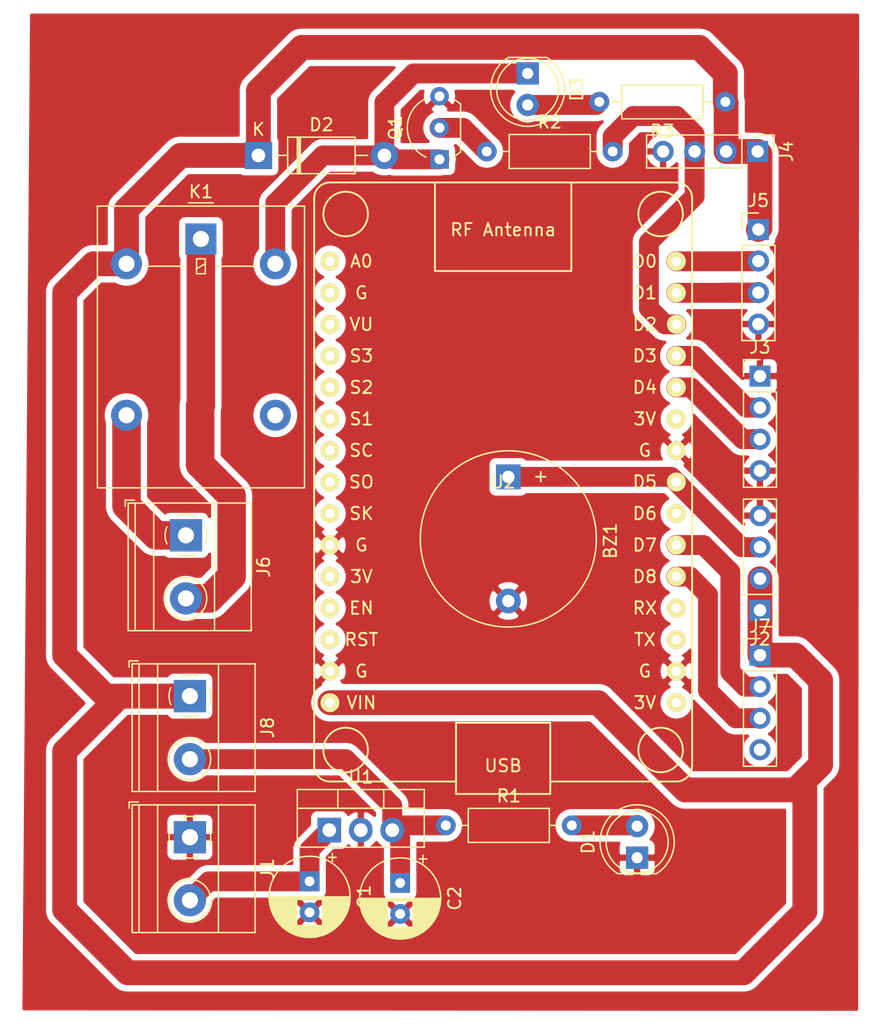
<source format=kicad_pcb>
(kicad_pcb (version 20171130) (host pcbnew "(5.1.12)-1")

  (general
    (thickness 1.6)
    (drawings 4)
    (tracks 110)
    (zones 0)
    (modules 21)
    (nets 38)
  )

  (page A4)
  (layers
    (0 F.Cu signal)
    (31 B.Cu signal)
    (32 B.Adhes user)
    (33 F.Adhes user)
    (34 B.Paste user)
    (35 F.Paste user)
    (36 B.SilkS user)
    (37 F.SilkS user)
    (38 B.Mask user)
    (39 F.Mask user)
    (40 Dwgs.User user)
    (41 Cmts.User user)
    (42 Eco1.User user)
    (43 Eco2.User user)
    (44 Edge.Cuts user)
    (45 Margin user)
    (46 B.CrtYd user)
    (47 F.CrtYd user)
    (48 B.Fab user)
    (49 F.Fab user)
  )

  (setup
    (last_trace_width 1.6)
    (trace_clearance 0.2)
    (zone_clearance 0.508)
    (zone_45_only no)
    (trace_min 0.2)
    (via_size 0.8)
    (via_drill 0.4)
    (via_min_size 0.4)
    (via_min_drill 0.3)
    (uvia_size 0.3)
    (uvia_drill 0.1)
    (uvias_allowed no)
    (uvia_min_size 0.2)
    (uvia_min_drill 0.1)
    (edge_width 0.05)
    (segment_width 0.2)
    (pcb_text_width 0.3)
    (pcb_text_size 1.5 1.5)
    (mod_edge_width 0.12)
    (mod_text_size 1 1)
    (mod_text_width 0.15)
    (pad_size 1.524 1.524)
    (pad_drill 0.762)
    (pad_to_mask_clearance 0)
    (aux_axis_origin 0 0)
    (visible_elements 7FFFFFFF)
    (pcbplotparams
      (layerselection 0x010fc_ffffffff)
      (usegerberextensions false)
      (usegerberattributes true)
      (usegerberadvancedattributes true)
      (creategerberjobfile true)
      (excludeedgelayer true)
      (linewidth 0.100000)
      (plotframeref false)
      (viasonmask false)
      (mode 1)
      (useauxorigin false)
      (hpglpennumber 1)
      (hpglpenspeed 20)
      (hpglpendiameter 15.000000)
      (psnegative false)
      (psa4output false)
      (plotreference true)
      (plotvalue true)
      (plotinvisibletext false)
      (padsonsilk false)
      (subtractmaskfromsilk false)
      (outputformat 1)
      (mirror false)
      (drillshape 0)
      (scaleselection 1)
      (outputdirectory "vehicle_gerber/"))
  )

  (net 0 "")
  (net 1 buzz)
  (net 2 GND)
  (net 3 "Net-(C1-Pad1)")
  (net 4 "Net-(C2-Pad1)")
  (net 5 "Net-(D1-Pad2)")
  (net 6 "Net-(D2-Pad2)")
  (net 7 +5V)
  (net 8 "Net-(D3-Pad2)")
  (net 9 RX_gps)
  (net 10 TX_gps)
  (net 11 Engine)
  (net 12 RX_gsm)
  (net 13 TX_gsm)
  (net 14 "Net-(J6-Pad2)")
  (net 15 "Net-(J6-Pad1)")
  (net 16 "Net-(J7-Pad4)")
  (net 17 SCL)
  (net 18 SDA)
  (net 19 "Net-(K1-Pad4)")
  (net 20 "Net-(Q1-Pad2)")
  (net 21 "Net-(U2-Pad25)")
  (net 22 "Net-(U2-Pad22)")
  (net 23 "Net-(U2-Pad19)")
  (net 24 "Net-(U2-Pad18)")
  (net 25 "Net-(U2-Pad16)")
  (net 26 "Net-(U2-Pad13)")
  (net 27 "Net-(U2-Pad12)")
  (net 28 "Net-(U2-Pad11)")
  (net 29 "Net-(U2-Pad9)")
  (net 30 "Net-(U2-Pad8)")
  (net 31 "Net-(U2-Pad7)")
  (net 32 "Net-(U2-Pad6)")
  (net 33 "Net-(U2-Pad5)")
  (net 34 "Net-(U2-Pad4)")
  (net 35 "Net-(U2-Pad3)")
  (net 36 "Net-(U2-Pad2)")
  (net 37 "Net-(U2-Pad1)")

  (net_class Default "This is the default net class."
    (clearance 0.2)
    (trace_width 1.6)
    (via_dia 0.8)
    (via_drill 0.4)
    (uvia_dia 0.3)
    (uvia_drill 0.1)
    (add_net Engine)
    (add_net GND)
    (add_net "Net-(C1-Pad1)")
    (add_net "Net-(C2-Pad1)")
    (add_net "Net-(D1-Pad2)")
    (add_net "Net-(D2-Pad2)")
    (add_net "Net-(D3-Pad2)")
    (add_net "Net-(J7-Pad4)")
    (add_net "Net-(K1-Pad4)")
    (add_net "Net-(Q1-Pad2)")
    (add_net "Net-(U2-Pad1)")
    (add_net "Net-(U2-Pad11)")
    (add_net "Net-(U2-Pad12)")
    (add_net "Net-(U2-Pad13)")
    (add_net "Net-(U2-Pad16)")
    (add_net "Net-(U2-Pad18)")
    (add_net "Net-(U2-Pad19)")
    (add_net "Net-(U2-Pad2)")
    (add_net "Net-(U2-Pad22)")
    (add_net "Net-(U2-Pad25)")
    (add_net "Net-(U2-Pad3)")
    (add_net "Net-(U2-Pad4)")
    (add_net "Net-(U2-Pad5)")
    (add_net "Net-(U2-Pad6)")
    (add_net "Net-(U2-Pad7)")
    (add_net "Net-(U2-Pad8)")
    (add_net "Net-(U2-Pad9)")
    (add_net RX_gps)
    (add_net RX_gsm)
    (add_net SCL)
    (add_net SDA)
    (add_net TX_gps)
    (add_net TX_gsm)
    (add_net buzz)
  )

  (net_class ac ""
    (clearance 0.2)
    (trace_width 2.3)
    (via_dia 0.8)
    (via_drill 0.4)
    (uvia_dia 0.3)
    (uvia_drill 0.1)
    (add_net "Net-(J6-Pad1)")
    (add_net "Net-(J6-Pad2)")
  )

  (net_class dc ""
    (clearance 0.2)
    (trace_width 2)
    (via_dia 0.8)
    (via_drill 0.4)
    (uvia_dia 0.3)
    (uvia_drill 0.1)
    (add_net +5V)
  )

  (module Resistor_THT:R_Axial_DIN0207_L6.3mm_D2.5mm_P10.16mm_Horizontal (layer F.Cu) (tedit 5AE5139B) (tstamp 620B5D95)
    (at 57.3405 101.854)
    (descr "Resistor, Axial_DIN0207 series, Axial, Horizontal, pin pitch=10.16mm, 0.25W = 1/4W, length*diameter=6.3*2.5mm^2, http://cdn-reichelt.de/documents/datenblatt/B400/1_4W%23YAG.pdf")
    (tags "Resistor Axial_DIN0207 series Axial Horizontal pin pitch 10.16mm 0.25W = 1/4W length 6.3mm diameter 2.5mm")
    (path /6208ECE4)
    (fp_text reference R1 (at 5.08 -2.37) (layer F.SilkS)
      (effects (font (size 1 1) (thickness 0.15)))
    )
    (fp_text value R_Small (at 5.08 2.37) (layer F.Fab)
      (effects (font (size 1 1) (thickness 0.15)))
    )
    (fp_line (start 1.93 -1.25) (end 1.93 1.25) (layer F.Fab) (width 0.1))
    (fp_line (start 1.93 1.25) (end 8.23 1.25) (layer F.Fab) (width 0.1))
    (fp_line (start 8.23 1.25) (end 8.23 -1.25) (layer F.Fab) (width 0.1))
    (fp_line (start 8.23 -1.25) (end 1.93 -1.25) (layer F.Fab) (width 0.1))
    (fp_line (start 0 0) (end 1.93 0) (layer F.Fab) (width 0.1))
    (fp_line (start 10.16 0) (end 8.23 0) (layer F.Fab) (width 0.1))
    (fp_line (start 1.81 -1.37) (end 1.81 1.37) (layer F.SilkS) (width 0.12))
    (fp_line (start 1.81 1.37) (end 8.35 1.37) (layer F.SilkS) (width 0.12))
    (fp_line (start 8.35 1.37) (end 8.35 -1.37) (layer F.SilkS) (width 0.12))
    (fp_line (start 8.35 -1.37) (end 1.81 -1.37) (layer F.SilkS) (width 0.12))
    (fp_line (start 1.04 0) (end 1.81 0) (layer F.SilkS) (width 0.12))
    (fp_line (start 9.12 0) (end 8.35 0) (layer F.SilkS) (width 0.12))
    (fp_line (start -1.05 -1.5) (end -1.05 1.5) (layer F.CrtYd) (width 0.05))
    (fp_line (start -1.05 1.5) (end 11.21 1.5) (layer F.CrtYd) (width 0.05))
    (fp_line (start 11.21 1.5) (end 11.21 -1.5) (layer F.CrtYd) (width 0.05))
    (fp_line (start 11.21 -1.5) (end -1.05 -1.5) (layer F.CrtYd) (width 0.05))
    (fp_text user %R (at 5.08 0) (layer F.Fab)
      (effects (font (size 1 1) (thickness 0.15)))
    )
    (pad 2 thru_hole oval (at 10.16 0) (size 1.6 1.6) (drill 0.8) (layers *.Cu *.Mask)
      (net 5 "Net-(D1-Pad2)"))
    (pad 1 thru_hole circle (at 0 0) (size 1.6 1.6) (drill 0.8) (layers *.Cu *.Mask)
      (net 4 "Net-(C2-Pad1)"))
    (model ${KISYS3DMOD}/Resistor_THT.3dshapes/R_Axial_DIN0207_L6.3mm_D2.5mm_P10.16mm_Horizontal.wrl
      (at (xyz 0 0 0))
      (scale (xyz 1 1 1))
      (rotate (xyz 0 0 0))
    )
  )

  (module Resistor_THT:R_Axial_DIN0207_L6.3mm_D2.5mm_P10.16mm_Horizontal (layer F.Cu) (tedit 5AE5139B) (tstamp 620B5DC3)
    (at 79.883 43.561 180)
    (descr "Resistor, Axial_DIN0207 series, Axial, Horizontal, pin pitch=10.16mm, 0.25W = 1/4W, length*diameter=6.3*2.5mm^2, http://cdn-reichelt.de/documents/datenblatt/B400/1_4W%23YAG.pdf")
    (tags "Resistor Axial_DIN0207 series Axial Horizontal pin pitch 10.16mm 0.25W = 1/4W length 6.3mm diameter 2.5mm")
    (path /620F6D3D)
    (fp_text reference R3 (at 5.08 -2.37) (layer F.SilkS)
      (effects (font (size 1 1) (thickness 0.15)))
    )
    (fp_text value R_Small (at 5.08 2.37) (layer F.Fab)
      (effects (font (size 1 1) (thickness 0.15)))
    )
    (fp_line (start 1.93 -1.25) (end 1.93 1.25) (layer F.Fab) (width 0.1))
    (fp_line (start 1.93 1.25) (end 8.23 1.25) (layer F.Fab) (width 0.1))
    (fp_line (start 8.23 1.25) (end 8.23 -1.25) (layer F.Fab) (width 0.1))
    (fp_line (start 8.23 -1.25) (end 1.93 -1.25) (layer F.Fab) (width 0.1))
    (fp_line (start 0 0) (end 1.93 0) (layer F.Fab) (width 0.1))
    (fp_line (start 10.16 0) (end 8.23 0) (layer F.Fab) (width 0.1))
    (fp_line (start 1.81 -1.37) (end 1.81 1.37) (layer F.SilkS) (width 0.12))
    (fp_line (start 1.81 1.37) (end 8.35 1.37) (layer F.SilkS) (width 0.12))
    (fp_line (start 8.35 1.37) (end 8.35 -1.37) (layer F.SilkS) (width 0.12))
    (fp_line (start 8.35 -1.37) (end 1.81 -1.37) (layer F.SilkS) (width 0.12))
    (fp_line (start 1.04 0) (end 1.81 0) (layer F.SilkS) (width 0.12))
    (fp_line (start 9.12 0) (end 8.35 0) (layer F.SilkS) (width 0.12))
    (fp_line (start -1.05 -1.5) (end -1.05 1.5) (layer F.CrtYd) (width 0.05))
    (fp_line (start -1.05 1.5) (end 11.21 1.5) (layer F.CrtYd) (width 0.05))
    (fp_line (start 11.21 1.5) (end 11.21 -1.5) (layer F.CrtYd) (width 0.05))
    (fp_line (start 11.21 -1.5) (end -1.05 -1.5) (layer F.CrtYd) (width 0.05))
    (fp_text user %R (at 5.08 0) (layer F.Fab)
      (effects (font (size 1 1) (thickness 0.15)))
    )
    (pad 2 thru_hole oval (at 10.16 0 180) (size 1.6 1.6) (drill 0.8) (layers *.Cu *.Mask)
      (net 8 "Net-(D3-Pad2)"))
    (pad 1 thru_hole circle (at 0 0 180) (size 1.6 1.6) (drill 0.8) (layers *.Cu *.Mask)
      (net 7 +5V))
    (model ${KISYS3DMOD}/Resistor_THT.3dshapes/R_Axial_DIN0207_L6.3mm_D2.5mm_P10.16mm_Horizontal.wrl
      (at (xyz 0 0 0))
      (scale (xyz 1 1 1))
      (rotate (xyz 0 0 0))
    )
  )

  (module Package_TO_SOT_THT:TO-92L_Inline_Wide (layer F.Cu) (tedit 5A11996A) (tstamp 620B5D7E)
    (at 56.8325 48.1965 90)
    (descr "TO-92L leads in-line (large body variant of TO-92), also known as TO-226, wide, drill 0.75mm (see https://www.diodes.com/assets/Package-Files/TO92L.pdf and http://www.ti.com/lit/an/snoa059/snoa059.pdf)")
    (tags "TO-92L Inline Wide transistor")
    (path /620F65A5)
    (fp_text reference Q1 (at 2.54 -3.56 90) (layer F.SilkS)
      (effects (font (size 1 1) (thickness 0.15)))
    )
    (fp_text value BC547 (at 2.413 -1.5875 90) (layer F.Fab)
      (effects (font (size 1 1) (thickness 0.15)))
    )
    (fp_line (start 6.1 1.85) (end -1 1.85) (layer F.CrtYd) (width 0.05))
    (fp_line (start 6.1 1.85) (end 6.1 -2.75) (layer F.CrtYd) (width 0.05))
    (fp_line (start -1 -2.75) (end -1 1.85) (layer F.CrtYd) (width 0.05))
    (fp_line (start -1 -2.75) (end 6.1 -2.75) (layer F.CrtYd) (width 0.05))
    (fp_line (start 0.65 1.6) (end 4.4 1.6) (layer F.Fab) (width 0.1))
    (fp_line (start 0.6 1.7) (end 4.45 1.7) (layer F.SilkS) (width 0.12))
    (fp_arc (start 2.54 0) (end 4.45 1.7) (angle -15.88591585) (layer F.SilkS) (width 0.12))
    (fp_arc (start 2.54 0) (end 2.54 -2.48) (angle -130.2499344) (layer F.Fab) (width 0.1))
    (fp_arc (start 2.54 0) (end 2.54 -2.48) (angle 129.9527847) (layer F.Fab) (width 0.1))
    (fp_arc (start 2.54 0) (end 2.54 -2.6) (angle 65) (layer F.SilkS) (width 0.12))
    (fp_arc (start 2.54 0) (end 2.54 -2.6) (angle -65) (layer F.SilkS) (width 0.12))
    (fp_arc (start 2.54 0) (end 0.6 1.7) (angle 15.44288892) (layer F.SilkS) (width 0.12))
    (fp_text user %R (at 2.921 -1.3335 90) (layer F.Fab)
      (effects (font (size 1 1) (thickness 0.15)))
    )
    (pad 1 thru_hole rect (at 0 0 90) (size 1.5 1.5) (drill 0.8) (layers *.Cu *.Mask)
      (net 6 "Net-(D2-Pad2)"))
    (pad 3 thru_hole circle (at 5.08 0 90) (size 1.5 1.5) (drill 0.8) (layers *.Cu *.Mask)
      (net 2 GND))
    (pad 2 thru_hole circle (at 2.54 0 90) (size 1.5 1.5) (drill 0.8) (layers *.Cu *.Mask)
      (net 20 "Net-(Q1-Pad2)"))
    (model ${KISYS3DMOD}/Package_TO_SOT_THT.3dshapes/TO-92L_Inline_Wide.wrl
      (at (xyz 0 0 0))
      (scale (xyz 1 1 1))
      (rotate (xyz 0 0 0))
    )
  )

  (module Relay_THT:Relay_SPDT_Omron-G5LE-1 (layer F.Cu) (tedit 5AE38B37) (tstamp 620C0BB7)
    (at 37.592 54.61)
    (descr "Omron Relay SPDT, http://www.omron.com/ecb/products/pdf/en-g5le.pdf")
    (tags "Omron Relay SPDT")
    (path /620E5313)
    (fp_text reference K1 (at 0 -3.8) (layer F.SilkS)
      (effects (font (size 1 1) (thickness 0.15)))
    )
    (fp_text value G5LE-1 (at 0 20.95) (layer F.Fab)
      (effects (font (size 1 1) (thickness 0.15)))
    )
    (fp_line (start -8.5 20.2) (end 8.5 20.2) (layer F.CrtYd) (width 0.05))
    (fp_line (start -8.5 -2.8) (end -8.5 20.2) (layer F.CrtYd) (width 0.05))
    (fp_line (start 8.5 -2.8) (end -8.5 -2.8) (layer F.CrtYd) (width 0.05))
    (fp_line (start 8.5 20.2) (end 8.5 -2.8) (layer F.CrtYd) (width 0.05))
    (fp_line (start 1.35 2.2) (end 4.5 2.2) (layer F.SilkS) (width 0.12))
    (fp_line (start -4.5 2.2) (end -1.35 2.2) (layer F.SilkS) (width 0.12))
    (fp_line (start -1 -2.91) (end 1 -2.91) (layer F.SilkS) (width 0.12))
    (fp_line (start -0.35 2.8) (end 0.35 2.8) (layer F.SilkS) (width 0.12))
    (fp_line (start -0.35 1.6) (end -0.35 2.8) (layer F.SilkS) (width 0.12))
    (fp_line (start 0.35 1.6) (end -0.35 1.6) (layer F.SilkS) (width 0.12))
    (fp_line (start 0.35 2.8) (end 0.35 1.6) (layer F.SilkS) (width 0.12))
    (fp_line (start -0.35 2.4) (end 0.35 2) (layer F.SilkS) (width 0.12))
    (fp_line (start -8.35 20.05) (end 8.35 20.05) (layer F.SilkS) (width 0.12))
    (fp_line (start -8.35 -2.65) (end -8.35 20.05) (layer F.SilkS) (width 0.12))
    (fp_line (start 8.35 -2.65) (end -8.35 -2.65) (layer F.SilkS) (width 0.12))
    (fp_line (start 8.35 20.05) (end 8.35 -2.65) (layer F.SilkS) (width 0.12))
    (fp_line (start -4.5 2) (end 4.5 2) (layer F.Fab) (width 0.1))
    (fp_line (start -1 -2.55) (end 0 -1.55) (layer F.Fab) (width 0.1))
    (fp_line (start -8.25 -2.55) (end -1 -2.55) (layer F.Fab) (width 0.1))
    (fp_line (start -8.25 19.95) (end -8.25 -2.55) (layer F.Fab) (width 0.1))
    (fp_line (start 8.25 19.95) (end -8.25 19.95) (layer F.Fab) (width 0.1))
    (fp_line (start 8.25 -2.55) (end 8.25 19.95) (layer F.Fab) (width 0.1))
    (fp_line (start 1 -2.55) (end 8.25 -2.55) (layer F.Fab) (width 0.1))
    (fp_line (start 0 -1.55) (end 1 -2.55) (layer F.Fab) (width 0.1))
    (fp_text user %R (at 0 8.7) (layer F.Fab)
      (effects (font (size 1 1) (thickness 0.15)))
    )
    (pad 5 thru_hole oval (at 6 2) (size 2.5 2.5) (drill 1.3) (layers *.Cu *.Mask)
      (net 6 "Net-(D2-Pad2)"))
    (pad 4 thru_hole oval (at 6 14.2) (size 2.5 2.5) (drill 1.3) (layers *.Cu *.Mask)
      (net 19 "Net-(K1-Pad4)"))
    (pad 3 thru_hole oval (at -6 14.2) (size 2.5 2.5) (drill 1.3) (layers *.Cu *.Mask)
      (net 15 "Net-(J6-Pad1)"))
    (pad 2 thru_hole oval (at -6 2) (size 2.5 2.5) (drill 1.3) (layers *.Cu *.Mask)
      (net 7 +5V))
    (pad 1 thru_hole rect (at 0 0) (size 2.5 2.5) (drill 1.3) (layers *.Cu *.Mask)
      (net 14 "Net-(J6-Pad2)"))
    (model ${KISYS3DMOD}/Relay_THT.3dshapes/Relay_SPDT_Omron-G5LE-1.wrl
      (at (xyz 0 0 0))
      (scale (xyz 1 1 1))
      (rotate (xyz 0 0 0))
    )
  )

  (module TerminalBlock_Phoenix:TerminalBlock_Phoenix_MKDS-1,5-2-5.08_1x02_P5.08mm_Horizontal (layer F.Cu) (tedit 5B294EBC) (tstamp 620BCFAA)
    (at 36.703 91.44 270)
    (descr "Terminal Block Phoenix MKDS-1,5-2-5.08, 2 pins, pitch 5.08mm, size 10.2x9.8mm^2, drill diamater 1.3mm, pad diameter 2.6mm, see http://www.farnell.com/datasheets/100425.pdf, script-generated using https://github.com/pointhi/kicad-footprint-generator/scripts/TerminalBlock_Phoenix")
    (tags "THT Terminal Block Phoenix MKDS-1,5-2-5.08 pitch 5.08mm size 10.2x9.8mm^2 drill 1.3mm pad 2.6mm")
    (path /620BC240)
    (fp_text reference J8 (at 2.54 -6.26 90) (layer F.SilkS)
      (effects (font (size 1 1) (thickness 0.15)))
    )
    (fp_text value Screw_Terminal_01x02 (at 2.54 5.66 90) (layer F.Fab)
      (effects (font (size 1 1) (thickness 0.15)))
    )
    (fp_line (start 8.13 -5.71) (end -3.04 -5.71) (layer F.CrtYd) (width 0.05))
    (fp_line (start 8.13 5.1) (end 8.13 -5.71) (layer F.CrtYd) (width 0.05))
    (fp_line (start -3.04 5.1) (end 8.13 5.1) (layer F.CrtYd) (width 0.05))
    (fp_line (start -3.04 -5.71) (end -3.04 5.1) (layer F.CrtYd) (width 0.05))
    (fp_line (start -2.84 4.9) (end -2.34 4.9) (layer F.SilkS) (width 0.12))
    (fp_line (start -2.84 4.16) (end -2.84 4.9) (layer F.SilkS) (width 0.12))
    (fp_line (start 3.853 1.023) (end 3.806 1.069) (layer F.SilkS) (width 0.12))
    (fp_line (start 6.15 -1.275) (end 6.115 -1.239) (layer F.SilkS) (width 0.12))
    (fp_line (start 4.046 1.239) (end 4.011 1.274) (layer F.SilkS) (width 0.12))
    (fp_line (start 6.355 -1.069) (end 6.308 -1.023) (layer F.SilkS) (width 0.12))
    (fp_line (start 6.035 -1.138) (end 3.943 0.955) (layer F.Fab) (width 0.1))
    (fp_line (start 6.218 -0.955) (end 4.126 1.138) (layer F.Fab) (width 0.1))
    (fp_line (start 0.955 -1.138) (end -1.138 0.955) (layer F.Fab) (width 0.1))
    (fp_line (start 1.138 -0.955) (end -0.955 1.138) (layer F.Fab) (width 0.1))
    (fp_line (start 7.68 -5.261) (end 7.68 4.66) (layer F.SilkS) (width 0.12))
    (fp_line (start -2.6 -5.261) (end -2.6 4.66) (layer F.SilkS) (width 0.12))
    (fp_line (start -2.6 4.66) (end 7.68 4.66) (layer F.SilkS) (width 0.12))
    (fp_line (start -2.6 -5.261) (end 7.68 -5.261) (layer F.SilkS) (width 0.12))
    (fp_line (start -2.6 -2.301) (end 7.68 -2.301) (layer F.SilkS) (width 0.12))
    (fp_line (start -2.54 -2.3) (end 7.62 -2.3) (layer F.Fab) (width 0.1))
    (fp_line (start -2.6 2.6) (end 7.68 2.6) (layer F.SilkS) (width 0.12))
    (fp_line (start -2.54 2.6) (end 7.62 2.6) (layer F.Fab) (width 0.1))
    (fp_line (start -2.6 4.1) (end 7.68 4.1) (layer F.SilkS) (width 0.12))
    (fp_line (start -2.54 4.1) (end 7.62 4.1) (layer F.Fab) (width 0.1))
    (fp_line (start -2.54 4.1) (end -2.54 -5.2) (layer F.Fab) (width 0.1))
    (fp_line (start -2.04 4.6) (end -2.54 4.1) (layer F.Fab) (width 0.1))
    (fp_line (start 7.62 4.6) (end -2.04 4.6) (layer F.Fab) (width 0.1))
    (fp_line (start 7.62 -5.2) (end 7.62 4.6) (layer F.Fab) (width 0.1))
    (fp_line (start -2.54 -5.2) (end 7.62 -5.2) (layer F.Fab) (width 0.1))
    (fp_circle (center 5.08 0) (end 6.76 0) (layer F.SilkS) (width 0.12))
    (fp_circle (center 5.08 0) (end 6.58 0) (layer F.Fab) (width 0.1))
    (fp_circle (center 0 0) (end 1.5 0) (layer F.Fab) (width 0.1))
    (fp_text user %R (at 2.54 3.2 90) (layer F.Fab)
      (effects (font (size 1 1) (thickness 0.15)))
    )
    (fp_arc (start 0 0) (end -0.684 1.535) (angle -25) (layer F.SilkS) (width 0.12))
    (fp_arc (start 0 0) (end -1.535 -0.684) (angle -48) (layer F.SilkS) (width 0.12))
    (fp_arc (start 0 0) (end 0.684 -1.535) (angle -48) (layer F.SilkS) (width 0.12))
    (fp_arc (start 0 0) (end 1.535 0.684) (angle -48) (layer F.SilkS) (width 0.12))
    (fp_arc (start 0 0) (end 0 1.68) (angle -24) (layer F.SilkS) (width 0.12))
    (pad 2 thru_hole circle (at 5.08 0 270) (size 2.6 2.6) (drill 1.3) (layers *.Cu *.Mask)
      (net 4 "Net-(C2-Pad1)"))
    (pad 1 thru_hole rect (at 0 0 270) (size 2.6 2.6) (drill 1.3) (layers *.Cu *.Mask)
      (net 7 +5V))
    (model ${KISYS3DMOD}/TerminalBlock_Phoenix.3dshapes/TerminalBlock_Phoenix_MKDS-1,5-2-5.08_1x02_P5.08mm_Horizontal.wrl
      (at (xyz 0 0 0))
      (scale (xyz 1 1 1))
      (rotate (xyz 0 0 0))
    )
  )

  (module "ESP8266:NodeMCU1.0(12-E)" (layer F.Cu) (tedit 5AF3DDCB) (tstamp 620BC130)
    (at 61.9646 74.1891)
    (path /62089141)
    (fp_text reference U2 (at 0 0) (layer F.SilkS)
      (effects (font (size 1 1) (thickness 0.15)))
    )
    (fp_text value "NodeMCU_1.0_(ESP-12E)" (at 0 -5.08) (layer F.Fab)
      (effects (font (size 1 1) (thickness 0.15)))
    )
    (fp_line (start 13.98 24.13) (end 3.81 24.13) (layer F.SilkS) (width 0.15))
    (fp_line (start 5.5 -17) (end -5.5 -17) (layer F.SilkS) (width 0.15))
    (fp_line (start 5.5 -24.13) (end 5.5 -17) (layer F.SilkS) (width 0.15))
    (fp_line (start -5.5 -17) (end -5.5 -24.13) (layer F.SilkS) (width 0.15))
    (fp_line (start -3.8 25.13) (end -3.8 19.4) (layer F.SilkS) (width 0.15))
    (fp_line (start -3.8 19.4) (end 3.8 19.4) (layer F.SilkS) (width 0.15))
    (fp_line (start 3.8 19.4) (end 3.8 25.13) (layer F.SilkS) (width 0.15))
    (fp_line (start 3.8 25.13) (end -3.8 25.13) (layer F.SilkS) (width 0.15))
    (fp_line (start 15.24 -22.86) (end 15.24 22.86) (layer F.SilkS) (width 0.15))
    (fp_line (start -15.24 -22.86) (end -15.24 22.86) (layer F.SilkS) (width 0.15))
    (fp_line (start -3.8 24.13) (end -13.97 24.13) (layer F.SilkS) (width 0.15))
    (fp_circle (center 12.7 21.59) (end 13.97 20.32) (layer F.SilkS) (width 0.15))
    (fp_circle (center -12.7 21.59) (end -11.43 20.32) (layer F.SilkS) (width 0.15))
    (fp_circle (center -12.7 -21.59) (end -11.43 -22.86) (layer F.SilkS) (width 0.15))
    (fp_circle (center 12.7 -21.59) (end 13.97 -22.86) (layer F.SilkS) (width 0.15))
    (fp_line (start 13.97 -24.13) (end -13.97 -24.13) (layer F.SilkS) (width 0.15))
    (fp_text user D0 (at 11.43 -17.78) (layer F.SilkS)
      (effects (font (size 1 1) (thickness 0.15)))
    )
    (fp_text user D1 (at 11.43 -15.24) (layer F.SilkS)
      (effects (font (size 1 1) (thickness 0.15)))
    )
    (fp_text user D2 (at 11.43 -12.7) (layer F.SilkS)
      (effects (font (size 1 1) (thickness 0.15)))
    )
    (fp_text user D3 (at 11.43 -10.16) (layer F.SilkS)
      (effects (font (size 1 1) (thickness 0.15)))
    )
    (fp_text user D4 (at 11.43 -7.62) (layer F.SilkS)
      (effects (font (size 1 1) (thickness 0.15)))
    )
    (fp_text user 3V (at 11.43 -5.08) (layer F.SilkS)
      (effects (font (size 1 1) (thickness 0.15)))
    )
    (fp_text user G (at 11.43 -2.54) (layer F.SilkS)
      (effects (font (size 1 1) (thickness 0.15)))
    )
    (fp_text user D5 (at 11.43 0) (layer F.SilkS)
      (effects (font (size 1 1) (thickness 0.15)))
    )
    (fp_text user D6 (at 11.43 2.54) (layer F.SilkS)
      (effects (font (size 1 1) (thickness 0.15)))
    )
    (fp_text user D7 (at 11.43 5.08) (layer F.SilkS)
      (effects (font (size 1 1) (thickness 0.15)))
    )
    (fp_text user D8 (at 11.43 7.62) (layer F.SilkS)
      (effects (font (size 1 1) (thickness 0.15)))
    )
    (fp_text user RX (at 11.43 10.16) (layer F.SilkS)
      (effects (font (size 1 1) (thickness 0.15)))
    )
    (fp_text user TX (at 11.43 12.7) (layer F.SilkS)
      (effects (font (size 1 1) (thickness 0.15)))
    )
    (fp_text user G (at 11.43 15.24) (layer F.SilkS)
      (effects (font (size 1 1) (thickness 0.15)))
    )
    (fp_text user 3V (at 11.43 17.78) (layer F.SilkS)
      (effects (font (size 1 1) (thickness 0.15)))
    )
    (fp_text user A0 (at -11.43 -17.78) (layer F.SilkS)
      (effects (font (size 1 1) (thickness 0.15)))
    )
    (fp_text user G (at -11.43 -15.24) (layer F.SilkS)
      (effects (font (size 1 1) (thickness 0.15)))
    )
    (fp_text user VU (at -11.43 -12.7) (layer F.SilkS)
      (effects (font (size 1 1) (thickness 0.15)))
    )
    (fp_text user S3 (at -11.43 -10.16) (layer F.SilkS)
      (effects (font (size 1 1) (thickness 0.15)))
    )
    (fp_text user S2 (at -11.43 -7.62) (layer F.SilkS)
      (effects (font (size 1 1) (thickness 0.15)))
    )
    (fp_text user S1 (at -11.43 -5.08) (layer F.SilkS)
      (effects (font (size 1 1) (thickness 0.15)))
    )
    (fp_text user SC (at -11.43 -2.54) (layer F.SilkS)
      (effects (font (size 1 1) (thickness 0.15)))
    )
    (fp_text user SO (at -11.43 0) (layer F.SilkS)
      (effects (font (size 1 1) (thickness 0.15)))
    )
    (fp_text user SK (at -11.43 2.54) (layer F.SilkS)
      (effects (font (size 1 1) (thickness 0.15)))
    )
    (fp_text user G (at -11.43 5.08) (layer F.SilkS)
      (effects (font (size 1 1) (thickness 0.15)))
    )
    (fp_text user 3V (at -11.43 7.62) (layer F.SilkS)
      (effects (font (size 1 1) (thickness 0.15)))
    )
    (fp_text user EN (at -11.43 10.16) (layer F.SilkS)
      (effects (font (size 1 1) (thickness 0.15)))
    )
    (fp_text user RST (at -11.43 12.7) (layer F.SilkS)
      (effects (font (size 1 1) (thickness 0.15)))
    )
    (fp_text user G (at -11.43 15.24) (layer F.SilkS)
      (effects (font (size 1 1) (thickness 0.15)))
    )
    (fp_text user VIN (at -11.43 17.78) (layer F.SilkS)
      (effects (font (size 1 1) (thickness 0.15)))
    )
    (fp_arc (start -13.97 22.86) (end -13.97 24.13) (angle 90) (layer F.SilkS) (width 0.15))
    (fp_arc (start 13.97 22.86) (end 15.24 22.86) (angle 90) (layer F.SilkS) (width 0.15))
    (fp_arc (start 13.97 -22.86) (end 13.97 -24.13) (angle 90) (layer F.SilkS) (width 0.15))
    (fp_arc (start -13.97 -22.86) (end -15.24 -22.86) (angle 90) (layer F.SilkS) (width 0.15))
    (fp_text user "RF Antenna" (at 0 -20.32) (layer F.SilkS)
      (effects (font (size 1 1) (thickness 0.15)))
    )
    (fp_text user USB (at 0 22.86) (layer F.SilkS)
      (effects (font (size 1 1) (thickness 0.15)))
    )
    (pad 30 thru_hole circle (at 13.97 -17.78) (size 1.524 1.524) (drill 0.762) (layers *.Cu *.Mask F.SilkS)
      (net 13 TX_gsm))
    (pad 29 thru_hole circle (at 13.97 -15.24) (size 1.524 1.524) (drill 0.762) (layers *.Cu *.Mask F.SilkS)
      (net 12 RX_gsm))
    (pad 28 thru_hole circle (at 13.97 -12.7) (size 1.524 1.524) (drill 0.762) (layers *.Cu *.Mask F.SilkS)
      (net 11 Engine))
    (pad 27 thru_hole circle (at 13.97 -10.16) (size 1.524 1.524) (drill 0.762) (layers *.Cu *.Mask F.SilkS)
      (net 10 TX_gps))
    (pad 26 thru_hole circle (at 13.97 -7.62) (size 1.524 1.524) (drill 0.762) (layers *.Cu *.Mask F.SilkS)
      (net 9 RX_gps))
    (pad 25 thru_hole circle (at 13.97 -5.08) (size 1.524 1.524) (drill 0.762) (layers *.Cu *.Mask F.SilkS)
      (net 21 "Net-(U2-Pad25)"))
    (pad 24 thru_hole circle (at 13.97 -2.54) (size 1.524 1.524) (drill 0.762) (layers *.Cu *.Mask F.SilkS)
      (net 2 GND))
    (pad 23 thru_hole circle (at 13.97 0) (size 1.524 1.524) (drill 0.762) (layers *.Cu *.Mask F.SilkS)
      (net 1 buzz))
    (pad 22 thru_hole circle (at 13.97 2.54) (size 1.524 1.524) (drill 0.762) (layers *.Cu *.Mask F.SilkS)
      (net 22 "Net-(U2-Pad22)"))
    (pad 21 thru_hole circle (at 13.97 5.08) (size 1.524 1.524) (drill 0.762) (layers *.Cu *.Mask F.SilkS)
      (net 18 SDA))
    (pad 20 thru_hole circle (at 13.97 7.62) (size 1.524 1.524) (drill 0.762) (layers *.Cu *.Mask F.SilkS)
      (net 17 SCL))
    (pad 19 thru_hole circle (at 13.97 10.16) (size 1.524 1.524) (drill 0.762) (layers *.Cu *.Mask F.SilkS)
      (net 23 "Net-(U2-Pad19)"))
    (pad 18 thru_hole circle (at 13.97 12.7) (size 1.524 1.524) (drill 0.762) (layers *.Cu *.Mask F.SilkS)
      (net 24 "Net-(U2-Pad18)"))
    (pad 17 thru_hole circle (at 13.97 15.24) (size 1.524 1.524) (drill 0.762) (layers *.Cu *.Mask F.SilkS)
      (net 2 GND))
    (pad 16 thru_hole circle (at 13.97 17.78) (size 1.524 1.524) (drill 0.762) (layers *.Cu *.Mask F.SilkS)
      (net 25 "Net-(U2-Pad16)"))
    (pad 15 thru_hole circle (at -13.97 17.78) (size 1.524 1.524) (drill 0.762) (layers *.Cu *.Mask F.SilkS)
      (net 7 +5V))
    (pad 14 thru_hole circle (at -13.97 15.24) (size 1.524 1.524) (drill 0.762) (layers *.Cu *.Mask F.SilkS)
      (net 2 GND))
    (pad 13 thru_hole circle (at -13.97 12.7) (size 1.524 1.524) (drill 0.762) (layers *.Cu *.Mask F.SilkS)
      (net 26 "Net-(U2-Pad13)"))
    (pad 12 thru_hole circle (at -13.97 10.16) (size 1.524 1.524) (drill 0.762) (layers *.Cu *.Mask F.SilkS)
      (net 27 "Net-(U2-Pad12)"))
    (pad 11 thru_hole circle (at -13.97 7.62) (size 1.524 1.524) (drill 0.762) (layers *.Cu *.Mask F.SilkS)
      (net 28 "Net-(U2-Pad11)"))
    (pad 10 thru_hole circle (at -13.97 5.08) (size 1.524 1.524) (drill 0.762) (layers *.Cu *.Mask F.SilkS)
      (net 2 GND))
    (pad 9 thru_hole circle (at -13.97 2.54) (size 1.524 1.524) (drill 0.762) (layers *.Cu *.Mask F.SilkS)
      (net 29 "Net-(U2-Pad9)"))
    (pad 8 thru_hole circle (at -13.97 0) (size 1.524 1.524) (drill 0.762) (layers *.Cu *.Mask F.SilkS)
      (net 30 "Net-(U2-Pad8)"))
    (pad 7 thru_hole circle (at -13.97 -2.54) (size 1.524 1.524) (drill 0.762) (layers *.Cu *.Mask F.SilkS)
      (net 31 "Net-(U2-Pad7)"))
    (pad 6 thru_hole circle (at -13.97 -5.08) (size 1.524 1.524) (drill 0.762) (layers *.Cu *.Mask F.SilkS)
      (net 32 "Net-(U2-Pad6)"))
    (pad 5 thru_hole circle (at -13.97 -7.62) (size 1.524 1.524) (drill 0.762) (layers *.Cu *.Mask F.SilkS)
      (net 33 "Net-(U2-Pad5)"))
    (pad 4 thru_hole circle (at -13.97 -10.16) (size 1.524 1.524) (drill 0.762) (layers *.Cu *.Mask F.SilkS)
      (net 34 "Net-(U2-Pad4)"))
    (pad 3 thru_hole circle (at -13.97 -12.7) (size 1.524 1.524) (drill 0.762) (layers *.Cu *.Mask F.SilkS)
      (net 35 "Net-(U2-Pad3)"))
    (pad 2 thru_hole circle (at -13.97 -15.24) (size 1.524 1.524) (drill 0.762) (layers *.Cu *.Mask F.SilkS)
      (net 36 "Net-(U2-Pad2)"))
    (pad 1 thru_hole circle (at -13.97 -17.78) (size 1.524 1.524) (drill 0.762) (layers *.Cu *.Mask F.SilkS)
      (net 37 "Net-(U2-Pad1)"))
  )

  (module Package_TO_SOT_THT:TO-220-3_Vertical (layer F.Cu) (tedit 5AC8BA0D) (tstamp 620BC0DA)
    (at 47.9425 102.235)
    (descr "TO-220-3, Vertical, RM 2.54mm, see https://www.vishay.com/docs/66542/to-220-1.pdf")
    (tags "TO-220-3 Vertical RM 2.54mm")
    (path /6208A7C1)
    (fp_text reference U1 (at 2.54 -4.27) (layer F.SilkS)
      (effects (font (size 1 1) (thickness 0.15)))
    )
    (fp_text value L7805 (at 2.54 2.5) (layer F.Fab)
      (effects (font (size 1 1) (thickness 0.15)))
    )
    (fp_line (start -2.46 -3.15) (end -2.46 1.25) (layer F.Fab) (width 0.1))
    (fp_line (start -2.46 1.25) (end 7.54 1.25) (layer F.Fab) (width 0.1))
    (fp_line (start 7.54 1.25) (end 7.54 -3.15) (layer F.Fab) (width 0.1))
    (fp_line (start 7.54 -3.15) (end -2.46 -3.15) (layer F.Fab) (width 0.1))
    (fp_line (start -2.46 -1.88) (end 7.54 -1.88) (layer F.Fab) (width 0.1))
    (fp_line (start 0.69 -3.15) (end 0.69 -1.88) (layer F.Fab) (width 0.1))
    (fp_line (start 4.39 -3.15) (end 4.39 -1.88) (layer F.Fab) (width 0.1))
    (fp_line (start -2.58 -3.27) (end 7.66 -3.27) (layer F.SilkS) (width 0.12))
    (fp_line (start -2.58 1.371) (end 7.66 1.371) (layer F.SilkS) (width 0.12))
    (fp_line (start -2.58 -3.27) (end -2.58 1.371) (layer F.SilkS) (width 0.12))
    (fp_line (start 7.66 -3.27) (end 7.66 1.371) (layer F.SilkS) (width 0.12))
    (fp_line (start -2.58 -1.76) (end 7.66 -1.76) (layer F.SilkS) (width 0.12))
    (fp_line (start 0.69 -3.27) (end 0.69 -1.76) (layer F.SilkS) (width 0.12))
    (fp_line (start 4.391 -3.27) (end 4.391 -1.76) (layer F.SilkS) (width 0.12))
    (fp_line (start -2.71 -3.4) (end -2.71 1.51) (layer F.CrtYd) (width 0.05))
    (fp_line (start -2.71 1.51) (end 7.79 1.51) (layer F.CrtYd) (width 0.05))
    (fp_line (start 7.79 1.51) (end 7.79 -3.4) (layer F.CrtYd) (width 0.05))
    (fp_line (start 7.79 -3.4) (end -2.71 -3.4) (layer F.CrtYd) (width 0.05))
    (fp_text user %R (at 2.54 -4.27) (layer F.Fab)
      (effects (font (size 1 1) (thickness 0.15)))
    )
    (pad 3 thru_hole oval (at 5.08 0) (size 1.905 2) (drill 1.1) (layers *.Cu *.Mask)
      (net 4 "Net-(C2-Pad1)"))
    (pad 2 thru_hole oval (at 2.54 0) (size 1.905 2) (drill 1.1) (layers *.Cu *.Mask)
      (net 2 GND))
    (pad 1 thru_hole rect (at 0 0) (size 1.905 2) (drill 1.1) (layers *.Cu *.Mask)
      (net 3 "Net-(C1-Pad1)"))
    (model ${KISYS3DMOD}/Package_TO_SOT_THT.3dshapes/TO-220-3_Vertical.wrl
      (at (xyz 0 0 0))
      (scale (xyz 1 1 1))
      (rotate (xyz 0 0 0))
    )
  )

  (module Resistor_THT:R_Axial_DIN0207_L6.3mm_D2.5mm_P10.16mm_Horizontal (layer F.Cu) (tedit 5AE5139B) (tstamp 620B5DAC)
    (at 60.6425 47.5615)
    (descr "Resistor, Axial_DIN0207 series, Axial, Horizontal, pin pitch=10.16mm, 0.25W = 1/4W, length*diameter=6.3*2.5mm^2, http://cdn-reichelt.de/documents/datenblatt/B400/1_4W%23YAG.pdf")
    (tags "Resistor Axial_DIN0207 series Axial Horizontal pin pitch 10.16mm 0.25W = 1/4W length 6.3mm diameter 2.5mm")
    (path /620F9BAC)
    (fp_text reference R2 (at 5.08 -2.37) (layer F.SilkS)
      (effects (font (size 1 1) (thickness 0.15)))
    )
    (fp_text value R_Small (at 5.08 2.37) (layer F.Fab)
      (effects (font (size 1 1) (thickness 0.15)))
    )
    (fp_line (start 1.93 -1.25) (end 1.93 1.25) (layer F.Fab) (width 0.1))
    (fp_line (start 1.93 1.25) (end 8.23 1.25) (layer F.Fab) (width 0.1))
    (fp_line (start 8.23 1.25) (end 8.23 -1.25) (layer F.Fab) (width 0.1))
    (fp_line (start 8.23 -1.25) (end 1.93 -1.25) (layer F.Fab) (width 0.1))
    (fp_line (start 0 0) (end 1.93 0) (layer F.Fab) (width 0.1))
    (fp_line (start 10.16 0) (end 8.23 0) (layer F.Fab) (width 0.1))
    (fp_line (start 1.81 -1.37) (end 1.81 1.37) (layer F.SilkS) (width 0.12))
    (fp_line (start 1.81 1.37) (end 8.35 1.37) (layer F.SilkS) (width 0.12))
    (fp_line (start 8.35 1.37) (end 8.35 -1.37) (layer F.SilkS) (width 0.12))
    (fp_line (start 8.35 -1.37) (end 1.81 -1.37) (layer F.SilkS) (width 0.12))
    (fp_line (start 1.04 0) (end 1.81 0) (layer F.SilkS) (width 0.12))
    (fp_line (start 9.12 0) (end 8.35 0) (layer F.SilkS) (width 0.12))
    (fp_line (start -1.05 -1.5) (end -1.05 1.5) (layer F.CrtYd) (width 0.05))
    (fp_line (start -1.05 1.5) (end 11.21 1.5) (layer F.CrtYd) (width 0.05))
    (fp_line (start 11.21 1.5) (end 11.21 -1.5) (layer F.CrtYd) (width 0.05))
    (fp_line (start 11.21 -1.5) (end -1.05 -1.5) (layer F.CrtYd) (width 0.05))
    (fp_text user %R (at 5.08 0) (layer F.Fab)
      (effects (font (size 1 1) (thickness 0.15)))
    )
    (pad 2 thru_hole oval (at 10.16 0) (size 1.6 1.6) (drill 0.8) (layers *.Cu *.Mask)
      (net 11 Engine))
    (pad 1 thru_hole circle (at 0 0) (size 1.6 1.6) (drill 0.8) (layers *.Cu *.Mask)
      (net 20 "Net-(Q1-Pad2)"))
    (model ${KISYS3DMOD}/Resistor_THT.3dshapes/R_Axial_DIN0207_L6.3mm_D2.5mm_P10.16mm_Horizontal.wrl
      (at (xyz 0 0 0))
      (scale (xyz 1 1 1))
      (rotate (xyz 0 0 0))
    )
  )

  (module Connector_PinHeader_2.54mm:PinHeader_1x04_P2.54mm_Vertical (layer F.Cu) (tedit 59FED5CC) (tstamp 620B5D44)
    (at 82.677 88.138)
    (descr "Through hole straight pin header, 1x04, 2.54mm pitch, single row")
    (tags "Through hole pin header THT 1x04 2.54mm single row")
    (path /6219D341)
    (fp_text reference J7 (at 0 -2.33) (layer F.SilkS)
      (effects (font (size 1 1) (thickness 0.15)))
    )
    (fp_text value LCD_con (at 0 9.95) (layer F.Fab)
      (effects (font (size 1 1) (thickness 0.15)))
    )
    (fp_line (start -0.635 -1.27) (end 1.27 -1.27) (layer F.Fab) (width 0.1))
    (fp_line (start 1.27 -1.27) (end 1.27 8.89) (layer F.Fab) (width 0.1))
    (fp_line (start 1.27 8.89) (end -1.27 8.89) (layer F.Fab) (width 0.1))
    (fp_line (start -1.27 8.89) (end -1.27 -0.635) (layer F.Fab) (width 0.1))
    (fp_line (start -1.27 -0.635) (end -0.635 -1.27) (layer F.Fab) (width 0.1))
    (fp_line (start -1.33 8.95) (end 1.33 8.95) (layer F.SilkS) (width 0.12))
    (fp_line (start -1.33 1.27) (end -1.33 8.95) (layer F.SilkS) (width 0.12))
    (fp_line (start 1.33 1.27) (end 1.33 8.95) (layer F.SilkS) (width 0.12))
    (fp_line (start -1.33 1.27) (end 1.33 1.27) (layer F.SilkS) (width 0.12))
    (fp_line (start -1.33 0) (end -1.33 -1.33) (layer F.SilkS) (width 0.12))
    (fp_line (start -1.33 -1.33) (end 0 -1.33) (layer F.SilkS) (width 0.12))
    (fp_line (start -1.8 -1.8) (end -1.8 9.4) (layer F.CrtYd) (width 0.05))
    (fp_line (start -1.8 9.4) (end 1.8 9.4) (layer F.CrtYd) (width 0.05))
    (fp_line (start 1.8 9.4) (end 1.8 -1.8) (layer F.CrtYd) (width 0.05))
    (fp_line (start 1.8 -1.8) (end -1.8 -1.8) (layer F.CrtYd) (width 0.05))
    (fp_text user %R (at 0 3.81 90) (layer F.Fab)
      (effects (font (size 1 1) (thickness 0.15)))
    )
    (pad 4 thru_hole oval (at 0 7.62) (size 1.7 1.7) (drill 1) (layers *.Cu *.Mask)
      (net 16 "Net-(J7-Pad4)"))
    (pad 3 thru_hole oval (at 0 5.08) (size 1.7 1.7) (drill 1) (layers *.Cu *.Mask)
      (net 17 SCL))
    (pad 2 thru_hole oval (at 0 2.54) (size 1.7 1.7) (drill 1) (layers *.Cu *.Mask)
      (net 18 SDA))
    (pad 1 thru_hole rect (at 0 0) (size 1.7 1.7) (drill 1) (layers *.Cu *.Mask)
      (net 7 +5V))
    (model ${KISYS3DMOD}/Connector_PinHeader_2.54mm.3dshapes/PinHeader_1x04_P2.54mm_Vertical.wrl
      (at (xyz 0 0 0))
      (scale (xyz 1 1 1))
      (rotate (xyz 0 0 0))
    )
  )

  (module TerminalBlock_Phoenix:TerminalBlock_Phoenix_MKDS-1,5-2-5.08_1x02_P5.08mm_Horizontal (layer F.Cu) (tedit 5B294EBC) (tstamp 620B5D2C)
    (at 36.3855 78.486 270)
    (descr "Terminal Block Phoenix MKDS-1,5-2-5.08, 2 pins, pitch 5.08mm, size 10.2x9.8mm^2, drill diamater 1.3mm, pad diameter 2.6mm, see http://www.farnell.com/datasheets/100425.pdf, script-generated using https://github.com/pointhi/kicad-footprint-generator/scripts/TerminalBlock_Phoenix")
    (tags "THT Terminal Block Phoenix MKDS-1,5-2-5.08 pitch 5.08mm size 10.2x9.8mm^2 drill 1.3mm pad 2.6mm")
    (path /6210A307)
    (fp_text reference J6 (at 2.54 -6.26 90) (layer F.SilkS)
      (effects (font (size 1 1) (thickness 0.15)))
    )
    (fp_text value AC_SUPPLY (at 2.54 5.66 90) (layer F.Fab)
      (effects (font (size 1 1) (thickness 0.15)))
    )
    (fp_circle (center 0 0) (end 1.5 0) (layer F.Fab) (width 0.1))
    (fp_circle (center 5.08 0) (end 6.58 0) (layer F.Fab) (width 0.1))
    (fp_circle (center 5.08 0) (end 6.76 0) (layer F.SilkS) (width 0.12))
    (fp_line (start -2.54 -5.2) (end 7.62 -5.2) (layer F.Fab) (width 0.1))
    (fp_line (start 7.62 -5.2) (end 7.62 4.6) (layer F.Fab) (width 0.1))
    (fp_line (start 7.62 4.6) (end -2.04 4.6) (layer F.Fab) (width 0.1))
    (fp_line (start -2.04 4.6) (end -2.54 4.1) (layer F.Fab) (width 0.1))
    (fp_line (start -2.54 4.1) (end -2.54 -5.2) (layer F.Fab) (width 0.1))
    (fp_line (start -2.54 4.1) (end 7.62 4.1) (layer F.Fab) (width 0.1))
    (fp_line (start -2.6 4.1) (end 7.68 4.1) (layer F.SilkS) (width 0.12))
    (fp_line (start -2.54 2.6) (end 7.62 2.6) (layer F.Fab) (width 0.1))
    (fp_line (start -2.6 2.6) (end 7.68 2.6) (layer F.SilkS) (width 0.12))
    (fp_line (start -2.54 -2.3) (end 7.62 -2.3) (layer F.Fab) (width 0.1))
    (fp_line (start -2.6 -2.301) (end 7.68 -2.301) (layer F.SilkS) (width 0.12))
    (fp_line (start -2.6 -5.261) (end 7.68 -5.261) (layer F.SilkS) (width 0.12))
    (fp_line (start -2.6 4.66) (end 7.68 4.66) (layer F.SilkS) (width 0.12))
    (fp_line (start -2.6 -5.261) (end -2.6 4.66) (layer F.SilkS) (width 0.12))
    (fp_line (start 7.68 -5.261) (end 7.68 4.66) (layer F.SilkS) (width 0.12))
    (fp_line (start 1.138 -0.955) (end -0.955 1.138) (layer F.Fab) (width 0.1))
    (fp_line (start 0.955 -1.138) (end -1.138 0.955) (layer F.Fab) (width 0.1))
    (fp_line (start 6.218 -0.955) (end 4.126 1.138) (layer F.Fab) (width 0.1))
    (fp_line (start 6.035 -1.138) (end 3.943 0.955) (layer F.Fab) (width 0.1))
    (fp_line (start 6.355 -1.069) (end 6.308 -1.023) (layer F.SilkS) (width 0.12))
    (fp_line (start 4.046 1.239) (end 4.011 1.274) (layer F.SilkS) (width 0.12))
    (fp_line (start 6.15 -1.275) (end 6.115 -1.239) (layer F.SilkS) (width 0.12))
    (fp_line (start 3.853 1.023) (end 3.806 1.069) (layer F.SilkS) (width 0.12))
    (fp_line (start -2.84 4.16) (end -2.84 4.9) (layer F.SilkS) (width 0.12))
    (fp_line (start -2.84 4.9) (end -2.34 4.9) (layer F.SilkS) (width 0.12))
    (fp_line (start -3.04 -5.71) (end -3.04 5.1) (layer F.CrtYd) (width 0.05))
    (fp_line (start -3.04 5.1) (end 8.13 5.1) (layer F.CrtYd) (width 0.05))
    (fp_line (start 8.13 5.1) (end 8.13 -5.71) (layer F.CrtYd) (width 0.05))
    (fp_line (start 8.13 -5.71) (end -3.04 -5.71) (layer F.CrtYd) (width 0.05))
    (fp_text user %R (at 2.54 3.2 90) (layer F.Fab)
      (effects (font (size 1 1) (thickness 0.15)))
    )
    (fp_arc (start 0 0) (end -0.684 1.535) (angle -25) (layer F.SilkS) (width 0.12))
    (fp_arc (start 0 0) (end -1.535 -0.684) (angle -48) (layer F.SilkS) (width 0.12))
    (fp_arc (start 0 0) (end 0.684 -1.535) (angle -48) (layer F.SilkS) (width 0.12))
    (fp_arc (start 0 0) (end 1.535 0.684) (angle -48) (layer F.SilkS) (width 0.12))
    (fp_arc (start 0 0) (end 0 1.68) (angle -24) (layer F.SilkS) (width 0.12))
    (pad 2 thru_hole circle (at 5.08 0 270) (size 2.6 2.6) (drill 1.3) (layers *.Cu *.Mask)
      (net 14 "Net-(J6-Pad2)"))
    (pad 1 thru_hole rect (at 0 0 270) (size 2.6 2.6) (drill 1.3) (layers *.Cu *.Mask)
      (net 15 "Net-(J6-Pad1)"))
    (model ${KISYS3DMOD}/TerminalBlock_Phoenix.3dshapes/TerminalBlock_Phoenix_MKDS-1,5-2-5.08_1x02_P5.08mm_Horizontal.wrl
      (at (xyz 0 0 0))
      (scale (xyz 1 1 1))
      (rotate (xyz 0 0 0))
    )
  )

  (module Connector_PinHeader_2.54mm:PinHeader_1x04_P2.54mm_Vertical (layer F.Cu) (tedit 59FED5CC) (tstamp 620BFA15)
    (at 82.55 53.848)
    (descr "Through hole straight pin header, 1x04, 2.54mm pitch, single row")
    (tags "Through hole pin header THT 1x04 2.54mm single row")
    (path /6209D4BD)
    (fp_text reference J5 (at 0 -2.33) (layer F.SilkS)
      (effects (font (size 1 1) (thickness 0.15)))
    )
    (fp_text value GSm_connector (at 0 9.95) (layer F.Fab)
      (effects (font (size 1 1) (thickness 0.15)))
    )
    (fp_line (start -0.635 -1.27) (end 1.27 -1.27) (layer F.Fab) (width 0.1))
    (fp_line (start 1.27 -1.27) (end 1.27 8.89) (layer F.Fab) (width 0.1))
    (fp_line (start 1.27 8.89) (end -1.27 8.89) (layer F.Fab) (width 0.1))
    (fp_line (start -1.27 8.89) (end -1.27 -0.635) (layer F.Fab) (width 0.1))
    (fp_line (start -1.27 -0.635) (end -0.635 -1.27) (layer F.Fab) (width 0.1))
    (fp_line (start -1.33 8.95) (end 1.33 8.95) (layer F.SilkS) (width 0.12))
    (fp_line (start -1.33 1.27) (end -1.33 8.95) (layer F.SilkS) (width 0.12))
    (fp_line (start 1.33 1.27) (end 1.33 8.95) (layer F.SilkS) (width 0.12))
    (fp_line (start -1.33 1.27) (end 1.33 1.27) (layer F.SilkS) (width 0.12))
    (fp_line (start -1.33 0) (end -1.33 -1.33) (layer F.SilkS) (width 0.12))
    (fp_line (start -1.33 -1.33) (end 0 -1.33) (layer F.SilkS) (width 0.12))
    (fp_line (start -1.8 -1.8) (end -1.8 9.4) (layer F.CrtYd) (width 0.05))
    (fp_line (start -1.8 9.4) (end 1.8 9.4) (layer F.CrtYd) (width 0.05))
    (fp_line (start 1.8 9.4) (end 1.8 -1.8) (layer F.CrtYd) (width 0.05))
    (fp_line (start 1.8 -1.8) (end -1.8 -1.8) (layer F.CrtYd) (width 0.05))
    (fp_text user %R (at 0 3.81 90) (layer F.Fab)
      (effects (font (size 1 1) (thickness 0.15)))
    )
    (pad 4 thru_hole oval (at 0 7.62) (size 1.7 1.7) (drill 1) (layers *.Cu *.Mask)
      (net 2 GND))
    (pad 3 thru_hole oval (at 0 5.08) (size 1.7 1.7) (drill 1) (layers *.Cu *.Mask)
      (net 12 RX_gsm))
    (pad 2 thru_hole oval (at 0 2.54) (size 1.7 1.7) (drill 1) (layers *.Cu *.Mask)
      (net 13 TX_gsm))
    (pad 1 thru_hole rect (at 0 0) (size 1.7 1.7) (drill 1) (layers *.Cu *.Mask)
      (net 7 +5V))
    (model ${KISYS3DMOD}/Connector_PinHeader_2.54mm.3dshapes/PinHeader_1x04_P2.54mm_Vertical.wrl
      (at (xyz 0 0 0))
      (scale (xyz 1 1 1))
      (rotate (xyz 0 0 0))
    )
  )

  (module Connector_PinHeader_2.54mm:PinHeader_1x04_P2.54mm_Vertical (layer F.Cu) (tedit 59FED5CC) (tstamp 620C3FEC)
    (at 82.4865 47.5615 270)
    (descr "Through hole straight pin header, 1x04, 2.54mm pitch, single row")
    (tags "Through hole pin header THT 1x04 2.54mm single row")
    (path /620A8579)
    (fp_text reference J4 (at 0 -2.33 90) (layer F.SilkS)
      (effects (font (size 1 1) (thickness 0.15)))
    )
    (fp_text value ENGINE_CONNECTOR (at 0 9.95 90) (layer F.Fab)
      (effects (font (size 1 1) (thickness 0.15)))
    )
    (fp_line (start -0.635 -1.27) (end 1.27 -1.27) (layer F.Fab) (width 0.1))
    (fp_line (start 1.27 -1.27) (end 1.27 8.89) (layer F.Fab) (width 0.1))
    (fp_line (start 1.27 8.89) (end -1.27 8.89) (layer F.Fab) (width 0.1))
    (fp_line (start -1.27 8.89) (end -1.27 -0.635) (layer F.Fab) (width 0.1))
    (fp_line (start -1.27 -0.635) (end -0.635 -1.27) (layer F.Fab) (width 0.1))
    (fp_line (start -1.33 8.95) (end 1.33 8.95) (layer F.SilkS) (width 0.12))
    (fp_line (start -1.33 1.27) (end -1.33 8.95) (layer F.SilkS) (width 0.12))
    (fp_line (start 1.33 1.27) (end 1.33 8.95) (layer F.SilkS) (width 0.12))
    (fp_line (start -1.33 1.27) (end 1.33 1.27) (layer F.SilkS) (width 0.12))
    (fp_line (start -1.33 0) (end -1.33 -1.33) (layer F.SilkS) (width 0.12))
    (fp_line (start -1.33 -1.33) (end 0 -1.33) (layer F.SilkS) (width 0.12))
    (fp_line (start -1.8 -1.8) (end -1.8 9.4) (layer F.CrtYd) (width 0.05))
    (fp_line (start -1.8 9.4) (end 1.8 9.4) (layer F.CrtYd) (width 0.05))
    (fp_line (start 1.8 9.4) (end 1.8 -1.8) (layer F.CrtYd) (width 0.05))
    (fp_line (start 1.8 -1.8) (end -1.8 -1.8) (layer F.CrtYd) (width 0.05))
    (fp_text user %R (at 0.127 2.667) (layer F.Fab)
      (effects (font (size 1 1) (thickness 0.15)))
    )
    (pad 4 thru_hole oval (at 0 7.62 270) (size 1.7 1.7) (drill 1) (layers *.Cu *.Mask)
      (net 2 GND))
    (pad 3 thru_hole oval (at 0 5.08 270) (size 1.7 1.7) (drill 1) (layers *.Cu *.Mask)
      (net 11 Engine))
    (pad 2 thru_hole oval (at 0 2.54 270) (size 1.7 1.7) (drill 1) (layers *.Cu *.Mask)
      (net 7 +5V))
    (pad 1 thru_hole rect (at 0 0 270) (size 1.7 1.7) (drill 1) (layers *.Cu *.Mask)
      (net 7 +5V))
    (model ${KISYS3DMOD}/Connector_PinHeader_2.54mm.3dshapes/PinHeader_1x04_P2.54mm_Vertical.wrl
      (at (xyz 0 0 0))
      (scale (xyz 1 1 1))
      (rotate (xyz 0 0 0))
    )
  )

  (module Connector_PinHeader_2.54mm:PinHeader_1x04_P2.54mm_Vertical (layer F.Cu) (tedit 59FED5CC) (tstamp 620B5CD0)
    (at 82.677 65.659)
    (descr "Through hole straight pin header, 1x04, 2.54mm pitch, single row")
    (tags "Through hole pin header THT 1x04 2.54mm single row")
    (path /6209F1BA)
    (fp_text reference J3 (at 0 -2.33) (layer F.SilkS)
      (effects (font (size 1 1) (thickness 0.15)))
    )
    (fp_text value Gps_connector (at 0 9.95) (layer F.Fab)
      (effects (font (size 1 1) (thickness 0.15)))
    )
    (fp_line (start -0.635 -1.27) (end 1.27 -1.27) (layer F.Fab) (width 0.1))
    (fp_line (start 1.27 -1.27) (end 1.27 8.89) (layer F.Fab) (width 0.1))
    (fp_line (start 1.27 8.89) (end -1.27 8.89) (layer F.Fab) (width 0.1))
    (fp_line (start -1.27 8.89) (end -1.27 -0.635) (layer F.Fab) (width 0.1))
    (fp_line (start -1.27 -0.635) (end -0.635 -1.27) (layer F.Fab) (width 0.1))
    (fp_line (start -1.33 8.95) (end 1.33 8.95) (layer F.SilkS) (width 0.12))
    (fp_line (start -1.33 1.27) (end -1.33 8.95) (layer F.SilkS) (width 0.12))
    (fp_line (start 1.33 1.27) (end 1.33 8.95) (layer F.SilkS) (width 0.12))
    (fp_line (start -1.33 1.27) (end 1.33 1.27) (layer F.SilkS) (width 0.12))
    (fp_line (start -1.33 0) (end -1.33 -1.33) (layer F.SilkS) (width 0.12))
    (fp_line (start -1.33 -1.33) (end 0 -1.33) (layer F.SilkS) (width 0.12))
    (fp_line (start -1.8 -1.8) (end -1.8 9.4) (layer F.CrtYd) (width 0.05))
    (fp_line (start -1.8 9.4) (end 1.8 9.4) (layer F.CrtYd) (width 0.05))
    (fp_line (start 1.8 9.4) (end 1.8 -1.8) (layer F.CrtYd) (width 0.05))
    (fp_line (start 1.8 -1.8) (end -1.8 -1.8) (layer F.CrtYd) (width 0.05))
    (fp_text user %R (at 0 3.81 90) (layer F.Fab)
      (effects (font (size 1 1) (thickness 0.15)))
    )
    (pad 4 thru_hole oval (at 0 7.62) (size 1.7 1.7) (drill 1) (layers *.Cu *.Mask)
      (net 2 GND))
    (pad 3 thru_hole oval (at 0 5.08) (size 1.7 1.7) (drill 1) (layers *.Cu *.Mask)
      (net 9 RX_gps))
    (pad 2 thru_hole oval (at 0 2.54) (size 1.7 1.7) (drill 1) (layers *.Cu *.Mask)
      (net 10 TX_gps))
    (pad 1 thru_hole rect (at 0 0) (size 1.7 1.7) (drill 1) (layers *.Cu *.Mask)
      (net 2 GND))
    (model ${KISYS3DMOD}/Connector_PinHeader_2.54mm.3dshapes/PinHeader_1x04_P2.54mm_Vertical.wrl
      (at (xyz 0 0 0))
      (scale (xyz 1 1 1))
      (rotate (xyz 0 0 0))
    )
  )

  (module Connector_PinHeader_2.54mm:PinHeader_1x04_P2.54mm_Vertical (layer F.Cu) (tedit 59FED5CC) (tstamp 620B5CB8)
    (at 82.677 84.5185 180)
    (descr "Through hole straight pin header, 1x04, 2.54mm pitch, single row")
    (tags "Through hole pin header THT 1x04 2.54mm single row")
    (path /620AD44E)
    (fp_text reference J2 (at 0 -2.33) (layer F.SilkS)
      (effects (font (size 1 1) (thickness 0.15)))
    )
    (fp_text value BUZZER_CONN (at 0 9.95) (layer F.Fab)
      (effects (font (size 1 1) (thickness 0.15)))
    )
    (fp_line (start -0.635 -1.27) (end 1.27 -1.27) (layer F.Fab) (width 0.1))
    (fp_line (start 1.27 -1.27) (end 1.27 8.89) (layer F.Fab) (width 0.1))
    (fp_line (start 1.27 8.89) (end -1.27 8.89) (layer F.Fab) (width 0.1))
    (fp_line (start -1.27 8.89) (end -1.27 -0.635) (layer F.Fab) (width 0.1))
    (fp_line (start -1.27 -0.635) (end -0.635 -1.27) (layer F.Fab) (width 0.1))
    (fp_line (start -1.33 8.95) (end 1.33 8.95) (layer F.SilkS) (width 0.12))
    (fp_line (start -1.33 1.27) (end -1.33 8.95) (layer F.SilkS) (width 0.12))
    (fp_line (start 1.33 1.27) (end 1.33 8.95) (layer F.SilkS) (width 0.12))
    (fp_line (start -1.33 1.27) (end 1.33 1.27) (layer F.SilkS) (width 0.12))
    (fp_line (start -1.33 0) (end -1.33 -1.33) (layer F.SilkS) (width 0.12))
    (fp_line (start -1.33 -1.33) (end 0 -1.33) (layer F.SilkS) (width 0.12))
    (fp_line (start -1.8 -1.8) (end -1.8 9.4) (layer F.CrtYd) (width 0.05))
    (fp_line (start -1.8 9.4) (end 1.8 9.4) (layer F.CrtYd) (width 0.05))
    (fp_line (start 1.8 9.4) (end 1.8 -1.8) (layer F.CrtYd) (width 0.05))
    (fp_line (start 1.8 -1.8) (end -1.8 -1.8) (layer F.CrtYd) (width 0.05))
    (fp_text user %R (at 0 3.81 90) (layer F.Fab)
      (effects (font (size 1 1) (thickness 0.15)))
    )
    (pad 4 thru_hole oval (at 0 7.62 180) (size 1.7 1.7) (drill 1) (layers *.Cu *.Mask)
      (net 2 GND))
    (pad 3 thru_hole oval (at 0 5.08 180) (size 1.7 1.7) (drill 1) (layers *.Cu *.Mask)
      (net 1 buzz))
    (pad 2 thru_hole oval (at 0 2.54 180) (size 1.7 1.7) (drill 1) (layers *.Cu *.Mask)
      (net 7 +5V))
    (pad 1 thru_hole rect (at 0 0 180) (size 1.7 1.7) (drill 1) (layers *.Cu *.Mask)
      (net 7 +5V))
    (model ${KISYS3DMOD}/Connector_PinHeader_2.54mm.3dshapes/PinHeader_1x04_P2.54mm_Vertical.wrl
      (at (xyz 0 0 0))
      (scale (xyz 1 1 1))
      (rotate (xyz 0 0 0))
    )
  )

  (module TerminalBlock_Phoenix:TerminalBlock_Phoenix_MKDS-1,5-2-5.08_1x02_P5.08mm_Horizontal (layer F.Cu) (tedit 5B294EBC) (tstamp 620B5CA0)
    (at 36.703 102.8065 270)
    (descr "Terminal Block Phoenix MKDS-1,5-2-5.08, 2 pins, pitch 5.08mm, size 10.2x9.8mm^2, drill diamater 1.3mm, pad diameter 2.6mm, see http://www.farnell.com/datasheets/100425.pdf, script-generated using https://github.com/pointhi/kicad-footprint-generator/scripts/TerminalBlock_Phoenix")
    (tags "THT Terminal Block Phoenix MKDS-1,5-2-5.08 pitch 5.08mm size 10.2x9.8mm^2 drill 1.3mm pad 2.6mm")
    (path /6208C10E)
    (fp_text reference J1 (at 2.54 -6.26 90) (layer F.SilkS)
      (effects (font (size 1 1) (thickness 0.15)))
    )
    (fp_text value Screw_Terminal_01x02 (at 2.54 5.66 90) (layer F.Fab)
      (effects (font (size 1 1) (thickness 0.15)))
    )
    (fp_circle (center 0 0) (end 1.5 0) (layer F.Fab) (width 0.1))
    (fp_circle (center 5.08 0) (end 6.58 0) (layer F.Fab) (width 0.1))
    (fp_circle (center 5.08 0) (end 6.76 0) (layer F.SilkS) (width 0.12))
    (fp_line (start -2.54 -5.2) (end 7.62 -5.2) (layer F.Fab) (width 0.1))
    (fp_line (start 7.62 -5.2) (end 7.62 4.6) (layer F.Fab) (width 0.1))
    (fp_line (start 7.62 4.6) (end -2.04 4.6) (layer F.Fab) (width 0.1))
    (fp_line (start -2.04 4.6) (end -2.54 4.1) (layer F.Fab) (width 0.1))
    (fp_line (start -2.54 4.1) (end -2.54 -5.2) (layer F.Fab) (width 0.1))
    (fp_line (start -2.54 4.1) (end 7.62 4.1) (layer F.Fab) (width 0.1))
    (fp_line (start -2.6 4.1) (end 7.68 4.1) (layer F.SilkS) (width 0.12))
    (fp_line (start -2.54 2.6) (end 7.62 2.6) (layer F.Fab) (width 0.1))
    (fp_line (start -2.6 2.6) (end 7.68 2.6) (layer F.SilkS) (width 0.12))
    (fp_line (start -2.54 -2.3) (end 7.62 -2.3) (layer F.Fab) (width 0.1))
    (fp_line (start -2.6 -2.301) (end 7.68 -2.301) (layer F.SilkS) (width 0.12))
    (fp_line (start -2.6 -5.261) (end 7.68 -5.261) (layer F.SilkS) (width 0.12))
    (fp_line (start -2.6 4.66) (end 7.68 4.66) (layer F.SilkS) (width 0.12))
    (fp_line (start -2.6 -5.261) (end -2.6 4.66) (layer F.SilkS) (width 0.12))
    (fp_line (start 7.68 -5.261) (end 7.68 4.66) (layer F.SilkS) (width 0.12))
    (fp_line (start 1.138 -0.955) (end -0.955 1.138) (layer F.Fab) (width 0.1))
    (fp_line (start 0.955 -1.138) (end -1.138 0.955) (layer F.Fab) (width 0.1))
    (fp_line (start 6.218 -0.955) (end 4.126 1.138) (layer F.Fab) (width 0.1))
    (fp_line (start 6.035 -1.138) (end 3.943 0.955) (layer F.Fab) (width 0.1))
    (fp_line (start 6.355 -1.069) (end 6.308 -1.023) (layer F.SilkS) (width 0.12))
    (fp_line (start 4.046 1.239) (end 4.011 1.274) (layer F.SilkS) (width 0.12))
    (fp_line (start 6.15 -1.275) (end 6.115 -1.239) (layer F.SilkS) (width 0.12))
    (fp_line (start 3.853 1.023) (end 3.806 1.069) (layer F.SilkS) (width 0.12))
    (fp_line (start -2.84 4.16) (end -2.84 4.9) (layer F.SilkS) (width 0.12))
    (fp_line (start -2.84 4.9) (end -2.34 4.9) (layer F.SilkS) (width 0.12))
    (fp_line (start -3.04 -5.71) (end -3.04 5.1) (layer F.CrtYd) (width 0.05))
    (fp_line (start -3.04 5.1) (end 8.13 5.1) (layer F.CrtYd) (width 0.05))
    (fp_line (start 8.13 5.1) (end 8.13 -5.71) (layer F.CrtYd) (width 0.05))
    (fp_line (start 8.13 -5.71) (end -3.04 -5.71) (layer F.CrtYd) (width 0.05))
    (fp_text user %R (at 2.54 3.2 90) (layer F.Fab)
      (effects (font (size 1 1) (thickness 0.15)))
    )
    (fp_arc (start 0 0) (end -0.684 1.535) (angle -25) (layer F.SilkS) (width 0.12))
    (fp_arc (start 0 0) (end -1.535 -0.684) (angle -48) (layer F.SilkS) (width 0.12))
    (fp_arc (start 0 0) (end 0.684 -1.535) (angle -48) (layer F.SilkS) (width 0.12))
    (fp_arc (start 0 0) (end 1.535 0.684) (angle -48) (layer F.SilkS) (width 0.12))
    (fp_arc (start 0 0) (end 0 1.68) (angle -24) (layer F.SilkS) (width 0.12))
    (pad 2 thru_hole circle (at 5.08 0 270) (size 2.6 2.6) (drill 1.3) (layers *.Cu *.Mask)
      (net 3 "Net-(C1-Pad1)"))
    (pad 1 thru_hole rect (at 0 0 270) (size 2.6 2.6) (drill 1.3) (layers *.Cu *.Mask)
      (net 2 GND))
    (model ${KISYS3DMOD}/TerminalBlock_Phoenix.3dshapes/TerminalBlock_Phoenix_MKDS-1,5-2-5.08_1x02_P5.08mm_Horizontal.wrl
      (at (xyz 0 0 0))
      (scale (xyz 1 1 1))
      (rotate (xyz 0 0 0))
    )
  )

  (module LED_THT:LED_D5.0mm (layer F.Cu) (tedit 5995936A) (tstamp 620BED8B)
    (at 63.9445 41.275 270)
    (descr "LED, diameter 5.0mm, 2 pins, http://cdn-reichelt.de/documents/datenblatt/A500/LL-504BC2E-009.pdf")
    (tags "LED diameter 5.0mm 2 pins")
    (path /620F7035)
    (fp_text reference D3 (at 1.27 -3.96 90) (layer F.SilkS)
      (effects (font (size 1 1) (thickness 0.15)))
    )
    (fp_text value LED (at 1.27 3.96 90) (layer F.Fab)
      (effects (font (size 1 1) (thickness 0.15)))
    )
    (fp_circle (center 1.27 0) (end 3.77 0) (layer F.Fab) (width 0.1))
    (fp_circle (center 1.27 0) (end 3.77 0) (layer F.SilkS) (width 0.12))
    (fp_line (start -1.23 -1.469694) (end -1.23 1.469694) (layer F.Fab) (width 0.1))
    (fp_line (start -1.29 -1.545) (end -1.29 1.545) (layer F.SilkS) (width 0.12))
    (fp_line (start -1.95 -3.25) (end -1.95 3.25) (layer F.CrtYd) (width 0.05))
    (fp_line (start -1.95 3.25) (end 4.5 3.25) (layer F.CrtYd) (width 0.05))
    (fp_line (start 4.5 3.25) (end 4.5 -3.25) (layer F.CrtYd) (width 0.05))
    (fp_line (start 4.5 -3.25) (end -1.95 -3.25) (layer F.CrtYd) (width 0.05))
    (fp_text user %R (at 1.25 0 90) (layer F.Fab)
      (effects (font (size 0.8 0.8) (thickness 0.2)))
    )
    (fp_arc (start 1.27 0) (end -1.29 1.54483) (angle -148.9) (layer F.SilkS) (width 0.12))
    (fp_arc (start 1.27 0) (end -1.29 -1.54483) (angle 148.9) (layer F.SilkS) (width 0.12))
    (fp_arc (start 1.27 0) (end -1.23 -1.469694) (angle 299.1) (layer F.Fab) (width 0.1))
    (pad 2 thru_hole circle (at 2.54 0 270) (size 1.8 1.8) (drill 0.9) (layers *.Cu *.Mask)
      (net 8 "Net-(D3-Pad2)"))
    (pad 1 thru_hole rect (at 0 0 270) (size 1.8 1.8) (drill 0.9) (layers *.Cu *.Mask)
      (net 6 "Net-(D2-Pad2)"))
    (model ${KISYS3DMOD}/LED_THT.3dshapes/LED_D5.0mm.wrl
      (at (xyz 0 0 0))
      (scale (xyz 1 1 1))
      (rotate (xyz 0 0 0))
    )
  )

  (module Diode_THT:D_DO-41_SOD81_P10.16mm_Horizontal (layer F.Cu) (tedit 5AE50CD5) (tstamp 620B5C62)
    (at 42.2275 47.879)
    (descr "Diode, DO-41_SOD81 series, Axial, Horizontal, pin pitch=10.16mm, , length*diameter=5.2*2.7mm^2, , http://www.diodes.com/_files/packages/DO-41%20(Plastic).pdf")
    (tags "Diode DO-41_SOD81 series Axial Horizontal pin pitch 10.16mm  length 5.2mm diameter 2.7mm")
    (path /620F91FE)
    (fp_text reference D2 (at 5.08 -2.47) (layer F.SilkS)
      (effects (font (size 1 1) (thickness 0.15)))
    )
    (fp_text value 1N4007 (at 5.08 -0.9525) (layer F.Fab)
      (effects (font (size 1 1) (thickness 0.15)))
    )
    (fp_line (start 2.48 -1.35) (end 2.48 1.35) (layer F.Fab) (width 0.1))
    (fp_line (start 2.48 1.35) (end 7.68 1.35) (layer F.Fab) (width 0.1))
    (fp_line (start 7.68 1.35) (end 7.68 -1.35) (layer F.Fab) (width 0.1))
    (fp_line (start 7.68 -1.35) (end 2.48 -1.35) (layer F.Fab) (width 0.1))
    (fp_line (start 0 0) (end 2.48 0) (layer F.Fab) (width 0.1))
    (fp_line (start 10.16 0) (end 7.68 0) (layer F.Fab) (width 0.1))
    (fp_line (start 3.26 -1.35) (end 3.26 1.35) (layer F.Fab) (width 0.1))
    (fp_line (start 3.36 -1.35) (end 3.36 1.35) (layer F.Fab) (width 0.1))
    (fp_line (start 3.16 -1.35) (end 3.16 1.35) (layer F.Fab) (width 0.1))
    (fp_line (start 2.36 -1.47) (end 2.36 1.47) (layer F.SilkS) (width 0.12))
    (fp_line (start 2.36 1.47) (end 7.8 1.47) (layer F.SilkS) (width 0.12))
    (fp_line (start 7.8 1.47) (end 7.8 -1.47) (layer F.SilkS) (width 0.12))
    (fp_line (start 7.8 -1.47) (end 2.36 -1.47) (layer F.SilkS) (width 0.12))
    (fp_line (start 1.34 0) (end 2.36 0) (layer F.SilkS) (width 0.12))
    (fp_line (start 8.82 0) (end 7.8 0) (layer F.SilkS) (width 0.12))
    (fp_line (start 3.26 -1.47) (end 3.26 1.47) (layer F.SilkS) (width 0.12))
    (fp_line (start 3.38 -1.47) (end 3.38 1.47) (layer F.SilkS) (width 0.12))
    (fp_line (start 3.14 -1.47) (end 3.14 1.47) (layer F.SilkS) (width 0.12))
    (fp_line (start -1.35 -1.6) (end -1.35 1.6) (layer F.CrtYd) (width 0.05))
    (fp_line (start -1.35 1.6) (end 11.51 1.6) (layer F.CrtYd) (width 0.05))
    (fp_line (start 11.51 1.6) (end 11.51 -1.6) (layer F.CrtYd) (width 0.05))
    (fp_line (start 11.51 -1.6) (end -1.35 -1.6) (layer F.CrtYd) (width 0.05))
    (fp_text user K (at 0 -2.1) (layer F.SilkS)
      (effects (font (size 1 1) (thickness 0.15)))
    )
    (fp_text user K (at 0 -2.1) (layer F.Fab)
      (effects (font (size 1 1) (thickness 0.15)))
    )
    (fp_text user %R (at 5.08 0.254) (layer F.Fab)
      (effects (font (size 1 1) (thickness 0.15)))
    )
    (pad 2 thru_hole oval (at 10.16 0) (size 2.2 2.2) (drill 1.1) (layers *.Cu *.Mask)
      (net 6 "Net-(D2-Pad2)"))
    (pad 1 thru_hole rect (at 0 0) (size 2.2 2.2) (drill 1.1) (layers *.Cu *.Mask)
      (net 7 +5V))
    (model ${KISYS3DMOD}/Diode_THT.3dshapes/D_DO-41_SOD81_P10.16mm_Horizontal.wrl
      (at (xyz 0 0 0))
      (scale (xyz 1 1 1))
      (rotate (xyz 0 0 0))
    )
  )

  (module LED_THT:LED_D5.0mm (layer F.Cu) (tedit 5995936A) (tstamp 620B5C43)
    (at 72.771 104.4575 90)
    (descr "LED, diameter 5.0mm, 2 pins, http://cdn-reichelt.de/documents/datenblatt/A500/LL-504BC2E-009.pdf")
    (tags "LED diameter 5.0mm 2 pins")
    (path /6208F337)
    (fp_text reference D1 (at 1.27 -3.96 90) (layer F.SilkS)
      (effects (font (size 1 1) (thickness 0.15)))
    )
    (fp_text value LED (at 1.27 3.96 90) (layer F.Fab)
      (effects (font (size 1 1) (thickness 0.15)))
    )
    (fp_circle (center 1.27 0) (end 3.77 0) (layer F.Fab) (width 0.1))
    (fp_circle (center 1.27 0) (end 3.77 0) (layer F.SilkS) (width 0.12))
    (fp_line (start -1.23 -1.469694) (end -1.23 1.469694) (layer F.Fab) (width 0.1))
    (fp_line (start -1.29 -1.545) (end -1.29 1.545) (layer F.SilkS) (width 0.12))
    (fp_line (start -1.95 -3.25) (end -1.95 3.25) (layer F.CrtYd) (width 0.05))
    (fp_line (start -1.95 3.25) (end 4.5 3.25) (layer F.CrtYd) (width 0.05))
    (fp_line (start 4.5 3.25) (end 4.5 -3.25) (layer F.CrtYd) (width 0.05))
    (fp_line (start 4.5 -3.25) (end -1.95 -3.25) (layer F.CrtYd) (width 0.05))
    (fp_text user %R (at 1.25 0 90) (layer F.Fab)
      (effects (font (size 0.8 0.8) (thickness 0.2)))
    )
    (fp_arc (start 1.27 0) (end -1.29 1.54483) (angle -148.9) (layer F.SilkS) (width 0.12))
    (fp_arc (start 1.27 0) (end -1.29 -1.54483) (angle 148.9) (layer F.SilkS) (width 0.12))
    (fp_arc (start 1.27 0) (end -1.23 -1.469694) (angle 299.1) (layer F.Fab) (width 0.1))
    (pad 2 thru_hole circle (at 2.54 0 90) (size 1.8 1.8) (drill 0.9) (layers *.Cu *.Mask)
      (net 5 "Net-(D1-Pad2)"))
    (pad 1 thru_hole rect (at 0 0 90) (size 1.8 1.8) (drill 0.9) (layers *.Cu *.Mask)
      (net 2 GND))
    (model ${KISYS3DMOD}/LED_THT.3dshapes/LED_D5.0mm.wrl
      (at (xyz 0 0 0))
      (scale (xyz 1 1 1))
      (rotate (xyz 0 0 0))
    )
  )

  (module Capacitor_THT:CP_Radial_D6.3mm_P2.50mm (layer F.Cu) (tedit 5AE50EF0) (tstamp 620B5C31)
    (at 53.6575 106.4895 270)
    (descr "CP, Radial series, Radial, pin pitch=2.50mm, , diameter=6.3mm, Electrolytic Capacitor")
    (tags "CP Radial series Radial pin pitch 2.50mm  diameter 6.3mm Electrolytic Capacitor")
    (path /6208D8F5)
    (fp_text reference C2 (at 1.25 -4.4 90) (layer F.SilkS)
      (effects (font (size 1 1) (thickness 0.15)))
    )
    (fp_text value C_Small (at 1.25 4.4 90) (layer F.Fab)
      (effects (font (size 1 1) (thickness 0.15)))
    )
    (fp_circle (center 1.25 0) (end 4.4 0) (layer F.Fab) (width 0.1))
    (fp_circle (center 1.25 0) (end 4.52 0) (layer F.SilkS) (width 0.12))
    (fp_circle (center 1.25 0) (end 4.65 0) (layer F.CrtYd) (width 0.05))
    (fp_line (start -1.443972 -1.3735) (end -0.813972 -1.3735) (layer F.Fab) (width 0.1))
    (fp_line (start -1.128972 -1.6885) (end -1.128972 -1.0585) (layer F.Fab) (width 0.1))
    (fp_line (start 1.25 -3.23) (end 1.25 3.23) (layer F.SilkS) (width 0.12))
    (fp_line (start 1.29 -3.23) (end 1.29 3.23) (layer F.SilkS) (width 0.12))
    (fp_line (start 1.33 -3.23) (end 1.33 3.23) (layer F.SilkS) (width 0.12))
    (fp_line (start 1.37 -3.228) (end 1.37 3.228) (layer F.SilkS) (width 0.12))
    (fp_line (start 1.41 -3.227) (end 1.41 3.227) (layer F.SilkS) (width 0.12))
    (fp_line (start 1.45 -3.224) (end 1.45 3.224) (layer F.SilkS) (width 0.12))
    (fp_line (start 1.49 -3.222) (end 1.49 -1.04) (layer F.SilkS) (width 0.12))
    (fp_line (start 1.49 1.04) (end 1.49 3.222) (layer F.SilkS) (width 0.12))
    (fp_line (start 1.53 -3.218) (end 1.53 -1.04) (layer F.SilkS) (width 0.12))
    (fp_line (start 1.53 1.04) (end 1.53 3.218) (layer F.SilkS) (width 0.12))
    (fp_line (start 1.57 -3.215) (end 1.57 -1.04) (layer F.SilkS) (width 0.12))
    (fp_line (start 1.57 1.04) (end 1.57 3.215) (layer F.SilkS) (width 0.12))
    (fp_line (start 1.61 -3.211) (end 1.61 -1.04) (layer F.SilkS) (width 0.12))
    (fp_line (start 1.61 1.04) (end 1.61 3.211) (layer F.SilkS) (width 0.12))
    (fp_line (start 1.65 -3.206) (end 1.65 -1.04) (layer F.SilkS) (width 0.12))
    (fp_line (start 1.65 1.04) (end 1.65 3.206) (layer F.SilkS) (width 0.12))
    (fp_line (start 1.69 -3.201) (end 1.69 -1.04) (layer F.SilkS) (width 0.12))
    (fp_line (start 1.69 1.04) (end 1.69 3.201) (layer F.SilkS) (width 0.12))
    (fp_line (start 1.73 -3.195) (end 1.73 -1.04) (layer F.SilkS) (width 0.12))
    (fp_line (start 1.73 1.04) (end 1.73 3.195) (layer F.SilkS) (width 0.12))
    (fp_line (start 1.77 -3.189) (end 1.77 -1.04) (layer F.SilkS) (width 0.12))
    (fp_line (start 1.77 1.04) (end 1.77 3.189) (layer F.SilkS) (width 0.12))
    (fp_line (start 1.81 -3.182) (end 1.81 -1.04) (layer F.SilkS) (width 0.12))
    (fp_line (start 1.81 1.04) (end 1.81 3.182) (layer F.SilkS) (width 0.12))
    (fp_line (start 1.85 -3.175) (end 1.85 -1.04) (layer F.SilkS) (width 0.12))
    (fp_line (start 1.85 1.04) (end 1.85 3.175) (layer F.SilkS) (width 0.12))
    (fp_line (start 1.89 -3.167) (end 1.89 -1.04) (layer F.SilkS) (width 0.12))
    (fp_line (start 1.89 1.04) (end 1.89 3.167) (layer F.SilkS) (width 0.12))
    (fp_line (start 1.93 -3.159) (end 1.93 -1.04) (layer F.SilkS) (width 0.12))
    (fp_line (start 1.93 1.04) (end 1.93 3.159) (layer F.SilkS) (width 0.12))
    (fp_line (start 1.971 -3.15) (end 1.971 -1.04) (layer F.SilkS) (width 0.12))
    (fp_line (start 1.971 1.04) (end 1.971 3.15) (layer F.SilkS) (width 0.12))
    (fp_line (start 2.011 -3.141) (end 2.011 -1.04) (layer F.SilkS) (width 0.12))
    (fp_line (start 2.011 1.04) (end 2.011 3.141) (layer F.SilkS) (width 0.12))
    (fp_line (start 2.051 -3.131) (end 2.051 -1.04) (layer F.SilkS) (width 0.12))
    (fp_line (start 2.051 1.04) (end 2.051 3.131) (layer F.SilkS) (width 0.12))
    (fp_line (start 2.091 -3.121) (end 2.091 -1.04) (layer F.SilkS) (width 0.12))
    (fp_line (start 2.091 1.04) (end 2.091 3.121) (layer F.SilkS) (width 0.12))
    (fp_line (start 2.131 -3.11) (end 2.131 -1.04) (layer F.SilkS) (width 0.12))
    (fp_line (start 2.131 1.04) (end 2.131 3.11) (layer F.SilkS) (width 0.12))
    (fp_line (start 2.171 -3.098) (end 2.171 -1.04) (layer F.SilkS) (width 0.12))
    (fp_line (start 2.171 1.04) (end 2.171 3.098) (layer F.SilkS) (width 0.12))
    (fp_line (start 2.211 -3.086) (end 2.211 -1.04) (layer F.SilkS) (width 0.12))
    (fp_line (start 2.211 1.04) (end 2.211 3.086) (layer F.SilkS) (width 0.12))
    (fp_line (start 2.251 -3.074) (end 2.251 -1.04) (layer F.SilkS) (width 0.12))
    (fp_line (start 2.251 1.04) (end 2.251 3.074) (layer F.SilkS) (width 0.12))
    (fp_line (start 2.291 -3.061) (end 2.291 -1.04) (layer F.SilkS) (width 0.12))
    (fp_line (start 2.291 1.04) (end 2.291 3.061) (layer F.SilkS) (width 0.12))
    (fp_line (start 2.331 -3.047) (end 2.331 -1.04) (layer F.SilkS) (width 0.12))
    (fp_line (start 2.331 1.04) (end 2.331 3.047) (layer F.SilkS) (width 0.12))
    (fp_line (start 2.371 -3.033) (end 2.371 -1.04) (layer F.SilkS) (width 0.12))
    (fp_line (start 2.371 1.04) (end 2.371 3.033) (layer F.SilkS) (width 0.12))
    (fp_line (start 2.411 -3.018) (end 2.411 -1.04) (layer F.SilkS) (width 0.12))
    (fp_line (start 2.411 1.04) (end 2.411 3.018) (layer F.SilkS) (width 0.12))
    (fp_line (start 2.451 -3.002) (end 2.451 -1.04) (layer F.SilkS) (width 0.12))
    (fp_line (start 2.451 1.04) (end 2.451 3.002) (layer F.SilkS) (width 0.12))
    (fp_line (start 2.491 -2.986) (end 2.491 -1.04) (layer F.SilkS) (width 0.12))
    (fp_line (start 2.491 1.04) (end 2.491 2.986) (layer F.SilkS) (width 0.12))
    (fp_line (start 2.531 -2.97) (end 2.531 -1.04) (layer F.SilkS) (width 0.12))
    (fp_line (start 2.531 1.04) (end 2.531 2.97) (layer F.SilkS) (width 0.12))
    (fp_line (start 2.571 -2.952) (end 2.571 -1.04) (layer F.SilkS) (width 0.12))
    (fp_line (start 2.571 1.04) (end 2.571 2.952) (layer F.SilkS) (width 0.12))
    (fp_line (start 2.611 -2.934) (end 2.611 -1.04) (layer F.SilkS) (width 0.12))
    (fp_line (start 2.611 1.04) (end 2.611 2.934) (layer F.SilkS) (width 0.12))
    (fp_line (start 2.651 -2.916) (end 2.651 -1.04) (layer F.SilkS) (width 0.12))
    (fp_line (start 2.651 1.04) (end 2.651 2.916) (layer F.SilkS) (width 0.12))
    (fp_line (start 2.691 -2.896) (end 2.691 -1.04) (layer F.SilkS) (width 0.12))
    (fp_line (start 2.691 1.04) (end 2.691 2.896) (layer F.SilkS) (width 0.12))
    (fp_line (start 2.731 -2.876) (end 2.731 -1.04) (layer F.SilkS) (width 0.12))
    (fp_line (start 2.731 1.04) (end 2.731 2.876) (layer F.SilkS) (width 0.12))
    (fp_line (start 2.771 -2.856) (end 2.771 -1.04) (layer F.SilkS) (width 0.12))
    (fp_line (start 2.771 1.04) (end 2.771 2.856) (layer F.SilkS) (width 0.12))
    (fp_line (start 2.811 -2.834) (end 2.811 -1.04) (layer F.SilkS) (width 0.12))
    (fp_line (start 2.811 1.04) (end 2.811 2.834) (layer F.SilkS) (width 0.12))
    (fp_line (start 2.851 -2.812) (end 2.851 -1.04) (layer F.SilkS) (width 0.12))
    (fp_line (start 2.851 1.04) (end 2.851 2.812) (layer F.SilkS) (width 0.12))
    (fp_line (start 2.891 -2.79) (end 2.891 -1.04) (layer F.SilkS) (width 0.12))
    (fp_line (start 2.891 1.04) (end 2.891 2.79) (layer F.SilkS) (width 0.12))
    (fp_line (start 2.931 -2.766) (end 2.931 -1.04) (layer F.SilkS) (width 0.12))
    (fp_line (start 2.931 1.04) (end 2.931 2.766) (layer F.SilkS) (width 0.12))
    (fp_line (start 2.971 -2.742) (end 2.971 -1.04) (layer F.SilkS) (width 0.12))
    (fp_line (start 2.971 1.04) (end 2.971 2.742) (layer F.SilkS) (width 0.12))
    (fp_line (start 3.011 -2.716) (end 3.011 -1.04) (layer F.SilkS) (width 0.12))
    (fp_line (start 3.011 1.04) (end 3.011 2.716) (layer F.SilkS) (width 0.12))
    (fp_line (start 3.051 -2.69) (end 3.051 -1.04) (layer F.SilkS) (width 0.12))
    (fp_line (start 3.051 1.04) (end 3.051 2.69) (layer F.SilkS) (width 0.12))
    (fp_line (start 3.091 -2.664) (end 3.091 -1.04) (layer F.SilkS) (width 0.12))
    (fp_line (start 3.091 1.04) (end 3.091 2.664) (layer F.SilkS) (width 0.12))
    (fp_line (start 3.131 -2.636) (end 3.131 -1.04) (layer F.SilkS) (width 0.12))
    (fp_line (start 3.131 1.04) (end 3.131 2.636) (layer F.SilkS) (width 0.12))
    (fp_line (start 3.171 -2.607) (end 3.171 -1.04) (layer F.SilkS) (width 0.12))
    (fp_line (start 3.171 1.04) (end 3.171 2.607) (layer F.SilkS) (width 0.12))
    (fp_line (start 3.211 -2.578) (end 3.211 -1.04) (layer F.SilkS) (width 0.12))
    (fp_line (start 3.211 1.04) (end 3.211 2.578) (layer F.SilkS) (width 0.12))
    (fp_line (start 3.251 -2.548) (end 3.251 -1.04) (layer F.SilkS) (width 0.12))
    (fp_line (start 3.251 1.04) (end 3.251 2.548) (layer F.SilkS) (width 0.12))
    (fp_line (start 3.291 -2.516) (end 3.291 -1.04) (layer F.SilkS) (width 0.12))
    (fp_line (start 3.291 1.04) (end 3.291 2.516) (layer F.SilkS) (width 0.12))
    (fp_line (start 3.331 -2.484) (end 3.331 -1.04) (layer F.SilkS) (width 0.12))
    (fp_line (start 3.331 1.04) (end 3.331 2.484) (layer F.SilkS) (width 0.12))
    (fp_line (start 3.371 -2.45) (end 3.371 -1.04) (layer F.SilkS) (width 0.12))
    (fp_line (start 3.371 1.04) (end 3.371 2.45) (layer F.SilkS) (width 0.12))
    (fp_line (start 3.411 -2.416) (end 3.411 -1.04) (layer F.SilkS) (width 0.12))
    (fp_line (start 3.411 1.04) (end 3.411 2.416) (layer F.SilkS) (width 0.12))
    (fp_line (start 3.451 -2.38) (end 3.451 -1.04) (layer F.SilkS) (width 0.12))
    (fp_line (start 3.451 1.04) (end 3.451 2.38) (layer F.SilkS) (width 0.12))
    (fp_line (start 3.491 -2.343) (end 3.491 -1.04) (layer F.SilkS) (width 0.12))
    (fp_line (start 3.491 1.04) (end 3.491 2.343) (layer F.SilkS) (width 0.12))
    (fp_line (start 3.531 -2.305) (end 3.531 -1.04) (layer F.SilkS) (width 0.12))
    (fp_line (start 3.531 1.04) (end 3.531 2.305) (layer F.SilkS) (width 0.12))
    (fp_line (start 3.571 -2.265) (end 3.571 2.265) (layer F.SilkS) (width 0.12))
    (fp_line (start 3.611 -2.224) (end 3.611 2.224) (layer F.SilkS) (width 0.12))
    (fp_line (start 3.651 -2.182) (end 3.651 2.182) (layer F.SilkS) (width 0.12))
    (fp_line (start 3.691 -2.137) (end 3.691 2.137) (layer F.SilkS) (width 0.12))
    (fp_line (start 3.731 -2.092) (end 3.731 2.092) (layer F.SilkS) (width 0.12))
    (fp_line (start 3.771 -2.044) (end 3.771 2.044) (layer F.SilkS) (width 0.12))
    (fp_line (start 3.811 -1.995) (end 3.811 1.995) (layer F.SilkS) (width 0.12))
    (fp_line (start 3.851 -1.944) (end 3.851 1.944) (layer F.SilkS) (width 0.12))
    (fp_line (start 3.891 -1.89) (end 3.891 1.89) (layer F.SilkS) (width 0.12))
    (fp_line (start 3.931 -1.834) (end 3.931 1.834) (layer F.SilkS) (width 0.12))
    (fp_line (start 3.971 -1.776) (end 3.971 1.776) (layer F.SilkS) (width 0.12))
    (fp_line (start 4.011 -1.714) (end 4.011 1.714) (layer F.SilkS) (width 0.12))
    (fp_line (start 4.051 -1.65) (end 4.051 1.65) (layer F.SilkS) (width 0.12))
    (fp_line (start 4.091 -1.581) (end 4.091 1.581) (layer F.SilkS) (width 0.12))
    (fp_line (start 4.131 -1.509) (end 4.131 1.509) (layer F.SilkS) (width 0.12))
    (fp_line (start 4.171 -1.432) (end 4.171 1.432) (layer F.SilkS) (width 0.12))
    (fp_line (start 4.211 -1.35) (end 4.211 1.35) (layer F.SilkS) (width 0.12))
    (fp_line (start 4.251 -1.262) (end 4.251 1.262) (layer F.SilkS) (width 0.12))
    (fp_line (start 4.291 -1.165) (end 4.291 1.165) (layer F.SilkS) (width 0.12))
    (fp_line (start 4.331 -1.059) (end 4.331 1.059) (layer F.SilkS) (width 0.12))
    (fp_line (start 4.371 -0.94) (end 4.371 0.94) (layer F.SilkS) (width 0.12))
    (fp_line (start 4.411 -0.802) (end 4.411 0.802) (layer F.SilkS) (width 0.12))
    (fp_line (start 4.451 -0.633) (end 4.451 0.633) (layer F.SilkS) (width 0.12))
    (fp_line (start 4.491 -0.402) (end 4.491 0.402) (layer F.SilkS) (width 0.12))
    (fp_line (start -2.250241 -1.839) (end -1.620241 -1.839) (layer F.SilkS) (width 0.12))
    (fp_line (start -1.935241 -2.154) (end -1.935241 -1.524) (layer F.SilkS) (width 0.12))
    (fp_text user %R (at 1.25 0 90) (layer F.Fab)
      (effects (font (size 1 1) (thickness 0.15)))
    )
    (pad 2 thru_hole circle (at 2.5 0 270) (size 1.6 1.6) (drill 0.8) (layers *.Cu *.Mask)
      (net 2 GND))
    (pad 1 thru_hole rect (at 0 0 270) (size 1.6 1.6) (drill 0.8) (layers *.Cu *.Mask)
      (net 4 "Net-(C2-Pad1)"))
    (model ${KISYS3DMOD}/Capacitor_THT.3dshapes/CP_Radial_D6.3mm_P2.50mm.wrl
      (at (xyz 0 0 0))
      (scale (xyz 1 1 1))
      (rotate (xyz 0 0 0))
    )
  )

  (module Capacitor_THT:CP_Radial_D6.3mm_P2.50mm (layer F.Cu) (tedit 5AE50EF0) (tstamp 620B5B9D)
    (at 46.355 106.3625 270)
    (descr "CP, Radial series, Radial, pin pitch=2.50mm, , diameter=6.3mm, Electrolytic Capacitor")
    (tags "CP Radial series Radial pin pitch 2.50mm  diameter 6.3mm Electrolytic Capacitor")
    (path /6208D48C)
    (fp_text reference C1 (at 1.25 -4.4 90) (layer F.SilkS)
      (effects (font (size 1 1) (thickness 0.15)))
    )
    (fp_text value C_Small (at 1.25 4.4 90) (layer F.Fab)
      (effects (font (size 1 1) (thickness 0.15)))
    )
    (fp_circle (center 1.25 0) (end 4.4 0) (layer F.Fab) (width 0.1))
    (fp_circle (center 1.25 0) (end 4.52 0) (layer F.SilkS) (width 0.12))
    (fp_circle (center 1.25 0) (end 4.65 0) (layer F.CrtYd) (width 0.05))
    (fp_line (start -1.443972 -1.3735) (end -0.813972 -1.3735) (layer F.Fab) (width 0.1))
    (fp_line (start -1.128972 -1.6885) (end -1.128972 -1.0585) (layer F.Fab) (width 0.1))
    (fp_line (start 1.25 -3.23) (end 1.25 3.23) (layer F.SilkS) (width 0.12))
    (fp_line (start 1.29 -3.23) (end 1.29 3.23) (layer F.SilkS) (width 0.12))
    (fp_line (start 1.33 -3.23) (end 1.33 3.23) (layer F.SilkS) (width 0.12))
    (fp_line (start 1.37 -3.228) (end 1.37 3.228) (layer F.SilkS) (width 0.12))
    (fp_line (start 1.41 -3.227) (end 1.41 3.227) (layer F.SilkS) (width 0.12))
    (fp_line (start 1.45 -3.224) (end 1.45 3.224) (layer F.SilkS) (width 0.12))
    (fp_line (start 1.49 -3.222) (end 1.49 -1.04) (layer F.SilkS) (width 0.12))
    (fp_line (start 1.49 1.04) (end 1.49 3.222) (layer F.SilkS) (width 0.12))
    (fp_line (start 1.53 -3.218) (end 1.53 -1.04) (layer F.SilkS) (width 0.12))
    (fp_line (start 1.53 1.04) (end 1.53 3.218) (layer F.SilkS) (width 0.12))
    (fp_line (start 1.57 -3.215) (end 1.57 -1.04) (layer F.SilkS) (width 0.12))
    (fp_line (start 1.57 1.04) (end 1.57 3.215) (layer F.SilkS) (width 0.12))
    (fp_line (start 1.61 -3.211) (end 1.61 -1.04) (layer F.SilkS) (width 0.12))
    (fp_line (start 1.61 1.04) (end 1.61 3.211) (layer F.SilkS) (width 0.12))
    (fp_line (start 1.65 -3.206) (end 1.65 -1.04) (layer F.SilkS) (width 0.12))
    (fp_line (start 1.65 1.04) (end 1.65 3.206) (layer F.SilkS) (width 0.12))
    (fp_line (start 1.69 -3.201) (end 1.69 -1.04) (layer F.SilkS) (width 0.12))
    (fp_line (start 1.69 1.04) (end 1.69 3.201) (layer F.SilkS) (width 0.12))
    (fp_line (start 1.73 -3.195) (end 1.73 -1.04) (layer F.SilkS) (width 0.12))
    (fp_line (start 1.73 1.04) (end 1.73 3.195) (layer F.SilkS) (width 0.12))
    (fp_line (start 1.77 -3.189) (end 1.77 -1.04) (layer F.SilkS) (width 0.12))
    (fp_line (start 1.77 1.04) (end 1.77 3.189) (layer F.SilkS) (width 0.12))
    (fp_line (start 1.81 -3.182) (end 1.81 -1.04) (layer F.SilkS) (width 0.12))
    (fp_line (start 1.81 1.04) (end 1.81 3.182) (layer F.SilkS) (width 0.12))
    (fp_line (start 1.85 -3.175) (end 1.85 -1.04) (layer F.SilkS) (width 0.12))
    (fp_line (start 1.85 1.04) (end 1.85 3.175) (layer F.SilkS) (width 0.12))
    (fp_line (start 1.89 -3.167) (end 1.89 -1.04) (layer F.SilkS) (width 0.12))
    (fp_line (start 1.89 1.04) (end 1.89 3.167) (layer F.SilkS) (width 0.12))
    (fp_line (start 1.93 -3.159) (end 1.93 -1.04) (layer F.SilkS) (width 0.12))
    (fp_line (start 1.93 1.04) (end 1.93 3.159) (layer F.SilkS) (width 0.12))
    (fp_line (start 1.971 -3.15) (end 1.971 -1.04) (layer F.SilkS) (width 0.12))
    (fp_line (start 1.971 1.04) (end 1.971 3.15) (layer F.SilkS) (width 0.12))
    (fp_line (start 2.011 -3.141) (end 2.011 -1.04) (layer F.SilkS) (width 0.12))
    (fp_line (start 2.011 1.04) (end 2.011 3.141) (layer F.SilkS) (width 0.12))
    (fp_line (start 2.051 -3.131) (end 2.051 -1.04) (layer F.SilkS) (width 0.12))
    (fp_line (start 2.051 1.04) (end 2.051 3.131) (layer F.SilkS) (width 0.12))
    (fp_line (start 2.091 -3.121) (end 2.091 -1.04) (layer F.SilkS) (width 0.12))
    (fp_line (start 2.091 1.04) (end 2.091 3.121) (layer F.SilkS) (width 0.12))
    (fp_line (start 2.131 -3.11) (end 2.131 -1.04) (layer F.SilkS) (width 0.12))
    (fp_line (start 2.131 1.04) (end 2.131 3.11) (layer F.SilkS) (width 0.12))
    (fp_line (start 2.171 -3.098) (end 2.171 -1.04) (layer F.SilkS) (width 0.12))
    (fp_line (start 2.171 1.04) (end 2.171 3.098) (layer F.SilkS) (width 0.12))
    (fp_line (start 2.211 -3.086) (end 2.211 -1.04) (layer F.SilkS) (width 0.12))
    (fp_line (start 2.211 1.04) (end 2.211 3.086) (layer F.SilkS) (width 0.12))
    (fp_line (start 2.251 -3.074) (end 2.251 -1.04) (layer F.SilkS) (width 0.12))
    (fp_line (start 2.251 1.04) (end 2.251 3.074) (layer F.SilkS) (width 0.12))
    (fp_line (start 2.291 -3.061) (end 2.291 -1.04) (layer F.SilkS) (width 0.12))
    (fp_line (start 2.291 1.04) (end 2.291 3.061) (layer F.SilkS) (width 0.12))
    (fp_line (start 2.331 -3.047) (end 2.331 -1.04) (layer F.SilkS) (width 0.12))
    (fp_line (start 2.331 1.04) (end 2.331 3.047) (layer F.SilkS) (width 0.12))
    (fp_line (start 2.371 -3.033) (end 2.371 -1.04) (layer F.SilkS) (width 0.12))
    (fp_line (start 2.371 1.04) (end 2.371 3.033) (layer F.SilkS) (width 0.12))
    (fp_line (start 2.411 -3.018) (end 2.411 -1.04) (layer F.SilkS) (width 0.12))
    (fp_line (start 2.411 1.04) (end 2.411 3.018) (layer F.SilkS) (width 0.12))
    (fp_line (start 2.451 -3.002) (end 2.451 -1.04) (layer F.SilkS) (width 0.12))
    (fp_line (start 2.451 1.04) (end 2.451 3.002) (layer F.SilkS) (width 0.12))
    (fp_line (start 2.491 -2.986) (end 2.491 -1.04) (layer F.SilkS) (width 0.12))
    (fp_line (start 2.491 1.04) (end 2.491 2.986) (layer F.SilkS) (width 0.12))
    (fp_line (start 2.531 -2.97) (end 2.531 -1.04) (layer F.SilkS) (width 0.12))
    (fp_line (start 2.531 1.04) (end 2.531 2.97) (layer F.SilkS) (width 0.12))
    (fp_line (start 2.571 -2.952) (end 2.571 -1.04) (layer F.SilkS) (width 0.12))
    (fp_line (start 2.571 1.04) (end 2.571 2.952) (layer F.SilkS) (width 0.12))
    (fp_line (start 2.611 -2.934) (end 2.611 -1.04) (layer F.SilkS) (width 0.12))
    (fp_line (start 2.611 1.04) (end 2.611 2.934) (layer F.SilkS) (width 0.12))
    (fp_line (start 2.651 -2.916) (end 2.651 -1.04) (layer F.SilkS) (width 0.12))
    (fp_line (start 2.651 1.04) (end 2.651 2.916) (layer F.SilkS) (width 0.12))
    (fp_line (start 2.691 -2.896) (end 2.691 -1.04) (layer F.SilkS) (width 0.12))
    (fp_line (start 2.691 1.04) (end 2.691 2.896) (layer F.SilkS) (width 0.12))
    (fp_line (start 2.731 -2.876) (end 2.731 -1.04) (layer F.SilkS) (width 0.12))
    (fp_line (start 2.731 1.04) (end 2.731 2.876) (layer F.SilkS) (width 0.12))
    (fp_line (start 2.771 -2.856) (end 2.771 -1.04) (layer F.SilkS) (width 0.12))
    (fp_line (start 2.771 1.04) (end 2.771 2.856) (layer F.SilkS) (width 0.12))
    (fp_line (start 2.811 -2.834) (end 2.811 -1.04) (layer F.SilkS) (width 0.12))
    (fp_line (start 2.811 1.04) (end 2.811 2.834) (layer F.SilkS) (width 0.12))
    (fp_line (start 2.851 -2.812) (end 2.851 -1.04) (layer F.SilkS) (width 0.12))
    (fp_line (start 2.851 1.04) (end 2.851 2.812) (layer F.SilkS) (width 0.12))
    (fp_line (start 2.891 -2.79) (end 2.891 -1.04) (layer F.SilkS) (width 0.12))
    (fp_line (start 2.891 1.04) (end 2.891 2.79) (layer F.SilkS) (width 0.12))
    (fp_line (start 2.931 -2.766) (end 2.931 -1.04) (layer F.SilkS) (width 0.12))
    (fp_line (start 2.931 1.04) (end 2.931 2.766) (layer F.SilkS) (width 0.12))
    (fp_line (start 2.971 -2.742) (end 2.971 -1.04) (layer F.SilkS) (width 0.12))
    (fp_line (start 2.971 1.04) (end 2.971 2.742) (layer F.SilkS) (width 0.12))
    (fp_line (start 3.011 -2.716) (end 3.011 -1.04) (layer F.SilkS) (width 0.12))
    (fp_line (start 3.011 1.04) (end 3.011 2.716) (layer F.SilkS) (width 0.12))
    (fp_line (start 3.051 -2.69) (end 3.051 -1.04) (layer F.SilkS) (width 0.12))
    (fp_line (start 3.051 1.04) (end 3.051 2.69) (layer F.SilkS) (width 0.12))
    (fp_line (start 3.091 -2.664) (end 3.091 -1.04) (layer F.SilkS) (width 0.12))
    (fp_line (start 3.091 1.04) (end 3.091 2.664) (layer F.SilkS) (width 0.12))
    (fp_line (start 3.131 -2.636) (end 3.131 -1.04) (layer F.SilkS) (width 0.12))
    (fp_line (start 3.131 1.04) (end 3.131 2.636) (layer F.SilkS) (width 0.12))
    (fp_line (start 3.171 -2.607) (end 3.171 -1.04) (layer F.SilkS) (width 0.12))
    (fp_line (start 3.171 1.04) (end 3.171 2.607) (layer F.SilkS) (width 0.12))
    (fp_line (start 3.211 -2.578) (end 3.211 -1.04) (layer F.SilkS) (width 0.12))
    (fp_line (start 3.211 1.04) (end 3.211 2.578) (layer F.SilkS) (width 0.12))
    (fp_line (start 3.251 -2.548) (end 3.251 -1.04) (layer F.SilkS) (width 0.12))
    (fp_line (start 3.251 1.04) (end 3.251 2.548) (layer F.SilkS) (width 0.12))
    (fp_line (start 3.291 -2.516) (end 3.291 -1.04) (layer F.SilkS) (width 0.12))
    (fp_line (start 3.291 1.04) (end 3.291 2.516) (layer F.SilkS) (width 0.12))
    (fp_line (start 3.331 -2.484) (end 3.331 -1.04) (layer F.SilkS) (width 0.12))
    (fp_line (start 3.331 1.04) (end 3.331 2.484) (layer F.SilkS) (width 0.12))
    (fp_line (start 3.371 -2.45) (end 3.371 -1.04) (layer F.SilkS) (width 0.12))
    (fp_line (start 3.371 1.04) (end 3.371 2.45) (layer F.SilkS) (width 0.12))
    (fp_line (start 3.411 -2.416) (end 3.411 -1.04) (layer F.SilkS) (width 0.12))
    (fp_line (start 3.411 1.04) (end 3.411 2.416) (layer F.SilkS) (width 0.12))
    (fp_line (start 3.451 -2.38) (end 3.451 -1.04) (layer F.SilkS) (width 0.12))
    (fp_line (start 3.451 1.04) (end 3.451 2.38) (layer F.SilkS) (width 0.12))
    (fp_line (start 3.491 -2.343) (end 3.491 -1.04) (layer F.SilkS) (width 0.12))
    (fp_line (start 3.491 1.04) (end 3.491 2.343) (layer F.SilkS) (width 0.12))
    (fp_line (start 3.531 -2.305) (end 3.531 -1.04) (layer F.SilkS) (width 0.12))
    (fp_line (start 3.531 1.04) (end 3.531 2.305) (layer F.SilkS) (width 0.12))
    (fp_line (start 3.571 -2.265) (end 3.571 2.265) (layer F.SilkS) (width 0.12))
    (fp_line (start 3.611 -2.224) (end 3.611 2.224) (layer F.SilkS) (width 0.12))
    (fp_line (start 3.651 -2.182) (end 3.651 2.182) (layer F.SilkS) (width 0.12))
    (fp_line (start 3.691 -2.137) (end 3.691 2.137) (layer F.SilkS) (width 0.12))
    (fp_line (start 3.731 -2.092) (end 3.731 2.092) (layer F.SilkS) (width 0.12))
    (fp_line (start 3.771 -2.044) (end 3.771 2.044) (layer F.SilkS) (width 0.12))
    (fp_line (start 3.811 -1.995) (end 3.811 1.995) (layer F.SilkS) (width 0.12))
    (fp_line (start 3.851 -1.944) (end 3.851 1.944) (layer F.SilkS) (width 0.12))
    (fp_line (start 3.891 -1.89) (end 3.891 1.89) (layer F.SilkS) (width 0.12))
    (fp_line (start 3.931 -1.834) (end 3.931 1.834) (layer F.SilkS) (width 0.12))
    (fp_line (start 3.971 -1.776) (end 3.971 1.776) (layer F.SilkS) (width 0.12))
    (fp_line (start 4.011 -1.714) (end 4.011 1.714) (layer F.SilkS) (width 0.12))
    (fp_line (start 4.051 -1.65) (end 4.051 1.65) (layer F.SilkS) (width 0.12))
    (fp_line (start 4.091 -1.581) (end 4.091 1.581) (layer F.SilkS) (width 0.12))
    (fp_line (start 4.131 -1.509) (end 4.131 1.509) (layer F.SilkS) (width 0.12))
    (fp_line (start 4.171 -1.432) (end 4.171 1.432) (layer F.SilkS) (width 0.12))
    (fp_line (start 4.211 -1.35) (end 4.211 1.35) (layer F.SilkS) (width 0.12))
    (fp_line (start 4.251 -1.262) (end 4.251 1.262) (layer F.SilkS) (width 0.12))
    (fp_line (start 4.291 -1.165) (end 4.291 1.165) (layer F.SilkS) (width 0.12))
    (fp_line (start 4.331 -1.059) (end 4.331 1.059) (layer F.SilkS) (width 0.12))
    (fp_line (start 4.371 -0.94) (end 4.371 0.94) (layer F.SilkS) (width 0.12))
    (fp_line (start 4.411 -0.802) (end 4.411 0.802) (layer F.SilkS) (width 0.12))
    (fp_line (start 4.451 -0.633) (end 4.451 0.633) (layer F.SilkS) (width 0.12))
    (fp_line (start 4.491 -0.402) (end 4.491 0.402) (layer F.SilkS) (width 0.12))
    (fp_line (start -2.250241 -1.839) (end -1.620241 -1.839) (layer F.SilkS) (width 0.12))
    (fp_line (start -1.935241 -2.154) (end -1.935241 -1.524) (layer F.SilkS) (width 0.12))
    (fp_text user %R (at 1.25 0 90) (layer F.Fab)
      (effects (font (size 1 1) (thickness 0.15)))
    )
    (pad 2 thru_hole circle (at 2.5 0 270) (size 1.6 1.6) (drill 0.8) (layers *.Cu *.Mask)
      (net 2 GND))
    (pad 1 thru_hole rect (at 0 0 270) (size 1.6 1.6) (drill 0.8) (layers *.Cu *.Mask)
      (net 3 "Net-(C1-Pad1)"))
    (model ${KISYS3DMOD}/Capacitor_THT.3dshapes/CP_Radial_D6.3mm_P2.50mm.wrl
      (at (xyz 0 0 0))
      (scale (xyz 1 1 1))
      (rotate (xyz 0 0 0))
    )
  )

  (module Buzzer_Beeper:Buzzer_D14mm_H7mm_P10mm (layer F.Cu) (tedit 5D8D727F) (tstamp 620B5B09)
    (at 62.3824 73.7743 270)
    (descr "Generic Buzzer, D14mm height 7mm with pitch 10mm")
    (tags buzzer)
    (path /6210EC5E)
    (fp_text reference BZ1 (at 5.16 -8.23 90) (layer F.SilkS)
      (effects (font (size 1 1) (thickness 0.15)))
    )
    (fp_text value Buzzer (at 4.69 8.41 90) (layer F.Fab)
      (effects (font (size 1 1) (thickness 0.15)))
    )
    (fp_circle (center 5 0) (end 6 0) (layer F.Fab) (width 0.1))
    (fp_circle (center 5 0) (end 12 0) (layer F.Fab) (width 0.1))
    (fp_circle (center 5 0) (end 12.1 0) (layer F.SilkS) (width 0.12))
    (fp_circle (center 5 0) (end 12.25 0) (layer F.CrtYd) (width 0.05))
    (fp_text user + (at -0.01 -2.54 90) (layer F.Fab)
      (effects (font (size 1 1) (thickness 0.15)))
    )
    (fp_text user + (at -0.01 -2.54 90) (layer F.SilkS)
      (effects (font (size 1 1) (thickness 0.15)))
    )
    (fp_text user %R (at 5.32 2.27 90) (layer F.Fab)
      (effects (font (size 1 1) (thickness 0.15)))
    )
    (pad 1 thru_hole rect (at 0 0 270) (size 2 2) (drill 1) (layers *.Cu *.Mask)
      (net 1 buzz))
    (pad 2 thru_hole circle (at 10 0 270) (size 2 2) (drill 1) (layers *.Cu *.Mask)
      (net 2 GND))
    (model ${KISYS3DMOD}/Buzzer_Beeper.3dshapes/Buzzer_D14mm_H7mm_P10mm.wrl
      (at (xyz 0 0 0))
      (scale (xyz 1 1 1))
      (rotate (xyz 0 0 0))
    )
  )

  (gr_line (start 21.59 35.433) (end 91.821 35.7505) (layer Dwgs.User) (width 0.15) (tstamp 620C98C6))
  (gr_line (start 21.463 117.729) (end 21.59 35.433) (layer Dwgs.User) (width 0.15))
  (gr_line (start 91.7575 117.7925) (end 21.463 117.729) (layer Dwgs.User) (width 0.15))
  (gr_line (start 91.821 35.7505) (end 91.7575 117.7925) (layer Dwgs.User) (width 0.15))

  (segment (start 66.6623 73.7743) (end 62.3824 73.7743) (width 1.6) (layer F.Cu) (net 1))
  (segment (start 75.5198 73.7743) (end 66.6623 73.7743) (width 1.6) (layer F.Cu) (net 1))
  (segment (start 75.9346 74.1891) (end 75.5198 73.7743) (width 1.6) (layer F.Cu) (net 1))
  (segment (start 81.184 79.4385) (end 75.9346 74.1891) (width 1.6) (layer F.Cu) (net 1))
  (segment (start 82.677 79.4385) (end 81.184 79.4385) (width 1.6) (layer F.Cu) (net 1))
  (segment (start 46.355 103.8225) (end 47.9425 102.235) (width 1.6) (layer F.Cu) (net 3))
  (segment (start 46.355 106.3625) (end 46.355 103.8225) (width 1.6) (layer F.Cu) (net 3))
  (segment (start 38.227 106.3625) (end 46.355 106.3625) (width 1.6) (layer F.Cu) (net 3))
  (segment (start 36.703 107.8865) (end 38.227 106.3625) (width 1.6) (layer F.Cu) (net 3))
  (segment (start 36.703 96.52) (end 49.276 96.52) (width 1.6) (layer F.Cu) (net 4))
  (segment (start 53.0225 100.2665) (end 53.0225 102.235) (width 1.6) (layer F.Cu) (net 4))
  (segment (start 49.276 96.52) (end 53.0225 100.2665) (width 1.6) (layer F.Cu) (net 4))
  (segment (start 53.4035 101.854) (end 53.0225 102.235) (width 1.6) (layer F.Cu) (net 4))
  (segment (start 57.3405 101.854) (end 53.4035 101.854) (width 1.6) (layer F.Cu) (net 4))
  (segment (start 53.6575 102.87) (end 53.0225 102.235) (width 1.6) (layer F.Cu) (net 4))
  (segment (start 53.6575 106.4895) (end 53.6575 102.87) (width 1.6) (layer F.Cu) (net 4))
  (segment (start 72.7075 101.854) (end 72.771 101.9175) (width 1.6) (layer F.Cu) (net 5))
  (segment (start 67.5005 101.854) (end 72.7075 101.854) (width 1.6) (layer F.Cu) (net 5))
  (segment (start 52.3875 47.879) (end 52.8955 47.879) (width 1.6) (layer F.Cu) (net 6))
  (segment (start 53.213 48.1965) (end 56.8325 48.1965) (width 1.6) (layer F.Cu) (net 6))
  (segment (start 52.8955 47.879) (end 53.213 48.1965) (width 1.6) (layer F.Cu) (net 6))
  (segment (start 52.3875 43.6245) (end 52.3875 47.879) (width 1.6) (layer F.Cu) (net 6))
  (segment (start 54.737 41.275) (end 52.3875 43.6245) (width 1.6) (layer F.Cu) (net 6))
  (segment (start 63.9445 41.275) (end 54.737 41.275) (width 1.6) (layer F.Cu) (net 6))
  (segment (start 43.592 56.61) (end 43.592 51.7215) (width 1.6) (layer F.Cu) (net 6))
  (segment (start 47.4345 47.879) (end 52.3875 47.879) (width 1.6) (layer F.Cu) (net 6))
  (segment (start 43.592 51.7215) (end 47.4345 47.879) (width 1.6) (layer F.Cu) (net 6))
  (segment (start 79.9465 43.6245) (end 79.883 43.561) (width 2) (layer F.Cu) (net 7))
  (segment (start 79.9465 47.5615) (end 79.9465 43.6245) (width 2) (layer F.Cu) (net 7))
  (segment (start 79.9465 47.5615) (end 82.4865 47.5615) (width 2) (layer F.Cu) (net 7))
  (segment (start 82.677 81.9785) (end 82.677 84.5185) (width 2) (layer F.Cu) (net 7))
  (segment (start 82.677 88.138) (end 82.677 84.5185) (width 2) (layer F.Cu) (net 7))
  (segment (start 42.2275 47.879) (end 35.941 47.879) (width 2) (layer F.Cu) (net 7))
  (segment (start 31.592 52.228) (end 31.592 56.61) (width 2) (layer F.Cu) (net 7))
  (segment (start 35.941 47.879) (end 31.592 52.228) (width 2) (layer F.Cu) (net 7))
  (segment (start 28.9245 56.61) (end 31.592 56.61) (width 2) (layer F.Cu) (net 7))
  (segment (start 26.6065 58.928) (end 28.9245 56.61) (width 2) (layer F.Cu) (net 7))
  (segment (start 26.6065 88.138) (end 26.6065 58.928) (width 2) (layer F.Cu) (net 7))
  (segment (start 29.9085 91.44) (end 26.6065 88.138) (width 2) (layer F.Cu) (net 7))
  (segment (start 36.703 91.44) (end 29.9085 91.44) (width 2) (layer F.Cu) (net 7))
  (segment (start 42.2275 47.879) (end 42.2275 42.672) (width 2) (layer F.Cu) (net 7))
  (segment (start 45.724501 39.174999) (end 77.782999 39.174999) (width 2) (layer F.Cu) (net 7))
  (segment (start 42.2275 42.672) (end 45.724501 39.174999) (width 2) (layer F.Cu) (net 7))
  (segment (start 79.883 41.275) (end 79.883 43.561) (width 2) (layer F.Cu) (net 7))
  (segment (start 77.782999 39.174999) (end 79.883 41.275) (width 2) (layer F.Cu) (net 7))
  (segment (start 76.6445 98.9965) (end 69.6171 91.9691) (width 2) (layer F.Cu) (net 7))
  (segment (start 69.6171 91.9691) (end 47.9946 91.9691) (width 2) (layer F.Cu) (net 7))
  (segment (start 85.5345 98.9965) (end 76.6445 98.9965) (width 2) (layer F.Cu) (net 7))
  (segment (start 87.5665 90.1775) (end 87.5665 96.9645) (width 2) (layer F.Cu) (net 7))
  (segment (start 85.527 88.138) (end 87.5665 90.1775) (width 2) (layer F.Cu) (net 7))
  (segment (start 82.677 88.138) (end 85.527 88.138) (width 2) (layer F.Cu) (net 7))
  (segment (start 36.703 91.44) (end 31.0515 91.44) (width 2) (layer F.Cu) (net 7))
  (segment (start 31.0515 91.44) (end 26.6065 95.885) (width 2) (layer F.Cu) (net 7))
  (segment (start 26.6065 95.885) (end 26.6065 108.6485) (width 2) (layer F.Cu) (net 7))
  (segment (start 26.6065 108.6485) (end 31.6865 113.7285) (width 2) (layer F.Cu) (net 7))
  (segment (start 31.6865 113.7285) (end 81.3435 113.7285) (width 2) (layer F.Cu) (net 7))
  (segment (start 81.3435 113.7285) (end 86.2965 108.7755) (width 2) (layer F.Cu) (net 7))
  (segment (start 86.2965 98.2345) (end 85.5345 98.9965) (width 2) (layer F.Cu) (net 7))
  (segment (start 86.2965 108.7755) (end 86.2965 98.2345) (width 2) (layer F.Cu) (net 7))
  (segment (start 87.5665 96.9645) (end 86.2965 98.2345) (width 2) (layer F.Cu) (net 7))
  (segment (start 82.677 53.721) (end 82.55 53.848) (width 2) (layer F.Cu) (net 7))
  (segment (start 82.677 47.752) (end 82.677 53.721) (width 2) (layer F.Cu) (net 7))
  (segment (start 82.4865 47.5615) (end 82.677 47.752) (width 2) (layer F.Cu) (net 7))
  (segment (start 69.469 43.815) (end 69.723 43.561) (width 1.6) (layer F.Cu) (net 8))
  (segment (start 63.9445 43.815) (end 69.469 43.815) (width 1.6) (layer F.Cu) (net 8))
  (segment (start 82.677 70.8025) (end 82.677 70.739) (width 1.6) (layer F.Cu) (net 9))
  (segment (start 77.1101 66.5691) (end 75.9346 66.5691) (width 1.6) (layer F.Cu) (net 9))
  (segment (start 81.28 70.739) (end 77.1101 66.5691) (width 1.6) (layer F.Cu) (net 9))
  (segment (start 82.677 70.739) (end 81.28 70.739) (width 1.6) (layer F.Cu) (net 9))
  (segment (start 77.398649 64.0291) (end 75.9346 64.0291) (width 1.6) (layer F.Cu) (net 10))
  (segment (start 81.568549 68.199) (end 77.398649 64.0291) (width 1.6) (layer F.Cu) (net 10))
  (segment (start 82.677 68.199) (end 81.568549 68.199) (width 1.6) (layer F.Cu) (net 10))
  (segment (start 70.8025 47.5615) (end 70.8025 46.355) (width 1.6) (layer F.Cu) (net 11))
  (segment (start 70.8025 46.355) (end 72.4535 44.704) (width 1.6) (layer F.Cu) (net 11))
  (segment (start 72.4535 44.704) (end 75.946 44.704) (width 1.6) (layer F.Cu) (net 11))
  (segment (start 77.4065 46.1645) (end 77.4065 47.5615) (width 1.6) (layer F.Cu) (net 11))
  (segment (start 75.946 44.704) (end 77.4065 46.1645) (width 1.6) (layer F.Cu) (net 11))
  (segment (start 77.4065 51.181) (end 77.4065 47.5615) (width 1.6) (layer F.Cu) (net 11))
  (segment (start 73.7235 54.864) (end 77.4065 51.181) (width 1.6) (layer F.Cu) (net 11))
  (segment (start 73.7235 60.198) (end 73.7235 54.864) (width 1.6) (layer F.Cu) (net 11))
  (segment (start 75.0146 61.4891) (end 73.7235 60.198) (width 1.6) (layer F.Cu) (net 11))
  (segment (start 75.9346 61.4891) (end 75.0146 61.4891) (width 1.6) (layer F.Cu) (net 11))
  (segment (start 82.5289 58.9491) (end 82.55 58.928) (width 1.6) (layer F.Cu) (net 12))
  (segment (start 75.9346 58.9491) (end 82.5289 58.9491) (width 1.6) (layer F.Cu) (net 12))
  (segment (start 82.55 58.928) (end 79.9465 58.928) (width 1.6) (layer F.Cu) (net 12))
  (segment (start 82.5289 56.4091) (end 75.9346 56.4091) (width 1.6) (layer F.Cu) (net 13))
  (segment (start 82.55 56.388) (end 82.5289 56.4091) (width 1.6) (layer F.Cu) (net 13))
  (segment (start 81.153 56.388) (end 82.55 56.388) (width 1.6) (layer F.Cu) (net 13))
  (segment (start 37.592 68.0085) (end 37.592 54.61) (width 2.3) (layer F.Cu) (net 14))
  (segment (start 37.5285 68.072) (end 37.592 68.0085) (width 2.3) (layer F.Cu) (net 14))
  (segment (start 37.5285 72.771) (end 37.5285 68.072) (width 2.3) (layer F.Cu) (net 14))
  (segment (start 40.0685 75.311) (end 37.5285 72.771) (width 2.3) (layer F.Cu) (net 14))
  (segment (start 40.0685 81.788) (end 40.0685 75.311) (width 2.3) (layer F.Cu) (net 14))
  (segment (start 38.2905 83.566) (end 40.0685 81.788) (width 2.3) (layer F.Cu) (net 14))
  (segment (start 36.3855 83.566) (end 38.2905 83.566) (width 2.3) (layer F.Cu) (net 14))
  (segment (start 36.3855 78.486) (end 33.9725 78.486) (width 2.3) (layer F.Cu) (net 15))
  (segment (start 31.592 76.1055) (end 31.592 68.81) (width 2.3) (layer F.Cu) (net 15))
  (segment (start 33.9725 78.486) (end 31.592 76.1055) (width 2.3) (layer F.Cu) (net 15))
  (segment (start 78.486 83.27051) (end 78.486 90.9955) (width 1.6) (layer F.Cu) (net 17))
  (segment (start 80.7085 93.218) (end 82.677 93.218) (width 1.6) (layer F.Cu) (net 17))
  (segment (start 75.9346 81.8091) (end 77.02459 81.8091) (width 1.6) (layer F.Cu) (net 17))
  (segment (start 77.02459 81.8091) (end 78.486 83.27051) (width 1.6) (layer F.Cu) (net 17))
  (segment (start 78.486 90.9955) (end 80.7085 93.218) (width 1.6) (layer F.Cu) (net 17))
  (segment (start 78.1261 79.2691) (end 75.9346 79.2691) (width 1.6) (layer F.Cu) (net 18))
  (segment (start 82.677 90.678) (end 81.474919 90.678) (width 1.6) (layer F.Cu) (net 18))
  (segment (start 81.474919 90.678) (end 80.286011 89.489092) (width 1.6) (layer F.Cu) (net 18))
  (segment (start 80.286011 89.489092) (end 80.286011 81.429011) (width 1.6) (layer F.Cu) (net 18))
  (segment (start 80.286011 81.429011) (end 78.1261 79.2691) (width 1.6) (layer F.Cu) (net 18))
  (segment (start 58.7375 45.6565) (end 60.6425 47.5615) (width 1.6) (layer F.Cu) (net 20))
  (segment (start 56.8325 45.6565) (end 58.7375 45.6565) (width 1.6) (layer F.Cu) (net 20))

  (zone (net 2) (net_name GND) (layer F.Cu) (tstamp 620DFCC2) (hatch edge 0.508)
    (connect_pads (clearance 0.508))
    (min_thickness 0.254)
    (fill yes (arc_segments 32) (thermal_gap 0.508) (thermal_bridge_width 0.508))
    (polygon
      (pts
        (xy 90.598625 116.792375) (xy 23.193375 116.760625) (xy 23.8125 36.449) (xy 90.678 36.449)
      )
    )
    (filled_polygon
      (pts
        (xy 90.47175 116.665315) (xy 23.321357 116.633685) (xy 23.766211 58.928) (xy 24.963589 58.928) (xy 24.971501 59.008329)
        (xy 24.9715 88.057681) (xy 24.963589 88.138) (xy 24.9715 88.218319) (xy 24.9715 88.218321) (xy 24.995157 88.458515)
        (xy 25.088648 88.766714) (xy 25.240469 89.050751) (xy 25.444786 89.299714) (xy 25.507187 89.350925) (xy 28.167761 92.0115)
        (xy 25.507187 94.672075) (xy 25.444786 94.723286) (xy 25.240469 94.972249) (xy 25.088648 95.256286) (xy 24.995157 95.564485)
        (xy 24.9715 95.804678) (xy 24.963589 95.885) (xy 24.9715 95.965319) (xy 24.971501 108.568171) (xy 24.963589 108.6485)
        (xy 24.995158 108.969016) (xy 25.088648 109.277214) (xy 25.156531 109.404214) (xy 25.24047 109.561252) (xy 25.444787 109.810214)
        (xy 25.507182 109.86142) (xy 30.47358 114.827819) (xy 30.524786 114.890214) (xy 30.773748 115.094531) (xy 31.057785 115.246352)
        (xy 31.365984 115.339843) (xy 31.606178 115.3635) (xy 31.60618 115.3635) (xy 31.6865 115.371411) (xy 31.766819 115.3635)
        (xy 81.263181 115.3635) (xy 81.3435 115.371411) (xy 81.423819 115.3635) (xy 81.423822 115.3635) (xy 81.664016 115.339843)
        (xy 81.972215 115.246352) (xy 82.256252 115.094531) (xy 82.505214 114.890214) (xy 82.556425 114.827813) (xy 87.39582 109.988419)
        (xy 87.458214 109.937214) (xy 87.662531 109.688252) (xy 87.814352 109.404215) (xy 87.885672 109.169105) (xy 87.907843 109.096017)
        (xy 87.939411 108.7755) (xy 87.9315 108.695178) (xy 87.9315 98.911738) (xy 88.665818 98.177421) (xy 88.728214 98.126214)
        (xy 88.932531 97.877252) (xy 89.084352 97.593215) (xy 89.177843 97.285016) (xy 89.2015 97.044822) (xy 89.2015 97.04482)
        (xy 89.209411 96.964501) (xy 89.2015 96.884181) (xy 89.2015 90.25783) (xy 89.209412 90.1775) (xy 89.177843 89.856983)
        (xy 89.084352 89.548785) (xy 89.068184 89.518537) (xy 88.932531 89.264748) (xy 88.728214 89.015786) (xy 88.665825 88.964585)
        (xy 86.739924 87.038686) (xy 86.688714 86.976286) (xy 86.439752 86.771969) (xy 86.155715 86.620148) (xy 85.847516 86.526657)
        (xy 85.607322 86.503) (xy 85.607319 86.503) (xy 85.527 86.495089) (xy 85.446681 86.503) (xy 84.312 86.503)
        (xy 84.312 81.898178) (xy 84.288343 81.657984) (xy 84.194852 81.349785) (xy 84.043031 81.065748) (xy 83.838714 80.816786)
        (xy 83.591191 80.613651) (xy 83.623632 80.591975) (xy 83.830475 80.385132) (xy 83.99299 80.141911) (xy 84.104932 79.871658)
        (xy 84.162 79.58476) (xy 84.162 79.29224) (xy 84.104932 79.005342) (xy 83.99299 78.735089) (xy 83.830475 78.491868)
        (xy 83.623632 78.285025) (xy 83.441466 78.163305) (xy 83.558355 78.093678) (xy 83.774588 77.898769) (xy 83.948641 77.66542)
        (xy 84.073825 77.402599) (xy 84.118476 77.25539) (xy 83.997155 77.0255) (xy 82.804 77.0255) (xy 82.804 77.0455)
        (xy 82.55 77.0455) (xy 82.55 77.0255) (xy 81.356845 77.0255) (xy 81.235524 77.25539) (xy 81.280175 77.402599)
        (xy 81.373565 77.598669) (xy 80.316506 76.54161) (xy 81.235524 76.54161) (xy 81.356845 76.7715) (xy 82.55 76.7715)
        (xy 82.55 75.577686) (xy 82.804 75.577686) (xy 82.804 76.7715) (xy 83.997155 76.7715) (xy 84.118476 76.54161)
        (xy 84.073825 76.394401) (xy 83.948641 76.13158) (xy 83.774588 75.898231) (xy 83.558355 75.703322) (xy 83.308252 75.554343)
        (xy 83.033891 75.457019) (xy 82.804 75.577686) (xy 82.55 75.577686) (xy 82.320109 75.457019) (xy 82.045748 75.554343)
        (xy 81.795645 75.703322) (xy 81.579412 75.898231) (xy 81.405359 76.13158) (xy 81.280175 76.394401) (xy 81.235524 76.54161)
        (xy 80.316506 76.54161) (xy 77.410786 73.63589) (xy 81.235524 73.63589) (xy 81.280175 73.783099) (xy 81.405359 74.04592)
        (xy 81.579412 74.279269) (xy 81.795645 74.474178) (xy 82.045748 74.623157) (xy 82.320109 74.720481) (xy 82.55 74.599814)
        (xy 82.55 73.406) (xy 82.804 73.406) (xy 82.804 74.599814) (xy 83.033891 74.720481) (xy 83.308252 74.623157)
        (xy 83.558355 74.474178) (xy 83.774588 74.279269) (xy 83.948641 74.04592) (xy 84.073825 73.783099) (xy 84.118476 73.63589)
        (xy 83.997155 73.406) (xy 82.804 73.406) (xy 82.55 73.406) (xy 81.356845 73.406) (xy 81.235524 73.63589)
        (xy 77.410786 73.63589) (xy 76.899452 73.124557) (xy 76.637986 72.863091) (xy 76.65358 72.854756) (xy 76.72056 72.614665)
        (xy 75.9346 71.828705) (xy 75.920458 71.842848) (xy 75.740853 71.663243) (xy 75.754995 71.6491) (xy 76.114205 71.6491)
        (xy 76.900165 72.43506) (xy 77.140256 72.36808) (xy 77.257356 72.119052) (xy 77.323623 71.851965) (xy 77.33651 71.577083)
        (xy 77.295522 71.304967) (xy 77.202236 71.046077) (xy 77.140256 70.93012) (xy 76.900165 70.86314) (xy 76.114205 71.6491)
        (xy 75.754995 71.6491) (xy 74.969035 70.86314) (xy 74.728944 70.93012) (xy 74.611844 71.179148) (xy 74.545577 71.446235)
        (xy 74.53269 71.721117) (xy 74.573678 71.993233) (xy 74.666964 72.252123) (xy 74.713561 72.3393) (xy 63.846868 72.3393)
        (xy 63.833585 72.323115) (xy 63.736894 72.243763) (xy 63.62658 72.184798) (xy 63.506882 72.148488) (xy 63.3824 72.136228)
        (xy 61.3824 72.136228) (xy 61.257918 72.148488) (xy 61.13822 72.184798) (xy 61.027906 72.243763) (xy 60.931215 72.323115)
        (xy 60.851863 72.419806) (xy 60.792898 72.53012) (xy 60.756588 72.649818) (xy 60.744328 72.7743) (xy 60.744328 74.7743)
        (xy 60.756588 74.898782) (xy 60.792898 75.01848) (xy 60.851863 75.128794) (xy 60.931215 75.225485) (xy 61.027906 75.304837)
        (xy 61.13822 75.363802) (xy 61.257918 75.400112) (xy 61.3824 75.412372) (xy 63.3824 75.412372) (xy 63.506882 75.400112)
        (xy 63.62658 75.363802) (xy 63.736894 75.304837) (xy 63.833585 75.225485) (xy 63.846868 75.2093) (xy 74.925405 75.2093)
        (xy 75.233505 75.5174) (xy 75.044065 75.64398) (xy 74.84948 75.838565) (xy 74.696595 76.067373) (xy 74.591286 76.32161)
        (xy 74.5376 76.591508) (xy 74.5376 76.866692) (xy 74.591286 77.13659) (xy 74.696595 77.390827) (xy 74.84948 77.619635)
        (xy 75.044065 77.81422) (xy 75.272873 77.967105) (xy 75.302983 77.979577) (xy 75.133499 78.070168) (xy 74.914992 78.249492)
        (xy 74.735668 78.467999) (xy 74.602418 78.717292) (xy 74.520364 78.987791) (xy 74.492657 79.2691) (xy 74.520364 79.550409)
        (xy 74.602418 79.820908) (xy 74.735668 80.070201) (xy 74.914992 80.288708) (xy 75.133499 80.468032) (xy 75.266458 80.5391)
        (xy 75.133499 80.610168) (xy 74.914992 80.789492) (xy 74.735668 81.007999) (xy 74.602418 81.257292) (xy 74.520364 81.527791)
        (xy 74.492657 81.8091) (xy 74.520364 82.090409) (xy 74.602418 82.360908) (xy 74.735668 82.610201) (xy 74.914992 82.828708)
        (xy 75.133499 83.008032) (xy 75.302983 83.098623) (xy 75.272873 83.111095) (xy 75.044065 83.26398) (xy 74.84948 83.458565)
        (xy 74.696595 83.687373) (xy 74.591286 83.94161) (xy 74.5376 84.211508) (xy 74.5376 84.486692) (xy 74.591286 84.75659)
        (xy 74.696595 85.010827) (xy 74.84948 85.239635) (xy 75.044065 85.43422) (xy 75.272873 85.587105) (xy 75.350115 85.6191)
        (xy 75.272873 85.651095) (xy 75.044065 85.80398) (xy 74.84948 85.998565) (xy 74.696595 86.227373) (xy 74.591286 86.48161)
        (xy 74.5376 86.751508) (xy 74.5376 87.026692) (xy 74.591286 87.29659) (xy 74.696595 87.550827) (xy 74.84948 87.779635)
        (xy 75.044065 87.97422) (xy 75.272873 88.127105) (xy 75.344543 88.156792) (xy 75.331577 88.161464) (xy 75.21562 88.223444)
        (xy 75.14864 88.463535) (xy 75.9346 89.249495) (xy 76.72056 88.463535) (xy 76.65358 88.223444) (xy 76.51784 88.159615)
        (xy 76.596327 88.127105) (xy 76.825135 87.97422) (xy 77.01972 87.779635) (xy 77.051001 87.73282) (xy 77.051001 88.68522)
        (xy 76.900165 88.64314) (xy 76.114205 89.4291) (xy 76.900165 90.21506) (xy 77.051001 90.17298) (xy 77.051001 90.924998)
        (xy 77.044057 90.9955) (xy 77.05786 91.135646) (xy 77.01972 91.078565) (xy 76.825135 90.88398) (xy 76.596327 90.731095)
        (xy 76.524657 90.701408) (xy 76.537623 90.696736) (xy 76.65358 90.634756) (xy 76.72056 90.394665) (xy 75.9346 89.608705)
        (xy 75.14864 90.394665) (xy 75.21562 90.634756) (xy 75.35136 90.698585) (xy 75.272873 90.731095) (xy 75.044065 90.88398)
        (xy 74.84948 91.078565) (xy 74.696595 91.307373) (xy 74.591286 91.56161) (xy 74.5376 91.831508) (xy 74.5376 92.106692)
        (xy 74.591286 92.37659) (xy 74.696595 92.630827) (xy 74.84948 92.859635) (xy 75.044065 93.05422) (xy 75.272873 93.207105)
        (xy 75.52711 93.312414) (xy 75.797008 93.3661) (xy 76.072192 93.3661) (xy 76.34209 93.312414) (xy 76.596327 93.207105)
        (xy 76.825135 93.05422) (xy 77.01972 92.859635) (xy 77.172605 92.630827) (xy 77.277914 92.37659) (xy 77.3316 92.106692)
        (xy 77.3316 91.850862) (xy 77.466393 92.015108) (xy 77.521155 92.06005) (xy 79.64395 94.182846) (xy 79.688892 94.237608)
        (xy 79.907399 94.416932) (xy 80.098297 94.518969) (xy 80.156692 94.550182) (xy 80.427191 94.632237) (xy 80.7085 94.659943)
        (xy 80.778995 94.653) (xy 81.681893 94.653) (xy 81.523525 94.811368) (xy 81.36101 95.054589) (xy 81.249068 95.324842)
        (xy 81.192 95.61174) (xy 81.192 95.90426) (xy 81.249068 96.191158) (xy 81.36101 96.461411) (xy 81.523525 96.704632)
        (xy 81.730368 96.911475) (xy 81.973589 97.07399) (xy 82.243842 97.185932) (xy 82.53074 97.243) (xy 82.82326 97.243)
        (xy 83.110158 97.185932) (xy 83.380411 97.07399) (xy 83.623632 96.911475) (xy 83.830475 96.704632) (xy 83.99299 96.461411)
        (xy 84.104932 96.191158) (xy 84.162 95.90426) (xy 84.162 95.61174) (xy 84.104932 95.324842) (xy 83.99299 95.054589)
        (xy 83.830475 94.811368) (xy 83.623632 94.604525) (xy 83.44924 94.488) (xy 83.623632 94.371475) (xy 83.830475 94.164632)
        (xy 83.99299 93.921411) (xy 84.104932 93.651158) (xy 84.162 93.36426) (xy 84.162 93.07174) (xy 84.104932 92.784842)
        (xy 83.99299 92.514589) (xy 83.830475 92.271368) (xy 83.623632 92.064525) (xy 83.44924 91.948) (xy 83.623632 91.831475)
        (xy 83.830475 91.624632) (xy 83.99299 91.381411) (xy 84.104932 91.111158) (xy 84.162 90.82426) (xy 84.162 90.53174)
        (xy 84.104932 90.244842) (xy 83.99299 89.974589) (xy 83.858293 89.773) (xy 84.849762 89.773) (xy 85.9315 90.85474)
        (xy 85.931501 96.28726) (xy 85.197182 97.02158) (xy 85.134787 97.072786) (xy 85.083585 97.135176) (xy 84.857261 97.3615)
        (xy 77.321739 97.3615) (xy 70.830025 90.869787) (xy 70.778814 90.807386) (xy 70.529852 90.603069) (xy 70.245815 90.451248)
        (xy 69.937616 90.357757) (xy 69.697422 90.3341) (xy 69.697419 90.3341) (xy 69.6171 90.326189) (xy 69.536781 90.3341)
        (xy 49.073946 90.3341) (xy 49.076577 90.331469) (xy 48.960167 90.215059) (xy 49.200256 90.14808) (xy 49.317356 89.899052)
        (xy 49.383623 89.631965) (xy 49.389757 89.501117) (xy 74.53269 89.501117) (xy 74.573678 89.773233) (xy 74.666964 90.032123)
        (xy 74.728944 90.14808) (xy 74.969035 90.21506) (xy 75.754995 89.4291) (xy 74.969035 88.64314) (xy 74.728944 88.71012)
        (xy 74.611844 88.959148) (xy 74.545577 89.226235) (xy 74.53269 89.501117) (xy 49.389757 89.501117) (xy 49.39651 89.357083)
        (xy 49.355522 89.084967) (xy 49.262236 88.826077) (xy 49.200256 88.71012) (xy 48.960165 88.64314) (xy 48.174205 89.4291)
        (xy 48.188348 89.443243) (xy 48.008743 89.622848) (xy 47.9946 89.608705) (xy 47.20864 90.394665) (xy 47.242782 90.517048)
        (xy 47.081848 90.603069) (xy 46.832886 90.807386) (xy 46.628569 91.056348) (xy 46.476748 91.340385) (xy 46.383257 91.648584)
        (xy 46.351689 91.9691) (xy 46.383257 92.289616) (xy 46.476748 92.597815) (xy 46.628569 92.881852) (xy 46.832886 93.130814)
        (xy 47.081848 93.335131) (xy 47.365885 93.486952) (xy 47.674084 93.580443) (xy 47.914278 93.6041) (xy 68.939862 93.6041)
        (xy 75.43158 100.095819) (xy 75.482786 100.158214) (xy 75.731748 100.362531) (xy 76.015785 100.514352) (xy 76.323984 100.607843)
        (xy 76.564178 100.6315) (xy 76.56418 100.6315) (xy 76.644499 100.639411) (xy 76.724819 100.6315) (xy 84.661501 100.6315)
        (xy 84.6615 108.098261) (xy 80.666262 112.0935) (xy 32.363739 112.0935) (xy 30.125441 109.855202) (xy 45.541903 109.855202)
        (xy 45.613486 110.099171) (xy 45.868996 110.220071) (xy 46.143184 110.2888) (xy 46.425512 110.302717) (xy 46.70513 110.261287)
        (xy 46.971292 110.166103) (xy 47.096514 110.099171) (xy 47.130833 109.982202) (xy 52.844403 109.982202) (xy 52.915986 110.226171)
        (xy 53.171496 110.347071) (xy 53.445684 110.4158) (xy 53.728012 110.429717) (xy 54.00763 110.388287) (xy 54.273792 110.293103)
        (xy 54.399014 110.226171) (xy 54.470597 109.982202) (xy 53.6575 109.169105) (xy 52.844403 109.982202) (xy 47.130833 109.982202)
        (xy 47.168097 109.855202) (xy 46.355 109.042105) (xy 45.541903 109.855202) (xy 30.125441 109.855202) (xy 28.2415 107.971262)
        (xy 28.2415 107.695919) (xy 34.768 107.695919) (xy 34.768 108.077081) (xy 34.842361 108.450919) (xy 34.988225 108.803066)
        (xy 35.199987 109.119991) (xy 35.469509 109.389513) (xy 35.786434 109.601275) (xy 36.138581 109.747139) (xy 36.512419 109.8215)
        (xy 36.893581 109.8215) (xy 37.267419 109.747139) (xy 37.619566 109.601275) (xy 37.936491 109.389513) (xy 38.206013 109.119991)
        (xy 38.330948 108.933012) (xy 44.914783 108.933012) (xy 44.956213 109.21263) (xy 45.051397 109.478792) (xy 45.118329 109.604014)
        (xy 45.362298 109.675597) (xy 46.175395 108.8625) (xy 46.534605 108.8625) (xy 47.347702 109.675597) (xy 47.591671 109.604014)
        (xy 47.712571 109.348504) (xy 47.7813 109.074316) (xy 47.782005 109.060012) (xy 52.217283 109.060012) (xy 52.258713 109.33963)
        (xy 52.353897 109.605792) (xy 52.420829 109.731014) (xy 52.664798 109.802597) (xy 53.477895 108.9895) (xy 53.837105 108.9895)
        (xy 54.650202 109.802597) (xy 54.894171 109.731014) (xy 55.015071 109.475504) (xy 55.0838 109.201316) (xy 55.097717 108.918988)
        (xy 55.056287 108.63937) (xy 54.961103 108.373208) (xy 54.894171 108.247986) (xy 54.650202 108.176403) (xy 53.837105 108.9895)
        (xy 53.477895 108.9895) (xy 52.664798 108.176403) (xy 52.420829 108.247986) (xy 52.299929 108.503496) (xy 52.2312 108.777684)
        (xy 52.217283 109.060012) (xy 47.782005 109.060012) (xy 47.795217 108.791988) (xy 47.753787 108.51237) (xy 47.658603 108.246208)
        (xy 47.591671 108.120986) (xy 47.347702 108.049403) (xy 46.534605 108.8625) (xy 46.175395 108.8625) (xy 45.362298 108.049403)
        (xy 45.118329 108.120986) (xy 44.997429 108.376496) (xy 44.9287 108.650684) (xy 44.914783 108.933012) (xy 38.330948 108.933012)
        (xy 38.417775 108.803066) (xy 38.563639 108.450919) (xy 38.638 108.077081) (xy 38.638 107.980896) (xy 38.821396 107.7975)
        (xy 45.523808 107.7975) (xy 45.555 107.800572) (xy 45.562215 107.800572) (xy 45.541903 107.869798) (xy 46.355 108.682895)
        (xy 47.168097 107.869798) (xy 47.147785 107.800572) (xy 47.155 107.800572) (xy 47.279482 107.788312) (xy 47.39918 107.752002)
        (xy 47.509494 107.693037) (xy 47.606185 107.613685) (xy 47.685537 107.516994) (xy 47.744502 107.40668) (xy 47.780812 107.286982)
        (xy 47.793072 107.1625) (xy 47.793072 106.401802) (xy 47.796943 106.3625) (xy 47.793072 106.323198) (xy 47.793072 105.5625)
        (xy 47.79 105.531308) (xy 47.79 104.416895) (xy 48.333824 103.873072) (xy 48.895 103.873072) (xy 49.019482 103.860812)
        (xy 49.13918 103.824502) (xy 49.249494 103.765537) (xy 49.346185 103.686185) (xy 49.425537 103.589494) (xy 49.474559 103.497781)
        (xy 49.615577 103.610969) (xy 49.891406 103.754571) (xy 50.10952 103.825563) (xy 50.3555 103.705594) (xy 50.3555 102.362)
        (xy 50.3355 102.362) (xy 50.3355 102.108) (xy 50.3555 102.108) (xy 50.3555 100.764406) (xy 50.10952 100.644437)
        (xy 49.891406 100.715429) (xy 49.615577 100.859031) (xy 49.474559 100.972219) (xy 49.425537 100.880506) (xy 49.346185 100.783815)
        (xy 49.249494 100.704463) (xy 49.13918 100.645498) (xy 49.019482 100.609188) (xy 48.895 100.596928) (xy 46.99 100.596928)
        (xy 46.865518 100.609188) (xy 46.74582 100.645498) (xy 46.635506 100.704463) (xy 46.538815 100.783815) (xy 46.459463 100.880506)
        (xy 46.400498 100.99082) (xy 46.364188 101.110518) (xy 46.351928 101.235) (xy 46.351928 101.796176) (xy 45.390155 102.75795)
        (xy 45.335393 102.802892) (xy 45.156069 103.021399) (xy 45.108811 103.109812) (xy 45.022818 103.270693) (xy 44.940764 103.541192)
        (xy 44.913057 103.8225) (xy 44.920001 103.893002) (xy 44.920001 104.9275) (xy 38.297491 104.9275) (xy 38.226999 104.920557)
        (xy 37.94569 104.948264) (xy 37.864153 104.972998) (xy 37.675192 105.030318) (xy 37.425899 105.163568) (xy 37.207392 105.342892)
        (xy 37.162454 105.397649) (xy 36.608604 105.9515) (xy 36.512419 105.9515) (xy 36.138581 106.025861) (xy 35.786434 106.171725)
        (xy 35.469509 106.383487) (xy 35.199987 106.653009) (xy 34.988225 106.969934) (xy 34.842361 107.322081) (xy 34.768 107.695919)
        (xy 28.2415 107.695919) (xy 28.2415 104.1065) (xy 34.764928 104.1065) (xy 34.777188 104.230982) (xy 34.813498 104.35068)
        (xy 34.872463 104.460994) (xy 34.951815 104.557685) (xy 35.048506 104.637037) (xy 35.15882 104.696002) (xy 35.278518 104.732312)
        (xy 35.403 104.744572) (xy 36.41725 104.7415) (xy 36.576 104.58275) (xy 36.576 102.9335) (xy 36.83 102.9335)
        (xy 36.83 104.58275) (xy 36.98875 104.7415) (xy 38.003 104.744572) (xy 38.127482 104.732312) (xy 38.24718 104.696002)
        (xy 38.357494 104.637037) (xy 38.454185 104.557685) (xy 38.533537 104.460994) (xy 38.592502 104.35068) (xy 38.628812 104.230982)
        (xy 38.641072 104.1065) (xy 38.638 103.09225) (xy 38.47925 102.9335) (xy 36.83 102.9335) (xy 36.576 102.9335)
        (xy 34.92675 102.9335) (xy 34.768 103.09225) (xy 34.764928 104.1065) (xy 28.2415 104.1065) (xy 28.2415 101.5065)
        (xy 34.764928 101.5065) (xy 34.768 102.52075) (xy 34.92675 102.6795) (xy 36.576 102.6795) (xy 36.576 101.03025)
        (xy 36.83 101.03025) (xy 36.83 102.6795) (xy 38.47925 102.6795) (xy 38.638 102.52075) (xy 38.641072 101.5065)
        (xy 38.628812 101.382018) (xy 38.592502 101.26232) (xy 38.533537 101.152006) (xy 38.454185 101.055315) (xy 38.357494 100.975963)
        (xy 38.24718 100.916998) (xy 38.127482 100.880688) (xy 38.003 100.868428) (xy 36.98875 100.8715) (xy 36.83 101.03025)
        (xy 36.576 101.03025) (xy 36.41725 100.8715) (xy 35.403 100.868428) (xy 35.278518 100.880688) (xy 35.15882 100.916998)
        (xy 35.048506 100.975963) (xy 34.951815 101.055315) (xy 34.872463 101.152006) (xy 34.813498 101.26232) (xy 34.777188 101.382018)
        (xy 34.764928 101.5065) (xy 28.2415 101.5065) (xy 28.2415 96.562238) (xy 28.474319 96.329419) (xy 34.768 96.329419)
        (xy 34.768 96.710581) (xy 34.842361 97.084419) (xy 34.988225 97.436566) (xy 35.199987 97.753491) (xy 35.469509 98.023013)
        (xy 35.786434 98.234775) (xy 36.138581 98.380639) (xy 36.512419 98.455) (xy 36.893581 98.455) (xy 37.267419 98.380639)
        (xy 37.619566 98.234775) (xy 37.936491 98.023013) (xy 38.004504 97.955) (xy 48.681605 97.955) (xy 51.5875 100.860896)
        (xy 51.5875 101.050124) (xy 51.349423 100.859031) (xy 51.073594 100.715429) (xy 50.85548 100.644437) (xy 50.6095 100.764406)
        (xy 50.6095 102.108) (xy 50.6295 102.108) (xy 50.6295 102.362) (xy 50.6095 102.362) (xy 50.6095 103.705594)
        (xy 50.85548 103.825563) (xy 51.073594 103.754571) (xy 51.349423 103.610969) (xy 51.591937 103.416315) (xy 51.747337 103.231101)
        (xy 51.894537 103.410463) (xy 52.136266 103.608845) (xy 52.222501 103.654938) (xy 52.2225 105.658306) (xy 52.219428 105.6895)
        (xy 52.219428 107.2895) (xy 52.231688 107.413982) (xy 52.267998 107.53368) (xy 52.326963 107.643994) (xy 52.406315 107.740685)
        (xy 52.503006 107.820037) (xy 52.61332 107.879002) (xy 52.733018 107.915312) (xy 52.8575 107.927572) (xy 52.864715 107.927572)
        (xy 52.844403 107.996798) (xy 53.6575 108.809895) (xy 54.470597 107.996798) (xy 54.450285 107.927572) (xy 54.4575 107.927572)
        (xy 54.581982 107.915312) (xy 54.70168 107.879002) (xy 54.811994 107.820037) (xy 54.908685 107.740685) (xy 54.988037 107.643994)
        (xy 55.047002 107.53368) (xy 55.083312 107.413982) (xy 55.095572 107.2895) (xy 55.095572 105.6895) (xy 55.0925 105.658308)
        (xy 55.0925 105.3575) (xy 71.232928 105.3575) (xy 71.245188 105.481982) (xy 71.281498 105.60168) (xy 71.340463 105.711994)
        (xy 71.419815 105.808685) (xy 71.516506 105.888037) (xy 71.62682 105.947002) (xy 71.746518 105.983312) (xy 71.871 105.995572)
        (xy 72.48525 105.9925) (xy 72.644 105.83375) (xy 72.644 104.5845) (xy 72.898 104.5845) (xy 72.898 105.83375)
        (xy 73.05675 105.9925) (xy 73.671 105.995572) (xy 73.795482 105.983312) (xy 73.91518 105.947002) (xy 74.025494 105.888037)
        (xy 74.122185 105.808685) (xy 74.201537 105.711994) (xy 74.260502 105.60168) (xy 74.296812 105.481982) (xy 74.309072 105.3575)
        (xy 74.306 104.74325) (xy 74.14725 104.5845) (xy 72.898 104.5845) (xy 72.644 104.5845) (xy 71.39475 104.5845)
        (xy 71.236 104.74325) (xy 71.232928 105.3575) (xy 55.0925 105.3575) (xy 55.0925 103.289) (xy 57.481835 103.289)
        (xy 57.551317 103.275179) (xy 57.621809 103.268236) (xy 57.689597 103.247673) (xy 57.759074 103.233853) (xy 57.824514 103.206747)
        (xy 57.892308 103.186182) (xy 57.954788 103.152786) (xy 58.020227 103.12568) (xy 58.079122 103.086328) (xy 58.141601 103.052932)
        (xy 58.196363 103.00799) (xy 58.255259 102.968637) (xy 58.305346 102.91855) (xy 58.360108 102.873608) (xy 58.40505 102.818846)
        (xy 58.455137 102.768759) (xy 58.49449 102.709863) (xy 58.539432 102.655101) (xy 58.572828 102.592622) (xy 58.61218 102.533727)
        (xy 58.639286 102.468288) (xy 58.672682 102.405808) (xy 58.693247 102.338014) (xy 58.720353 102.272574) (xy 58.734173 102.203097)
        (xy 58.754736 102.135309) (xy 58.761679 102.064817) (xy 58.7755 101.995335) (xy 58.7755 101.924492) (xy 58.782443 101.854)
        (xy 66.058557 101.854) (xy 66.0655 101.924492) (xy 66.0655 101.995335) (xy 66.079321 102.064817) (xy 66.086264 102.135309)
        (xy 66.106827 102.203097) (xy 66.120647 102.272574) (xy 66.147753 102.338014) (xy 66.168318 102.405808) (xy 66.201714 102.468288)
        (xy 66.22882 102.533727) (xy 66.268172 102.592622) (xy 66.301568 102.655101) (xy 66.34651 102.709863) (xy 66.385863 102.768759)
        (xy 66.43595 102.818846) (xy 66.480892 102.873608) (xy 66.535654 102.91855) (xy 66.585741 102.968637) (xy 66.644637 103.00799)
        (xy 66.699399 103.052932) (xy 66.761878 103.086328) (xy 66.820773 103.12568) (xy 66.886212 103.152786) (xy 66.948692 103.186182)
        (xy 67.016486 103.206747) (xy 67.081926 103.233853) (xy 67.151403 103.247673) (xy 67.219191 103.268236) (xy 67.289683 103.275179)
        (xy 67.359165 103.289) (xy 71.294498 103.289) (xy 71.281498 103.31332) (xy 71.245188 103.433018) (xy 71.232928 103.5575)
        (xy 71.236 104.17175) (xy 71.39475 104.3305) (xy 72.644 104.3305) (xy 72.644 104.3105) (xy 72.898 104.3105)
        (xy 72.898 104.3305) (xy 74.14725 104.3305) (xy 74.306 104.17175) (xy 74.309072 103.5575) (xy 74.296812 103.433018)
        (xy 74.260502 103.31332) (xy 74.201537 103.203006) (xy 74.122185 103.106315) (xy 74.025494 103.026963) (xy 73.91518 102.967998)
        (xy 73.896873 102.962444) (xy 73.963312 102.896005) (xy 74.131299 102.644595) (xy 74.247011 102.365243) (xy 74.306 102.068684)
        (xy 74.306 101.766316) (xy 74.247011 101.469757) (xy 74.131299 101.190405) (xy 73.963312 100.938995) (xy 73.749505 100.725188)
        (xy 73.498095 100.557201) (xy 73.218743 100.441489) (xy 72.922184 100.3825) (xy 72.619816 100.3825) (xy 72.436317 100.419)
        (xy 67.359165 100.419) (xy 67.289683 100.432821) (xy 67.219191 100.439764) (xy 67.151403 100.460327) (xy 67.081926 100.474147)
        (xy 67.016486 100.501253) (xy 66.948692 100.521818) (xy 66.886212 100.555214) (xy 66.820773 100.58232) (xy 66.761878 100.621672)
        (xy 66.699399 100.655068) (xy 66.644637 100.70001) (xy 66.585741 100.739363) (xy 66.535654 100.78945) (xy 66.480892 100.834392)
        (xy 66.43595 100.889154) (xy 66.385863 100.939241) (xy 66.34651 100.998137) (xy 66.301568 101.052899) (xy 66.268172 101.115378)
        (xy 66.22882 101.174273) (xy 66.201714 101.239712) (xy 66.168318 101.302192) (xy 66.147753 101.369986) (xy 66.120647 101.435426)
        (xy 66.106827 101.504903) (xy 66.086264 101.572691) (xy 66.079321 101.643183) (xy 66.0655 101.712665) (xy 66.0655 101.783508)
        (xy 66.058557 101.854) (xy 58.782443 101.854) (xy 58.7755 101.783508) (xy 58.7755 101.712665) (xy 58.761679 101.643183)
        (xy 58.754736 101.572691) (xy 58.734173 101.504903) (xy 58.720353 101.435426) (xy 58.693247 101.369986) (xy 58.672682 101.302192)
        (xy 58.639286 101.239712) (xy 58.61218 101.174273) (xy 58.572828 101.115378) (xy 58.539432 101.052899) (xy 58.49449 100.998137)
        (xy 58.455137 100.939241) (xy 58.40505 100.889154) (xy 58.360108 100.834392) (xy 58.305346 100.78945) (xy 58.255259 100.739363)
        (xy 58.196363 100.70001) (xy 58.141601 100.655068) (xy 58.079122 100.621672) (xy 58.020227 100.58232) (xy 57.954788 100.555214)
        (xy 57.892308 100.521818) (xy 57.824514 100.501253) (xy 57.759074 100.474147) (xy 57.689597 100.460327) (xy 57.621809 100.439764)
        (xy 57.551317 100.432821) (xy 57.481835 100.419) (xy 54.4575 100.419) (xy 54.4575 100.336991) (xy 54.464443 100.266499)
        (xy 54.436736 99.98519) (xy 54.354682 99.714692) (xy 54.221432 99.465399) (xy 54.042107 99.246892) (xy 53.98735 99.201954)
        (xy 50.340554 95.555159) (xy 50.295608 95.500392) (xy 50.077101 95.321068) (xy 49.827808 95.187818) (xy 49.557309 95.105764)
        (xy 49.346492 95.085) (xy 49.276 95.078057) (xy 49.205508 95.085) (xy 38.004504 95.085) (xy 37.936491 95.016987)
        (xy 37.619566 94.805225) (xy 37.267419 94.659361) (xy 36.893581 94.585) (xy 36.512419 94.585) (xy 36.138581 94.659361)
        (xy 35.786434 94.805225) (xy 35.469509 95.016987) (xy 35.199987 95.286509) (xy 34.988225 95.603434) (xy 34.842361 95.955581)
        (xy 34.768 96.329419) (xy 28.474319 96.329419) (xy 31.728739 93.075) (xy 34.862043 93.075) (xy 34.872463 93.094494)
        (xy 34.951815 93.191185) (xy 35.048506 93.270537) (xy 35.15882 93.329502) (xy 35.278518 93.365812) (xy 35.403 93.378072)
        (xy 38.003 93.378072) (xy 38.127482 93.365812) (xy 38.24718 93.329502) (xy 38.357494 93.270537) (xy 38.454185 93.191185)
        (xy 38.533537 93.094494) (xy 38.592502 92.98418) (xy 38.628812 92.864482) (xy 38.641072 92.74) (xy 38.641072 90.14)
        (xy 38.628812 90.015518) (xy 38.592502 89.89582) (xy 38.533537 89.785506) (xy 38.454185 89.688815) (xy 38.357494 89.609463)
        (xy 38.24718 89.550498) (xy 38.127482 89.514188) (xy 38.003 89.501928) (xy 35.403 89.501928) (xy 35.278518 89.514188)
        (xy 35.15882 89.550498) (xy 35.048506 89.609463) (xy 34.951815 89.688815) (xy 34.872463 89.785506) (xy 34.862043 89.805)
        (xy 31.131819 89.805) (xy 31.051499 89.797089) (xy 30.97118 89.805) (xy 30.585739 89.805) (xy 30.281856 89.501117)
        (xy 46.59269 89.501117) (xy 46.633678 89.773233) (xy 46.726964 90.032123) (xy 46.788944 90.14808) (xy 47.029035 90.21506)
        (xy 47.814995 89.4291) (xy 47.029035 88.64314) (xy 46.788944 88.71012) (xy 46.671844 88.959148) (xy 46.605577 89.226235)
        (xy 46.59269 89.501117) (xy 30.281856 89.501117) (xy 28.2415 87.460762) (xy 28.2415 68.624344) (xy 29.707 68.624344)
        (xy 29.707 68.995656) (xy 29.779439 69.359834) (xy 29.807001 69.426374) (xy 29.807 76.017824) (xy 29.798365 76.1055)
        (xy 29.807 76.193175) (xy 29.807 76.193182) (xy 29.832828 76.45542) (xy 29.934896 76.791894) (xy 30.100646 77.10199)
        (xy 30.323708 77.373792) (xy 30.391821 77.429691) (xy 32.648313 79.686184) (xy 32.704208 79.754292) (xy 32.976009 79.977354)
        (xy 33.286105 80.143104) (xy 33.622579 80.245172) (xy 33.884817 80.271) (xy 33.884826 80.271) (xy 33.972499 80.279635)
        (xy 34.060172 80.271) (xy 34.675519 80.271) (xy 34.731006 80.316537) (xy 34.84132 80.375502) (xy 34.961018 80.411812)
        (xy 35.0855 80.424072) (xy 37.6855 80.424072) (xy 37.809982 80.411812) (xy 37.92968 80.375502) (xy 38.039994 80.316537)
        (xy 38.136685 80.237185) (xy 38.216037 80.140494) (xy 38.275002 80.03018) (xy 38.2835 80.002165) (xy 38.2835 81.048628)
        (xy 37.551129 81.781) (xy 37.132528 81.781) (xy 36.949919 81.705361) (xy 36.576081 81.631) (xy 36.194919 81.631)
        (xy 35.821081 81.705361) (xy 35.468934 81.851225) (xy 35.152009 82.062987) (xy 34.882487 82.332509) (xy 34.670725 82.649434)
        (xy 34.524861 83.001581) (xy 34.4505 83.375419) (xy 34.4505 83.756581) (xy 34.524861 84.130419) (xy 34.670725 84.482566)
        (xy 34.882487 84.799491) (xy 35.152009 85.069013) (xy 35.468934 85.280775) (xy 35.821081 85.426639) (xy 36.194919 85.501)
        (xy 36.576081 85.501) (xy 36.949919 85.426639) (xy 37.132528 85.351) (xy 38.202825 85.351) (xy 38.2905 85.359635)
        (xy 38.378175 85.351) (xy 38.378183 85.351) (xy 38.640421 85.325172) (xy 38.976895 85.223104) (xy 39.286991 85.057354)
        (xy 39.558792 84.834292) (xy 39.614691 84.766179) (xy 41.26869 83.112182) (xy 41.336792 83.056292) (xy 41.392682 82.98819)
        (xy 41.392687 82.988185) (xy 41.559854 82.784491) (xy 41.725604 82.474395) (xy 41.827672 82.137921) (xy 41.832351 82.090409)
        (xy 41.8535 81.875683) (xy 41.8535 81.875676) (xy 41.862135 81.788) (xy 41.8535 81.700324) (xy 41.8535 81.671508)
        (xy 46.5976 81.671508) (xy 46.5976 81.946692) (xy 46.651286 82.21659) (xy 46.756595 82.470827) (xy 46.90948 82.699635)
        (xy 47.104065 82.89422) (xy 47.332873 83.047105) (xy 47.410115 83.0791) (xy 47.332873 83.111095) (xy 47.104065 83.26398)
        (xy 46.90948 83.458565) (xy 46.756595 83.687373) (xy 46.651286 83.94161) (xy 46.5976 84.211508) (xy 46.5976 84.486692)
        (xy 46.651286 84.75659) (xy 46.756595 85.010827) (xy 46.90948 85.239635) (xy 47.104065 85.43422) (xy 47.332873 85.587105)
        (xy 47.410115 85.6191) (xy 47.332873 85.651095) (xy 47.104065 85.80398) (xy 46.90948 85.998565) (xy 46.756595 86.227373)
        (xy 46.651286 86.48161) (xy 46.5976 86.751508) (xy 46.5976 87.026692) (xy 46.651286 87.29659) (xy 46.756595 87.550827)
        (xy 46.90948 87.779635) (xy 47.104065 87.97422) (xy 47.332873 88.127105) (xy 47.404543 88.156792) (xy 47.391577 88.161464)
        (xy 47.27562 88.223444) (xy 47.20864 88.463535) (xy 47.9946 89.249495) (xy 48.78056 88.463535) (xy 48.71358 88.223444)
        (xy 48.57784 88.159615) (xy 48.656327 88.127105) (xy 48.885135 87.97422) (xy 49.07972 87.779635) (xy 49.232605 87.550827)
        (xy 49.337914 87.29659) (xy 49.3916 87.026692) (xy 49.3916 86.751508) (xy 49.337914 86.48161) (xy 49.232605 86.227373)
        (xy 49.07972 85.998565) (xy 48.885135 85.80398) (xy 48.656327 85.651095) (xy 48.579085 85.6191) (xy 48.656327 85.587105)
        (xy 48.885135 85.43422) (xy 49.07972 85.239635) (xy 49.232605 85.010827) (xy 49.274488 84.909713) (xy 61.426592 84.909713)
        (xy 61.522356 85.174114) (xy 61.811971 85.315004) (xy 62.123508 85.396684) (xy 62.444995 85.416018) (xy 62.764075 85.372261)
        (xy 63.068488 85.267095) (xy 63.242444 85.174114) (xy 63.338208 84.909713) (xy 62.3824 83.953905) (xy 61.426592 84.909713)
        (xy 49.274488 84.909713) (xy 49.337914 84.75659) (xy 49.3916 84.486692) (xy 49.3916 84.211508) (xy 49.337914 83.94161)
        (xy 49.29454 83.836895) (xy 60.740682 83.836895) (xy 60.784439 84.155975) (xy 60.889605 84.460388) (xy 60.982586 84.634344)
        (xy 61.246987 84.730108) (xy 62.202795 83.7743) (xy 62.562005 83.7743) (xy 63.517813 84.730108) (xy 63.782214 84.634344)
        (xy 63.923104 84.344729) (xy 64.004784 84.033192) (xy 64.024118 83.711705) (xy 63.980361 83.392625) (xy 63.875195 83.088212)
        (xy 63.782214 82.914256) (xy 63.517813 82.818492) (xy 62.562005 83.7743) (xy 62.202795 83.7743) (xy 61.246987 82.818492)
        (xy 60.982586 82.914256) (xy 60.841696 83.203871) (xy 60.760016 83.515408) (xy 60.740682 83.836895) (xy 49.29454 83.836895)
        (xy 49.232605 83.687373) (xy 49.07972 83.458565) (xy 48.885135 83.26398) (xy 48.656327 83.111095) (xy 48.579085 83.0791)
        (xy 48.656327 83.047105) (xy 48.885135 82.89422) (xy 49.07972 82.699635) (xy 49.12031 82.638887) (xy 61.426592 82.638887)
        (xy 62.3824 83.594695) (xy 63.338208 82.638887) (xy 63.242444 82.374486) (xy 62.952829 82.233596) (xy 62.641292 82.151916)
        (xy 62.319805 82.132582) (xy 62.000725 82.176339) (xy 61.696312 82.281505) (xy 61.522356 82.374486) (xy 61.426592 82.638887)
        (xy 49.12031 82.638887) (xy 49.232605 82.470827) (xy 49.337914 82.21659) (xy 49.3916 81.946692) (xy 49.3916 81.671508)
        (xy 49.337914 81.40161) (xy 49.232605 81.147373) (xy 49.07972 80.918565) (xy 48.885135 80.72398) (xy 48.656327 80.571095)
        (xy 48.584657 80.541408) (xy 48.597623 80.536736) (xy 48.71358 80.474756) (xy 48.78056 80.234665) (xy 47.9946 79.448705)
        (xy 47.20864 80.234665) (xy 47.27562 80.474756) (xy 47.41136 80.538585) (xy 47.332873 80.571095) (xy 47.104065 80.72398)
        (xy 46.90948 80.918565) (xy 46.756595 81.147373) (xy 46.651286 81.40161) (xy 46.5976 81.671508) (xy 41.8535 81.671508)
        (xy 41.8535 79.341117) (xy 46.59269 79.341117) (xy 46.633678 79.613233) (xy 46.726964 79.872123) (xy 46.788944 79.98808)
        (xy 47.029035 80.05506) (xy 47.814995 79.2691) (xy 48.174205 79.2691) (xy 48.960165 80.05506) (xy 49.200256 79.98808)
        (xy 49.317356 79.739052) (xy 49.383623 79.471965) (xy 49.39651 79.197083) (xy 49.355522 78.924967) (xy 49.262236 78.666077)
        (xy 49.200256 78.55012) (xy 48.960165 78.48314) (xy 48.174205 79.2691) (xy 47.814995 79.2691) (xy 47.029035 78.48314)
        (xy 46.788944 78.55012) (xy 46.671844 78.799148) (xy 46.605577 79.066235) (xy 46.59269 79.341117) (xy 41.8535 79.341117)
        (xy 41.8535 75.398672) (xy 41.862135 75.310999) (xy 41.8535 75.223326) (xy 41.8535 75.223317) (xy 41.827672 74.961079)
        (xy 41.725604 74.624605) (xy 41.559854 74.314509) (xy 41.336792 74.042708) (xy 41.268684 73.986813) (xy 39.3135 72.03163)
        (xy 39.3135 68.624344) (xy 41.707 68.624344) (xy 41.707 68.995656) (xy 41.779439 69.359834) (xy 41.921534 69.702882)
        (xy 42.127825 70.011618) (xy 42.390382 70.274175) (xy 42.699118 70.480466) (xy 43.042166 70.622561) (xy 43.406344 70.695)
        (xy 43.777656 70.695) (xy 44.141834 70.622561) (xy 44.484882 70.480466) (xy 44.793618 70.274175) (xy 45.056175 70.011618)
        (xy 45.262466 69.702882) (xy 45.404561 69.359834) (xy 45.477 68.995656) (xy 45.477 68.624344) (xy 45.404561 68.260166)
        (xy 45.262466 67.917118) (xy 45.056175 67.608382) (xy 44.793618 67.345825) (xy 44.484882 67.139534) (xy 44.141834 66.997439)
        (xy 43.777656 66.925) (xy 43.406344 66.925) (xy 43.042166 66.997439) (xy 42.699118 67.139534) (xy 42.390382 67.345825)
        (xy 42.127825 67.608382) (xy 41.921534 67.917118) (xy 41.779439 68.260166) (xy 41.707 68.624344) (xy 39.3135 68.624344)
        (xy 39.3135 68.482609) (xy 39.351172 68.358421) (xy 39.377 68.096183) (xy 39.377 68.096182) (xy 39.385636 68.0085)
        (xy 39.377 67.920817) (xy 39.377 56.206144) (xy 39.431502 56.10418) (xy 39.467812 55.984482) (xy 39.480072 55.86)
        (xy 39.480072 53.36) (xy 39.467812 53.235518) (xy 39.431502 53.11582) (xy 39.372537 53.005506) (xy 39.293185 52.908815)
        (xy 39.196494 52.829463) (xy 39.08618 52.770498) (xy 38.966482 52.734188) (xy 38.842 52.721928) (xy 36.342 52.721928)
        (xy 36.217518 52.734188) (xy 36.09782 52.770498) (xy 35.987506 52.829463) (xy 35.890815 52.908815) (xy 35.811463 53.005506)
        (xy 35.752498 53.11582) (xy 35.716188 53.235518) (xy 35.703928 53.36) (xy 35.703928 55.86) (xy 35.716188 55.984482)
        (xy 35.752498 56.10418) (xy 35.807001 56.206146) (xy 35.807 67.597892) (xy 35.769328 67.72208) (xy 35.734865 68.072)
        (xy 35.743501 68.159685) (xy 35.7435 72.683324) (xy 35.734865 72.771) (xy 35.7435 72.858675) (xy 35.7435 72.858682)
        (xy 35.769328 73.12092) (xy 35.871396 73.457394) (xy 36.037146 73.76749) (xy 36.260208 74.039292) (xy 36.328321 74.095191)
        (xy 38.283501 76.050372) (xy 38.283501 76.969837) (xy 38.275002 76.94182) (xy 38.216037 76.831506) (xy 38.136685 76.734815)
        (xy 38.039994 76.655463) (xy 37.92968 76.596498) (xy 37.809982 76.560188) (xy 37.6855 76.547928) (xy 35.0855 76.547928)
        (xy 34.961018 76.560188) (xy 34.84132 76.596498) (xy 34.731006 76.655463) (xy 34.695485 76.684614) (xy 33.377 75.36613)
        (xy 33.377 69.426372) (xy 33.404561 69.359834) (xy 33.477 68.995656) (xy 33.477 68.624344) (xy 33.404561 68.260166)
        (xy 33.262466 67.917118) (xy 33.056175 67.608382) (xy 32.793618 67.345825) (xy 32.484882 67.139534) (xy 32.141834 66.997439)
        (xy 31.777656 66.925) (xy 31.406344 66.925) (xy 31.042166 66.997439) (xy 30.699118 67.139534) (xy 30.390382 67.345825)
        (xy 30.127825 67.608382) (xy 29.921534 67.917118) (xy 29.779439 68.260166) (xy 29.707 68.624344) (xy 28.2415 68.624344)
        (xy 28.2415 59.605238) (xy 29.601739 58.245) (xy 30.646039 58.245) (xy 30.699118 58.280466) (xy 31.042166 58.422561)
        (xy 31.406344 58.495) (xy 31.777656 58.495) (xy 32.141834 58.422561) (xy 32.484882 58.280466) (xy 32.793618 58.074175)
        (xy 33.056175 57.811618) (xy 33.262466 57.502882) (xy 33.404561 57.159834) (xy 33.477 56.795656) (xy 33.477 56.424344)
        (xy 33.404561 56.060166) (xy 33.262466 55.717118) (xy 33.227 55.664039) (xy 33.227 52.905238) (xy 36.618239 49.514)
        (xy 40.781356 49.514) (xy 40.88332 49.568502) (xy 41.003018 49.604812) (xy 41.1275 49.617072) (xy 43.3275 49.617072)
        (xy 43.451982 49.604812) (xy 43.57168 49.568502) (xy 43.681994 49.509537) (xy 43.778685 49.430185) (xy 43.858037 49.333494)
        (xy 43.917002 49.22318) (xy 43.953312 49.103482) (xy 43.965572 48.979) (xy 43.965572 46.779) (xy 43.953312 46.654518)
        (xy 43.917002 46.53482) (xy 43.8625 46.432856) (xy 43.8625 43.349238) (xy 46.40174 40.809999) (xy 53.172605 40.809999)
        (xy 51.422655 42.55995) (xy 51.367892 42.604893) (xy 51.188568 42.8234) (xy 51.055319 43.072692) (xy 51.055318 43.072693)
        (xy 50.973264 43.343192) (xy 50.945557 43.6245) (xy 50.9525 43.694992) (xy 50.952501 46.444) (xy 47.504995 46.444)
        (xy 47.4345 46.437057) (xy 47.153191 46.464763) (xy 46.907192 46.539386) (xy 46.882692 46.546818) (xy 46.633399 46.680068)
        (xy 46.414892 46.859392) (xy 46.36995 46.914154) (xy 42.627155 50.65695) (xy 42.572393 50.701892) (xy 42.393069 50.920399)
        (xy 42.321845 51.05365) (xy 42.259818 51.169693) (xy 42.177764 51.440192) (xy 42.150057 51.7215) (xy 42.157001 51.792002)
        (xy 42.157 55.379207) (xy 42.127825 55.408382) (xy 41.921534 55.717118) (xy 41.779439 56.060166) (xy 41.707 56.424344)
        (xy 41.707 56.795656) (xy 41.779439 57.159834) (xy 41.921534 57.502882) (xy 42.127825 57.811618) (xy 42.390382 58.074175)
        (xy 42.699118 58.280466) (xy 43.042166 58.422561) (xy 43.406344 58.495) (xy 43.777656 58.495) (xy 44.141834 58.422561)
        (xy 44.484882 58.280466) (xy 44.793618 58.074175) (xy 45.056175 57.811618) (xy 45.262466 57.502882) (xy 45.404561 57.159834)
        (xy 45.477 56.795656) (xy 45.477 56.424344) (xy 45.4466 56.271508) (xy 46.5976 56.271508) (xy 46.5976 56.546692)
        (xy 46.651286 56.81659) (xy 46.756595 57.070827) (xy 46.90948 57.299635) (xy 47.104065 57.49422) (xy 47.332873 57.647105)
        (xy 47.410115 57.6791) (xy 47.332873 57.711095) (xy 47.104065 57.86398) (xy 46.90948 58.058565) (xy 46.756595 58.287373)
        (xy 46.651286 58.54161) (xy 46.5976 58.811508) (xy 46.5976 59.086692) (xy 46.651286 59.35659) (xy 46.756595 59.610827)
        (xy 46.90948 59.839635) (xy 47.104065 60.03422) (xy 47.332873 60.187105) (xy 47.410115 60.2191) (xy 47.332873 60.251095)
        (xy 47.104065 60.40398) (xy 46.90948 60.598565) (xy 46.756595 60.827373) (xy 46.651286 61.08161) (xy 46.5976 61.351508)
        (xy 46.5976 61.626692) (xy 46.651286 61.89659) (xy 46.756595 62.150827) (xy 46.90948 62.379635) (xy 47.104065 62.57422)
        (xy 47.332873 62.727105) (xy 47.410115 62.7591) (xy 47.332873 62.791095) (xy 47.104065 62.94398) (xy 46.90948 63.138565)
        (xy 46.756595 63.367373) (xy 46.651286 63.62161) (xy 46.5976 63.891508) (xy 46.5976 64.166692) (xy 46.651286 64.43659)
        (xy 46.756595 64.690827) (xy 46.90948 64.919635) (xy 47.104065 65.11422) (xy 47.332873 65.267105) (xy 47.410115 65.2991)
        (xy 47.332873 65.331095) (xy 47.104065 65.48398) (xy 46.90948 65.678565) (xy 46.756595 65.907373) (xy 46.651286 66.16161)
        (xy 46.5976 66.431508) (xy 46.5976 66.706692) (xy 46.651286 66.97659) (xy 46.756595 67.230827) (xy 46.90948 67.459635)
        (xy 47.104065 67.65422) (xy 47.332873 67.807105) (xy 47.410115 67.8391) (xy 47.332873 67.871095) (xy 47.104065 68.02398)
        (xy 46.90948 68.218565) (xy 46.756595 68.447373) (xy 46.651286 68.70161) (xy 46.5976 68.971508) (xy 46.5976 69.246692)
        (xy 46.651286 69.51659) (xy 46.756595 69.770827) (xy 46.90948 69.999635) (xy 47.104065 70.19422) (xy 47.332873 70.347105)
        (xy 47.410115 70.3791) (xy 47.332873 70.411095) (xy 47.104065 70.56398) (xy 46.90948 70.758565) (xy 46.756595 70.987373)
        (xy 46.651286 71.24161) (xy 46.5976 71.511508) (xy 46.5976 71.786692) (xy 46.651286 72.05659) (xy 46.756595 72.310827)
        (xy 46.90948 72.539635) (xy 47.104065 72.73422) (xy 47.332873 72.887105) (xy 47.410115 72.9191) (xy 47.332873 72.951095)
        (xy 47.104065 73.10398) (xy 46.90948 73.298565) (xy 46.756595 73.527373) (xy 46.651286 73.78161) (xy 46.5976 74.051508)
        (xy 46.5976 74.326692) (xy 46.651286 74.59659) (xy 46.756595 74.850827) (xy 46.90948 75.079635) (xy 47.104065 75.27422)
        (xy 47.332873 75.427105) (xy 47.410115 75.4591) (xy 47.332873 75.491095) (xy 47.104065 75.64398) (xy 46.90948 75.838565)
        (xy 46.756595 76.067373) (xy 46.651286 76.32161) (xy 46.5976 76.591508) (xy 46.5976 76.866692) (xy 46.651286 77.13659)
        (xy 46.756595 77.390827) (xy 46.90948 77.619635) (xy 47.104065 77.81422) (xy 47.332873 77.967105) (xy 47.404543 77.996792)
        (xy 47.391577 78.001464) (xy 47.27562 78.063444) (xy 47.20864 78.303535) (xy 47.9946 79.089495) (xy 48.78056 78.303535)
        (xy 48.71358 78.063444) (xy 48.57784 77.999615) (xy 48.656327 77.967105) (xy 48.885135 77.81422) (xy 49.07972 77.619635)
        (xy 49.232605 77.390827) (xy 49.337914 77.13659) (xy 49.3916 76.866692) (xy 49.3916 76.591508) (xy 49.337914 76.32161)
        (xy 49.232605 76.067373) (xy 49.07972 75.838565) (xy 48.885135 75.64398) (xy 48.656327 75.491095) (xy 48.579085 75.4591)
        (xy 48.656327 75.427105) (xy 48.885135 75.27422) (xy 49.07972 75.079635) (xy 49.232605 74.850827) (xy 49.337914 74.59659)
        (xy 49.3916 74.326692) (xy 49.3916 74.051508) (xy 49.337914 73.78161) (xy 49.232605 73.527373) (xy 49.07972 73.298565)
        (xy 48.885135 73.10398) (xy 48.656327 72.951095) (xy 48.579085 72.9191) (xy 48.656327 72.887105) (xy 48.885135 72.73422)
        (xy 49.07972 72.539635) (xy 49.232605 72.310827) (xy 49.337914 72.05659) (xy 49.3916 71.786692) (xy 49.3916 71.511508)
        (xy 49.337914 71.24161) (xy 49.232605 70.987373) (xy 49.07972 70.758565) (xy 48.885135 70.56398) (xy 48.656327 70.411095)
        (xy 48.579085 70.3791) (xy 48.656327 70.347105) (xy 48.885135 70.19422) (xy 49.07972 69.999635) (xy 49.232605 69.770827)
        (xy 49.337914 69.51659) (xy 49.3916 69.246692) (xy 49.3916 68.971508) (xy 49.337914 68.70161) (xy 49.232605 68.447373)
        (xy 49.07972 68.218565) (xy 48.885135 68.02398) (xy 48.656327 67.871095) (xy 48.579085 67.8391) (xy 48.656327 67.807105)
        (xy 48.885135 67.65422) (xy 49.07972 67.459635) (xy 49.232605 67.230827) (xy 49.337914 66.97659) (xy 49.3916 66.706692)
        (xy 49.3916 66.431508) (xy 49.337914 66.16161) (xy 49.232605 65.907373) (xy 49.07972 65.678565) (xy 48.885135 65.48398)
        (xy 48.656327 65.331095) (xy 48.579085 65.2991) (xy 48.656327 65.267105) (xy 48.885135 65.11422) (xy 49.07972 64.919635)
        (xy 49.232605 64.690827) (xy 49.337914 64.43659) (xy 49.3916 64.166692) (xy 49.3916 63.891508) (xy 49.337914 63.62161)
        (xy 49.232605 63.367373) (xy 49.07972 63.138565) (xy 48.885135 62.94398) (xy 48.656327 62.791095) (xy 48.579085 62.7591)
        (xy 48.656327 62.727105) (xy 48.885135 62.57422) (xy 49.07972 62.379635) (xy 49.232605 62.150827) (xy 49.337914 61.89659)
        (xy 49.3916 61.626692) (xy 49.3916 61.351508) (xy 49.337914 61.08161) (xy 49.232605 60.827373) (xy 49.07972 60.598565)
        (xy 48.885135 60.40398) (xy 48.656327 60.251095) (xy 48.579085 60.2191) (xy 48.656327 60.187105) (xy 48.885135 60.03422)
        (xy 49.07972 59.839635) (xy 49.232605 59.610827) (xy 49.337914 59.35659) (xy 49.3916 59.086692) (xy 49.3916 58.811508)
        (xy 49.337914 58.54161) (xy 49.232605 58.287373) (xy 49.07972 58.058565) (xy 48.885135 57.86398) (xy 48.656327 57.711095)
        (xy 48.579085 57.6791) (xy 48.656327 57.647105) (xy 48.885135 57.49422) (xy 49.07972 57.299635) (xy 49.232605 57.070827)
        (xy 49.337914 56.81659) (xy 49.3916 56.546692) (xy 49.3916 56.271508) (xy 49.337914 56.00161) (xy 49.232605 55.747373)
        (xy 49.07972 55.518565) (xy 48.885135 55.32398) (xy 48.656327 55.171095) (xy 48.40209 55.065786) (xy 48.132192 55.0121)
        (xy 47.857008 55.0121) (xy 47.58711 55.065786) (xy 47.332873 55.171095) (xy 47.104065 55.32398) (xy 46.90948 55.518565)
        (xy 46.756595 55.747373) (xy 46.651286 56.00161) (xy 46.5976 56.271508) (xy 45.4466 56.271508) (xy 45.404561 56.060166)
        (xy 45.262466 55.717118) (xy 45.056175 55.408382) (xy 45.027 55.379207) (xy 45.027 52.315895) (xy 48.028896 49.314)
        (xy 51.412211 49.314) (xy 51.565669 49.416537) (xy 51.881419 49.547325) (xy 52.216617 49.614) (xy 52.558383 49.614)
        (xy 52.790345 49.56786) (xy 52.931691 49.610737) (xy 53.213 49.638443) (xy 53.283495 49.6315) (xy 56.902992 49.6315)
        (xy 57.113809 49.610736) (xy 57.200061 49.584572) (xy 57.5825 49.584572) (xy 57.706982 49.572312) (xy 57.82668 49.536002)
        (xy 57.936994 49.477037) (xy 58.033685 49.397685) (xy 58.113037 49.300994) (xy 58.172002 49.19068) (xy 58.208312 49.070982)
        (xy 58.220572 48.9465) (xy 58.220572 48.564061) (xy 58.246736 48.477809) (xy 58.274443 48.1965) (xy 58.246736 47.915191)
        (xy 58.220572 47.828939) (xy 58.220572 47.4465) (xy 58.208312 47.322018) (xy 58.172002 47.20232) (xy 58.113037 47.092006)
        (xy 58.112622 47.0915) (xy 58.143105 47.0915) (xy 59.527863 48.476259) (xy 59.727741 48.676137) (xy 59.786644 48.715495)
        (xy 59.841399 48.760431) (xy 59.903873 48.793824) (xy 59.962773 48.83318) (xy 60.028214 48.860286) (xy 60.090692 48.893682)
        (xy 60.158488 48.914248) (xy 60.223926 48.941353) (xy 60.293396 48.955172) (xy 60.361191 48.975737) (xy 60.43169 48.98268)
        (xy 60.501165 48.9965) (xy 60.572005 48.9965) (xy 60.6425 49.003443) (xy 60.712995 48.9965) (xy 60.783835 48.9965)
        (xy 60.85331 48.98268) (xy 60.923809 48.975737) (xy 60.991603 48.955172) (xy 61.061074 48.941353) (xy 61.126514 48.914247)
        (xy 61.194307 48.893682) (xy 61.256782 48.860288) (xy 61.322227 48.83318) (xy 61.381131 48.793821) (xy 61.4436 48.760431)
        (xy 61.498351 48.715498) (xy 61.557259 48.676137) (xy 61.607356 48.62604) (xy 61.662107 48.581107) (xy 61.70704 48.526356)
        (xy 61.757137 48.476259) (xy 61.796498 48.417351) (xy 61.841431 48.3626) (xy 61.874821 48.300131) (xy 61.91418 48.241227)
        (xy 61.941288 48.175782) (xy 61.974682 48.113307) (xy 61.995247 48.045514) (xy 62.022353 47.980074) (xy 62.036172 47.910603)
        (xy 62.056737 47.842809) (xy 62.06368 47.77231) (xy 62.0775 47.702835) (xy 62.0775 47.631991) (xy 62.084443 47.5615)
        (xy 62.0775 47.491005) (xy 62.0775 47.420165) (xy 62.06368 47.35069) (xy 62.056737 47.280191) (xy 62.036172 47.212396)
        (xy 62.022353 47.142926) (xy 61.995248 47.077488) (xy 61.974682 47.009692) (xy 61.941286 46.947214) (xy 61.91418 46.881773)
        (xy 61.874824 46.822873) (xy 61.841431 46.760399) (xy 61.796495 46.705644) (xy 61.757137 46.646741) (xy 61.557259 46.446863)
        (xy 59.802054 44.691659) (xy 59.757108 44.636892) (xy 59.538601 44.457568) (xy 59.289308 44.324318) (xy 59.018809 44.242264)
        (xy 58.807992 44.2215) (xy 58.7375 44.214557) (xy 58.667008 44.2215) (xy 57.569287 44.2215) (xy 57.609888 44.073493)
        (xy 56.8325 43.296105) (xy 56.055112 44.073493) (xy 56.120637 44.31236) (xy 56.217779 44.357946) (xy 56.031399 44.457568)
        (xy 55.812892 44.636892) (xy 55.633568 44.855399) (xy 55.500318 45.104692) (xy 55.418264 45.375191) (xy 55.390557 45.6565)
        (xy 55.418264 45.937809) (xy 55.500318 46.208308) (xy 55.633568 46.457601) (xy 55.812892 46.676108) (xy 55.916942 46.7615)
        (xy 53.8225 46.7615) (xy 53.8225 44.218895) (xy 55.331396 42.71) (xy 55.506303 42.71) (xy 55.45525 42.91646)
        (xy 55.442688 43.188992) (xy 55.483535 43.458738) (xy 55.576223 43.715332) (xy 55.63664 43.828363) (xy 55.875507 43.893888)
        (xy 56.652895 43.1165) (xy 56.638753 43.102358) (xy 56.818358 42.922753) (xy 56.8325 42.936895) (xy 56.846643 42.922753)
        (xy 57.026248 43.102358) (xy 57.012105 43.1165) (xy 57.789493 43.893888) (xy 58.02836 43.828363) (xy 58.14426 43.581384)
        (xy 58.20975 43.31654) (xy 58.222312 43.044008) (xy 58.181465 42.774262) (xy 58.158252 42.71) (xy 62.698356 42.71)
        (xy 62.80032 42.764502) (xy 62.818627 42.770056) (xy 62.752188 42.836495) (xy 62.584201 43.087905) (xy 62.468489 43.367257)
        (xy 62.4095 43.663816) (xy 62.4095 43.966184) (xy 62.468489 44.262743) (xy 62.584201 44.542095) (xy 62.752188 44.793505)
        (xy 62.965995 45.007312) (xy 63.217405 45.175299) (xy 63.496757 45.291011) (xy 63.793316 45.35) (xy 64.095684 45.35)
        (xy 64.392243 45.291011) (xy 64.491252 45.25) (xy 69.398508 45.25) (xy 69.469 45.256943) (xy 69.539492 45.25)
        (xy 69.750309 45.229236) (xy 69.963556 45.164549) (xy 69.837655 45.29045) (xy 69.782893 45.335392) (xy 69.603569 45.553899)
        (xy 69.470318 45.803192) (xy 69.388264 46.073691) (xy 69.377631 46.181647) (xy 69.360557 46.355) (xy 69.3675 46.425492)
        (xy 69.3675 47.702835) (xy 69.381321 47.772318) (xy 69.388264 47.842808) (xy 69.408826 47.910594) (xy 69.422647 47.980074)
        (xy 69.449754 48.045517) (xy 69.470318 48.113307) (xy 69.503713 48.175784) (xy 69.53082 48.241227) (xy 69.570175 48.300126)
        (xy 69.603568 48.3626) (xy 69.648507 48.417358) (xy 69.687863 48.476259) (xy 69.737955 48.526351) (xy 69.782892 48.581107)
        (xy 69.83765 48.626046) (xy 69.887741 48.676137) (xy 69.946638 48.715491) (xy 70.001399 48.760432) (xy 70.063878 48.793828)
        (xy 70.122773 48.83318) (xy 70.188212 48.860286) (xy 70.250692 48.893682) (xy 70.318486 48.914247) (xy 70.383926 48.941353)
        (xy 70.453403 48.955173) (xy 70.521191 48.975736) (xy 70.591683 48.982679) (xy 70.661165 48.9965) (xy 70.732008 48.9965)
        (xy 70.8025 49.003443) (xy 70.872992 48.9965) (xy 70.943835 48.9965) (xy 71.013318 48.982679) (xy 71.083808 48.975736)
        (xy 71.151594 48.955174) (xy 71.221074 48.941353) (xy 71.286517 48.914246) (xy 71.354307 48.893682) (xy 71.416784 48.860287)
        (xy 71.482227 48.83318) (xy 71.541126 48.793825) (xy 71.6036 48.760432) (xy 71.658358 48.715493) (xy 71.717259 48.676137)
        (xy 71.767351 48.626045) (xy 71.822107 48.581108) (xy 71.867046 48.52635) (xy 71.917137 48.476259) (xy 71.956491 48.417362)
        (xy 72.001432 48.362601) (xy 72.034828 48.300122) (xy 72.07418 48.241227) (xy 72.101286 48.175788) (xy 72.134682 48.113308)
        (xy 72.155247 48.045514) (xy 72.182353 47.980074) (xy 72.194622 47.918391) (xy 73.425019 47.918391) (xy 73.522343 48.192752)
        (xy 73.671322 48.442855) (xy 73.866231 48.659088) (xy 74.09958 48.833141) (xy 74.362401 48.958325) (xy 74.50961 49.002976)
        (xy 74.7395 48.881655) (xy 74.7395 47.6885) (xy 73.545686 47.6885) (xy 73.425019 47.918391) (xy 72.194622 47.918391)
        (xy 72.196173 47.910597) (xy 72.216736 47.842809) (xy 72.223679 47.772317) (xy 72.2375 47.702835) (xy 72.2375 46.949395)
        (xy 73.047896 46.139) (xy 74.447048 46.139) (xy 74.362401 46.164675) (xy 74.09958 46.289859) (xy 73.866231 46.463912)
        (xy 73.671322 46.680145) (xy 73.522343 46.930248) (xy 73.425019 47.204609) (xy 73.545686 47.4345) (xy 74.7395 47.4345)
        (xy 74.7395 47.4145) (xy 74.9935 47.4145) (xy 74.9935 47.4345) (xy 75.0135 47.4345) (xy 75.0135 47.6885)
        (xy 74.9935 47.6885) (xy 74.9935 48.881655) (xy 75.22339 49.002976) (xy 75.370599 48.958325) (xy 75.63342 48.833141)
        (xy 75.866769 48.659088) (xy 75.971501 48.542898) (xy 75.9715 50.586604) (xy 72.758655 53.79945) (xy 72.703893 53.844392)
        (xy 72.524569 54.062899) (xy 72.453345 54.19615) (xy 72.391318 54.312193) (xy 72.309264 54.582692) (xy 72.281557 54.864)
        (xy 72.288501 54.934502) (xy 72.2885 60.127508) (xy 72.281557 60.198) (xy 72.301845 60.40398) (xy 72.309264 60.479308)
        (xy 72.391318 60.749807) (xy 72.524568 60.9991) (xy 72.703892 61.217607) (xy 72.758655 61.26255) (xy 73.95005 62.453946)
        (xy 73.994992 62.508708) (xy 74.213499 62.688032) (xy 74.44572 62.812157) (xy 74.462792 62.821282) (xy 74.73329 62.903336)
        (xy 75.011013 62.93069) (xy 74.914992 63.009492) (xy 74.735668 63.227999) (xy 74.602418 63.477292) (xy 74.520364 63.747791)
        (xy 74.492657 64.0291) (xy 74.520364 64.310409) (xy 74.602418 64.580908) (xy 74.735668 64.830201) (xy 74.914992 65.048708)
        (xy 75.133499 65.228032) (xy 75.266458 65.2991) (xy 75.133499 65.370168) (xy 74.914992 65.549492) (xy 74.735668 65.767999)
        (xy 74.602418 66.017292) (xy 74.520364 66.287791) (xy 74.492657 66.5691) (xy 74.520364 66.850409) (xy 74.602418 67.120908)
        (xy 74.735668 67.370201) (xy 74.914992 67.588708) (xy 75.133499 67.768032) (xy 75.302983 67.858623) (xy 75.272873 67.871095)
        (xy 75.044065 68.02398) (xy 74.84948 68.218565) (xy 74.696595 68.447373) (xy 74.591286 68.70161) (xy 74.5376 68.971508)
        (xy 74.5376 69.246692) (xy 74.591286 69.51659) (xy 74.696595 69.770827) (xy 74.84948 69.999635) (xy 75.044065 70.19422)
        (xy 75.272873 70.347105) (xy 75.344543 70.376792) (xy 75.331577 70.381464) (xy 75.21562 70.443444) (xy 75.14864 70.683535)
        (xy 75.9346 71.469495) (xy 76.72056 70.683535) (xy 76.65358 70.443444) (xy 76.51784 70.379615) (xy 76.596327 70.347105)
        (xy 76.825135 70.19422) (xy 77.01972 69.999635) (xy 77.172605 69.770827) (xy 77.277914 69.51659) (xy 77.3316 69.246692)
        (xy 77.3316 68.971508) (xy 77.293979 68.782374) (xy 80.21545 71.703846) (xy 80.260392 71.758608) (xy 80.478899 71.937932)
        (xy 80.728192 72.071182) (xy 80.99869 72.153236) (xy 81.279999 72.180943) (xy 81.350491 72.174) (xy 81.695601 72.174)
        (xy 81.579412 72.278731) (xy 81.405359 72.51208) (xy 81.280175 72.774901) (xy 81.235524 72.92211) (xy 81.356845 73.152)
        (xy 82.55 73.152) (xy 82.55 73.132) (xy 82.804 73.132) (xy 82.804 73.152) (xy 83.997155 73.152)
        (xy 84.118476 72.92211) (xy 84.073825 72.774901) (xy 83.948641 72.51208) (xy 83.774588 72.278731) (xy 83.558355 72.083822)
        (xy 83.447499 72.017788) (xy 83.4781 72.001432) (xy 83.554924 71.938384) (xy 83.623632 71.892475) (xy 83.682063 71.834044)
        (xy 83.696607 71.822108) (xy 83.708543 71.807564) (xy 83.830475 71.685632) (xy 83.99299 71.442411) (xy 84.104932 71.172158)
        (xy 84.162 70.88526) (xy 84.162 70.59274) (xy 84.104932 70.305842) (xy 83.99299 70.035589) (xy 83.830475 69.792368)
        (xy 83.623632 69.585525) (xy 83.44924 69.469) (xy 83.623632 69.352475) (xy 83.830475 69.145632) (xy 83.99299 68.902411)
        (xy 84.104932 68.632158) (xy 84.162 68.34526) (xy 84.162 68.05274) (xy 84.104932 67.765842) (xy 83.99299 67.495589)
        (xy 83.830475 67.252368) (xy 83.69862 67.120513) (xy 83.77118 67.098502) (xy 83.881494 67.039537) (xy 83.978185 66.960185)
        (xy 84.057537 66.863494) (xy 84.116502 66.75318) (xy 84.152812 66.633482) (xy 84.165072 66.509) (xy 84.162 65.94475)
        (xy 84.00325 65.786) (xy 82.804 65.786) (xy 82.804 65.806) (xy 82.55 65.806) (xy 82.55 65.786)
        (xy 81.35075 65.786) (xy 81.267847 65.868903) (xy 80.207944 64.809) (xy 81.188928 64.809) (xy 81.192 65.37325)
        (xy 81.35075 65.532) (xy 82.55 65.532) (xy 82.55 64.33275) (xy 82.804 64.33275) (xy 82.804 65.532)
        (xy 84.00325 65.532) (xy 84.162 65.37325) (xy 84.165072 64.809) (xy 84.152812 64.684518) (xy 84.116502 64.56482)
        (xy 84.057537 64.454506) (xy 83.978185 64.357815) (xy 83.881494 64.278463) (xy 83.77118 64.219498) (xy 83.651482 64.183188)
        (xy 83.527 64.170928) (xy 82.96275 64.174) (xy 82.804 64.33275) (xy 82.55 64.33275) (xy 82.39125 64.174)
        (xy 81.827 64.170928) (xy 81.702518 64.183188) (xy 81.58282 64.219498) (xy 81.472506 64.278463) (xy 81.375815 64.357815)
        (xy 81.296463 64.454506) (xy 81.237498 64.56482) (xy 81.201188 64.684518) (xy 81.188928 64.809) (xy 80.207944 64.809)
        (xy 78.463203 63.064259) (xy 78.418257 63.009492) (xy 78.19975 62.830168) (xy 77.950457 62.696918) (xy 77.679958 62.614864)
        (xy 77.469141 62.5941) (xy 77.398649 62.587157) (xy 77.328157 62.5941) (xy 76.850158 62.5941) (xy 76.954208 62.508708)
        (xy 77.133532 62.290201) (xy 77.266782 62.040908) (xy 77.332309 61.82489) (xy 81.108524 61.82489) (xy 81.153175 61.972099)
        (xy 81.278359 62.23492) (xy 81.452412 62.468269) (xy 81.668645 62.663178) (xy 81.918748 62.812157) (xy 82.193109 62.909481)
        (xy 82.423 62.788814) (xy 82.423 61.595) (xy 82.677 61.595) (xy 82.677 62.788814) (xy 82.906891 62.909481)
        (xy 83.181252 62.812157) (xy 83.431355 62.663178) (xy 83.647588 62.468269) (xy 83.821641 62.23492) (xy 83.946825 61.972099)
        (xy 83.991476 61.82489) (xy 83.870155 61.595) (xy 82.677 61.595) (xy 82.423 61.595) (xy 81.229845 61.595)
        (xy 81.108524 61.82489) (xy 77.332309 61.82489) (xy 77.348836 61.770409) (xy 77.376543 61.4891) (xy 77.348836 61.207791)
        (xy 77.266782 60.937292) (xy 77.133532 60.687999) (xy 76.954208 60.469492) (xy 76.850158 60.3841) (xy 81.545193 60.3841)
        (xy 81.452412 60.467731) (xy 81.278359 60.70108) (xy 81.153175 60.963901) (xy 81.108524 61.11111) (xy 81.229845 61.341)
        (xy 82.423 61.341) (xy 82.423 61.321) (xy 82.677 61.321) (xy 82.677 61.341) (xy 83.870155 61.341)
        (xy 83.991476 61.11111) (xy 83.946825 60.963901) (xy 83.821641 60.70108) (xy 83.647588 60.467731) (xy 83.431355 60.272822)
        (xy 83.314466 60.203195) (xy 83.496632 60.081475) (xy 83.703475 59.874632) (xy 83.86599 59.631411) (xy 83.977932 59.361158)
        (xy 84.035 59.07426) (xy 84.035 58.78174) (xy 83.977932 58.494842) (xy 83.86599 58.224589) (xy 83.703475 57.981368)
        (xy 83.496632 57.774525) (xy 83.32224 57.658) (xy 83.496632 57.541475) (xy 83.703475 57.334632) (xy 83.86599 57.091411)
        (xy 83.977932 56.821158) (xy 84.035 56.53426) (xy 84.035 56.24174) (xy 83.977932 55.954842) (xy 83.86599 55.684589)
        (xy 83.703475 55.441368) (xy 83.57162 55.309513) (xy 83.64418 55.287502) (xy 83.754494 55.228537) (xy 83.851185 55.149185)
        (xy 83.930537 55.052494) (xy 83.989502 54.94218) (xy 84.025812 54.822482) (xy 84.038072 54.698) (xy 84.038072 54.639795)
        (xy 84.043031 54.633752) (xy 84.194852 54.349715) (xy 84.288343 54.041516) (xy 84.312 53.801322) (xy 84.312 53.80132)
        (xy 84.319911 53.721001) (xy 84.312 53.640681) (xy 84.312 47.832322) (xy 84.319911 47.752) (xy 84.288343 47.431484)
        (xy 84.27109 47.374607) (xy 84.194852 47.123285) (xy 84.043031 46.839248) (xy 83.974572 46.75583) (xy 83.974572 46.7115)
        (xy 83.962312 46.587018) (xy 83.926002 46.46732) (xy 83.867037 46.357006) (xy 83.787685 46.260315) (xy 83.690994 46.180963)
        (xy 83.58068 46.121998) (xy 83.460982 46.085688) (xy 83.3365 46.073428) (xy 83.170929 46.073428) (xy 83.115215 46.043648)
        (xy 82.807016 45.950157) (xy 82.566822 45.9265) (xy 82.566819 45.9265) (xy 82.4865 45.918589) (xy 82.406181 45.9265)
        (xy 81.5815 45.9265) (xy 81.5815 43.70483) (xy 81.589412 43.6245) (xy 81.557843 43.303984) (xy 81.545125 43.262057)
        (xy 81.518 43.172639) (xy 81.518 41.355319) (xy 81.525911 41.275) (xy 81.5048 41.060657) (xy 81.494343 40.954484)
        (xy 81.400852 40.646285) (xy 81.249031 40.362248) (xy 81.044714 40.113286) (xy 80.98232 40.062081) (xy 78.995924 38.075686)
        (xy 78.944713 38.013285) (xy 78.695751 37.808968) (xy 78.411714 37.657147) (xy 78.103515 37.563656) (xy 77.863321 37.539999)
        (xy 77.863318 37.539999) (xy 77.782999 37.532088) (xy 77.70268 37.539999) (xy 45.80482 37.539999) (xy 45.7245 37.532088)
        (xy 45.644181 37.539999) (xy 45.644179 37.539999) (xy 45.403985 37.563656) (xy 45.095786 37.657147) (xy 44.811749 37.808968)
        (xy 44.562787 38.013285) (xy 44.511581 38.07568) (xy 41.128182 41.45908) (xy 41.065787 41.510286) (xy 40.888191 41.726688)
        (xy 40.86147 41.759248) (xy 40.709648 42.043286) (xy 40.616158 42.351484) (xy 40.584589 42.672) (xy 40.592501 42.752329)
        (xy 40.5925 46.244) (xy 36.021322 46.244) (xy 35.941 46.236089) (xy 35.620483 46.267657) (xy 35.472514 46.312543)
        (xy 35.312285 46.361148) (xy 35.028248 46.512969) (xy 34.779286 46.717286) (xy 34.72808 46.779681) (xy 30.492687 51.015075)
        (xy 30.430286 51.066286) (xy 30.225969 51.315249) (xy 30.074148 51.599286) (xy 29.980657 51.907485) (xy 29.971269 52.002808)
        (xy 29.949089 52.228) (xy 29.957 52.30832) (xy 29.957001 54.975) (xy 29.004819 54.975) (xy 28.924499 54.967089)
        (xy 28.84418 54.975) (xy 28.844178 54.975) (xy 28.603984 54.998657) (xy 28.295785 55.092148) (xy 28.011748 55.243969)
        (xy 27.762786 55.448286) (xy 27.71158 55.510682) (xy 25.507182 57.71508) (xy 25.444787 57.766286) (xy 25.265911 57.984248)
        (xy 25.24047 58.015248) (xy 25.088648 58.299286) (xy 24.995158 58.607484) (xy 24.963589 58.928) (xy 23.766211 58.928)
        (xy 23.938524 36.576) (xy 90.550874 36.576)
      )
    )
  )
)

</source>
